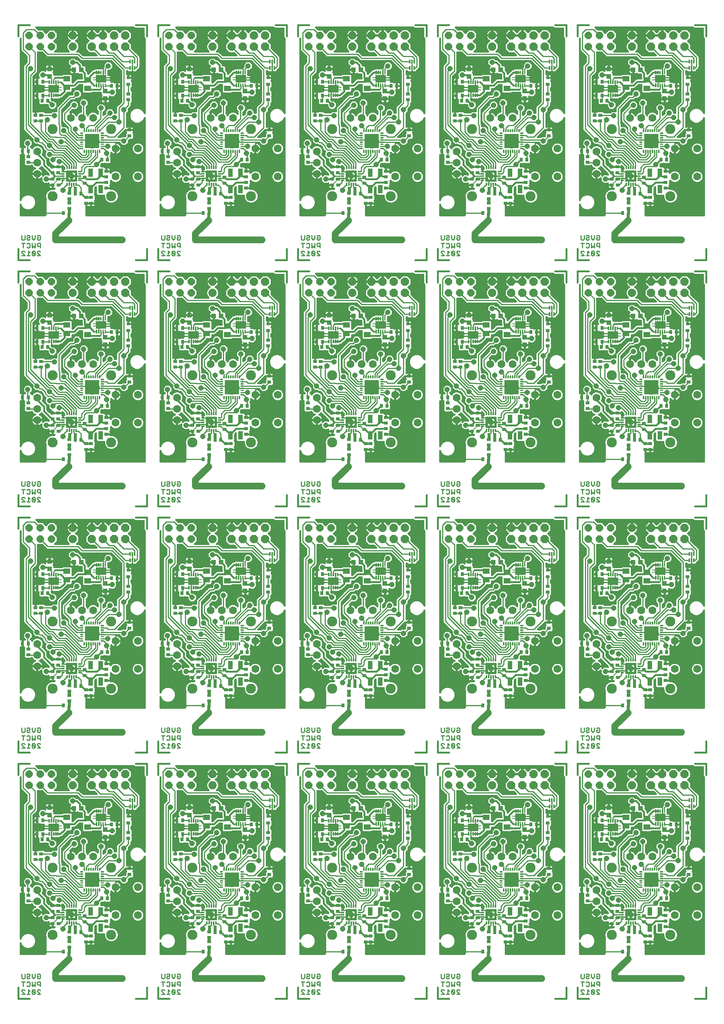
<source format=gbl>
G75*
G70*
%OFA0B0*%
%FSLAX24Y24*%
%IPPOS*%
%LPD*%
%AMOC8*
5,1,8,0,0,1.08239X$1,22.5*
%
%ADD10C,0.0090*%
%ADD11R,0.0433X0.0748*%
%ADD12R,0.0354X0.0276*%
%ADD13R,0.0276X0.0354*%
%ADD14OC8,0.0640*%
%ADD15R,0.0394X0.0394*%
%ADD16R,0.0256X0.0118*%
%ADD17R,0.0118X0.0256*%
%ADD18C,0.0059*%
%ADD19R,0.1260X0.1260*%
%ADD20R,0.0315X0.0276*%
%ADD21C,0.0900*%
%ADD22C,0.0700*%
%ADD23R,0.1496X0.0110*%
%ADD24R,0.0945X0.0650*%
%ADD25C,0.0055*%
%ADD26R,0.0591X0.0512*%
%ADD27R,0.0433X0.0394*%
%ADD28R,0.0394X0.0433*%
%ADD29R,0.0120X0.0330*%
%ADD30C,0.0740*%
%ADD31OC8,0.0740*%
%ADD32C,0.0160*%
%ADD33C,0.0100*%
%ADD34C,0.0080*%
%ADD35C,0.0320*%
%ADD36OC8,0.0440*%
%ADD37C,0.0260*%
%ADD38C,0.0591*%
%ADD39C,0.0250*%
D10*
X001007Y000576D02*
X001281Y000576D01*
X001007Y000850D01*
X001007Y000918D01*
X001076Y000987D01*
X001212Y000987D01*
X001281Y000918D01*
X001604Y000987D02*
X001604Y000576D01*
X001468Y000576D02*
X001741Y000576D01*
X001928Y000645D02*
X001996Y000576D01*
X002133Y000576D01*
X002202Y000645D01*
X001928Y000918D01*
X001928Y000645D01*
X001928Y000918D02*
X001996Y000987D01*
X002133Y000987D01*
X002202Y000918D01*
X002202Y000645D01*
X002388Y000576D02*
X002662Y000576D01*
X002388Y000850D01*
X002388Y000918D01*
X002457Y000987D01*
X002594Y000987D01*
X002662Y000918D01*
X002662Y001276D02*
X002662Y001687D01*
X002457Y001687D01*
X002388Y001618D01*
X002388Y001482D01*
X002457Y001413D01*
X002662Y001413D01*
X002202Y001276D02*
X002065Y001413D01*
X001928Y001276D01*
X001928Y001687D01*
X001741Y001618D02*
X001741Y001345D01*
X001673Y001276D01*
X001536Y001276D01*
X001468Y001345D01*
X001468Y001618D02*
X001536Y001687D01*
X001673Y001687D01*
X001741Y001618D01*
X001673Y001976D02*
X001741Y002045D01*
X001673Y001976D02*
X001536Y001976D01*
X001468Y002045D01*
X001468Y002113D01*
X001536Y002182D01*
X001673Y002182D01*
X001741Y002250D01*
X001741Y002318D01*
X001673Y002387D01*
X001536Y002387D01*
X001468Y002318D01*
X001281Y002387D02*
X001281Y002045D01*
X001212Y001976D01*
X001076Y001976D01*
X001007Y002045D01*
X001007Y002387D01*
X001007Y001687D02*
X001281Y001687D01*
X001144Y001687D02*
X001144Y001276D01*
X001604Y000987D02*
X001741Y000850D01*
X002202Y001276D02*
X002202Y001687D01*
X002065Y001976D02*
X001928Y002113D01*
X001928Y002387D01*
X002202Y002387D02*
X002202Y002113D01*
X002065Y001976D01*
X002388Y002045D02*
X002388Y002182D01*
X002525Y002182D01*
X002388Y002318D02*
X002457Y002387D01*
X002594Y002387D01*
X002662Y002318D01*
X002662Y002045D01*
X002594Y001976D01*
X002457Y001976D01*
X002388Y002045D01*
X013507Y002045D02*
X013507Y002387D01*
X013781Y002387D02*
X013781Y002045D01*
X013712Y001976D01*
X013576Y001976D01*
X013507Y002045D01*
X013507Y001687D02*
X013781Y001687D01*
X013644Y001687D02*
X013644Y001276D01*
X013712Y000987D02*
X013781Y000918D01*
X013712Y000987D02*
X013576Y000987D01*
X013507Y000918D01*
X013507Y000850D01*
X013781Y000576D01*
X013507Y000576D01*
X013968Y000576D02*
X014241Y000576D01*
X014104Y000576D02*
X014104Y000987D01*
X014241Y000850D01*
X014428Y000918D02*
X014428Y000645D01*
X014496Y000576D01*
X014633Y000576D01*
X014702Y000645D01*
X014428Y000918D01*
X014496Y000987D01*
X014633Y000987D01*
X014702Y000918D01*
X014702Y000645D01*
X014888Y000576D02*
X015162Y000576D01*
X014888Y000850D01*
X014888Y000918D01*
X014957Y000987D01*
X015094Y000987D01*
X015162Y000918D01*
X015162Y001276D02*
X015162Y001687D01*
X014957Y001687D01*
X014888Y001618D01*
X014888Y001482D01*
X014957Y001413D01*
X015162Y001413D01*
X014702Y001276D02*
X014565Y001413D01*
X014428Y001276D01*
X014428Y001687D01*
X014241Y001618D02*
X014241Y001345D01*
X014173Y001276D01*
X014036Y001276D01*
X013968Y001345D01*
X013968Y001618D02*
X014036Y001687D01*
X014173Y001687D01*
X014241Y001618D01*
X014173Y001976D02*
X014241Y002045D01*
X014173Y001976D02*
X014036Y001976D01*
X013968Y002045D01*
X013968Y002113D01*
X014036Y002182D01*
X014173Y002182D01*
X014241Y002250D01*
X014241Y002318D01*
X014173Y002387D01*
X014036Y002387D01*
X013968Y002318D01*
X014428Y002387D02*
X014428Y002113D01*
X014565Y001976D01*
X014702Y002113D01*
X014702Y002387D01*
X014888Y002318D02*
X014957Y002387D01*
X015094Y002387D01*
X015162Y002318D01*
X015162Y002045D01*
X015094Y001976D01*
X014957Y001976D01*
X014888Y002045D01*
X014888Y002182D01*
X015025Y002182D01*
X014702Y001687D02*
X014702Y001276D01*
X026007Y000918D02*
X026007Y000850D01*
X026281Y000576D01*
X026007Y000576D01*
X026007Y000918D02*
X026076Y000987D01*
X026212Y000987D01*
X026281Y000918D01*
X026604Y000987D02*
X026604Y000576D01*
X026468Y000576D02*
X026741Y000576D01*
X026928Y000645D02*
X026996Y000576D01*
X027133Y000576D01*
X027202Y000645D01*
X026928Y000918D01*
X026928Y000645D01*
X026928Y000918D02*
X026996Y000987D01*
X027133Y000987D01*
X027202Y000918D01*
X027202Y000645D01*
X027388Y000576D02*
X027662Y000576D01*
X027388Y000850D01*
X027388Y000918D01*
X027457Y000987D01*
X027594Y000987D01*
X027662Y000918D01*
X027662Y001276D02*
X027662Y001687D01*
X027457Y001687D01*
X027388Y001618D01*
X027388Y001482D01*
X027457Y001413D01*
X027662Y001413D01*
X027202Y001276D02*
X027065Y001413D01*
X026928Y001276D01*
X026928Y001687D01*
X026741Y001618D02*
X026741Y001345D01*
X026673Y001276D01*
X026536Y001276D01*
X026468Y001345D01*
X026468Y001618D02*
X026536Y001687D01*
X026673Y001687D01*
X026741Y001618D01*
X026673Y001976D02*
X026741Y002045D01*
X026673Y001976D02*
X026536Y001976D01*
X026468Y002045D01*
X026468Y002113D01*
X026536Y002182D01*
X026673Y002182D01*
X026741Y002250D01*
X026741Y002318D01*
X026673Y002387D01*
X026536Y002387D01*
X026468Y002318D01*
X026281Y002387D02*
X026281Y002045D01*
X026212Y001976D01*
X026076Y001976D01*
X026007Y002045D01*
X026007Y002387D01*
X026007Y001687D02*
X026281Y001687D01*
X026144Y001687D02*
X026144Y001276D01*
X026604Y000987D02*
X026741Y000850D01*
X027202Y001276D02*
X027202Y001687D01*
X027065Y001976D02*
X026928Y002113D01*
X026928Y002387D01*
X027202Y002387D02*
X027202Y002113D01*
X027065Y001976D01*
X027388Y002045D02*
X027388Y002182D01*
X027525Y002182D01*
X027388Y002318D02*
X027457Y002387D01*
X027594Y002387D01*
X027662Y002318D01*
X027662Y002045D01*
X027594Y001976D01*
X027457Y001976D01*
X027388Y002045D01*
X038507Y002045D02*
X038507Y002387D01*
X038781Y002387D02*
X038781Y002045D01*
X038712Y001976D01*
X038576Y001976D01*
X038507Y002045D01*
X038507Y001687D02*
X038781Y001687D01*
X038644Y001687D02*
X038644Y001276D01*
X038712Y000987D02*
X038781Y000918D01*
X038712Y000987D02*
X038576Y000987D01*
X038507Y000918D01*
X038507Y000850D01*
X038781Y000576D01*
X038507Y000576D01*
X038968Y000576D02*
X039241Y000576D01*
X039104Y000576D02*
X039104Y000987D01*
X039241Y000850D01*
X039428Y000918D02*
X039428Y000645D01*
X039496Y000576D01*
X039633Y000576D01*
X039702Y000645D01*
X039428Y000918D01*
X039496Y000987D01*
X039633Y000987D01*
X039702Y000918D01*
X039702Y000645D01*
X039888Y000576D02*
X040162Y000576D01*
X039888Y000850D01*
X039888Y000918D01*
X039957Y000987D01*
X040094Y000987D01*
X040162Y000918D01*
X040162Y001276D02*
X040162Y001687D01*
X039957Y001687D01*
X039888Y001618D01*
X039888Y001482D01*
X039957Y001413D01*
X040162Y001413D01*
X039702Y001276D02*
X039565Y001413D01*
X039428Y001276D01*
X039428Y001687D01*
X039241Y001618D02*
X039241Y001345D01*
X039173Y001276D01*
X039036Y001276D01*
X038968Y001345D01*
X038968Y001618D02*
X039036Y001687D01*
X039173Y001687D01*
X039241Y001618D01*
X039173Y001976D02*
X039241Y002045D01*
X039173Y001976D02*
X039036Y001976D01*
X038968Y002045D01*
X038968Y002113D01*
X039036Y002182D01*
X039173Y002182D01*
X039241Y002250D01*
X039241Y002318D01*
X039173Y002387D01*
X039036Y002387D01*
X038968Y002318D01*
X039428Y002387D02*
X039428Y002113D01*
X039565Y001976D01*
X039702Y002113D01*
X039702Y002387D01*
X039888Y002318D02*
X039957Y002387D01*
X040094Y002387D01*
X040162Y002318D01*
X040162Y002045D01*
X040094Y001976D01*
X039957Y001976D01*
X039888Y002045D01*
X039888Y002182D01*
X040025Y002182D01*
X039702Y001687D02*
X039702Y001276D01*
X051007Y000918D02*
X051007Y000850D01*
X051281Y000576D01*
X051007Y000576D01*
X051007Y000918D02*
X051076Y000987D01*
X051212Y000987D01*
X051281Y000918D01*
X051604Y000987D02*
X051604Y000576D01*
X051468Y000576D02*
X051741Y000576D01*
X051928Y000645D02*
X051996Y000576D01*
X052133Y000576D01*
X052202Y000645D01*
X051928Y000918D01*
X051928Y000645D01*
X051928Y000918D02*
X051996Y000987D01*
X052133Y000987D01*
X052202Y000918D01*
X052202Y000645D01*
X052388Y000576D02*
X052662Y000576D01*
X052388Y000850D01*
X052388Y000918D01*
X052457Y000987D01*
X052594Y000987D01*
X052662Y000918D01*
X052662Y001276D02*
X052662Y001687D01*
X052457Y001687D01*
X052388Y001618D01*
X052388Y001482D01*
X052457Y001413D01*
X052662Y001413D01*
X052202Y001276D02*
X052065Y001413D01*
X051928Y001276D01*
X051928Y001687D01*
X051741Y001618D02*
X051741Y001345D01*
X051673Y001276D01*
X051536Y001276D01*
X051468Y001345D01*
X051468Y001618D02*
X051536Y001687D01*
X051673Y001687D01*
X051741Y001618D01*
X051673Y001976D02*
X051536Y001976D01*
X051468Y002045D01*
X051468Y002113D01*
X051536Y002182D01*
X051673Y002182D01*
X051741Y002250D01*
X051741Y002318D01*
X051673Y002387D01*
X051536Y002387D01*
X051468Y002318D01*
X051281Y002387D02*
X051281Y002045D01*
X051212Y001976D01*
X051076Y001976D01*
X051007Y002045D01*
X051007Y002387D01*
X051007Y001687D02*
X051281Y001687D01*
X051144Y001687D02*
X051144Y001276D01*
X051604Y000987D02*
X051741Y000850D01*
X052202Y001276D02*
X052202Y001687D01*
X052065Y001976D02*
X051928Y002113D01*
X051928Y002387D01*
X052202Y002387D02*
X052202Y002113D01*
X052065Y001976D01*
X052388Y002045D02*
X052388Y002182D01*
X052525Y002182D01*
X052388Y002318D02*
X052457Y002387D01*
X052594Y002387D01*
X052662Y002318D01*
X052662Y002045D01*
X052594Y001976D01*
X052457Y001976D01*
X052388Y002045D01*
X051741Y002045D02*
X051673Y001976D01*
X051741Y022576D02*
X051468Y022576D01*
X051604Y022576D02*
X051604Y022987D01*
X051741Y022850D01*
X051928Y022918D02*
X052202Y022645D01*
X052133Y022576D01*
X051996Y022576D01*
X051928Y022645D01*
X051928Y022918D01*
X051996Y022987D01*
X052133Y022987D01*
X052202Y022918D01*
X052202Y022645D01*
X052388Y022576D02*
X052662Y022576D01*
X052388Y022850D01*
X052388Y022918D01*
X052457Y022987D01*
X052594Y022987D01*
X052662Y022918D01*
X052662Y023276D02*
X052662Y023687D01*
X052457Y023687D01*
X052388Y023618D01*
X052388Y023482D01*
X052457Y023413D01*
X052662Y023413D01*
X052202Y023276D02*
X052065Y023413D01*
X051928Y023276D01*
X051928Y023687D01*
X051741Y023618D02*
X051741Y023345D01*
X051673Y023276D01*
X051536Y023276D01*
X051468Y023345D01*
X051468Y023618D02*
X051536Y023687D01*
X051673Y023687D01*
X051741Y023618D01*
X051673Y023976D02*
X051536Y023976D01*
X051468Y024045D01*
X051468Y024113D01*
X051536Y024182D01*
X051673Y024182D01*
X051741Y024250D01*
X051741Y024318D01*
X051673Y024387D01*
X051536Y024387D01*
X051468Y024318D01*
X051281Y024387D02*
X051281Y024045D01*
X051212Y023976D01*
X051076Y023976D01*
X051007Y024045D01*
X051007Y024387D01*
X051007Y023687D02*
X051281Y023687D01*
X051144Y023687D02*
X051144Y023276D01*
X051212Y022987D02*
X051281Y022918D01*
X051212Y022987D02*
X051076Y022987D01*
X051007Y022918D01*
X051007Y022850D01*
X051281Y022576D01*
X051007Y022576D01*
X052202Y023276D02*
X052202Y023687D01*
X052065Y023976D02*
X051928Y024113D01*
X051928Y024387D01*
X052202Y024387D02*
X052202Y024113D01*
X052065Y023976D01*
X052388Y024045D02*
X052388Y024182D01*
X052525Y024182D01*
X052388Y024318D02*
X052457Y024387D01*
X052594Y024387D01*
X052662Y024318D01*
X052662Y024045D01*
X052594Y023976D01*
X052457Y023976D01*
X052388Y024045D01*
X051741Y024045D02*
X051673Y023976D01*
X040162Y024045D02*
X040094Y023976D01*
X039957Y023976D01*
X039888Y024045D01*
X039888Y024182D01*
X040025Y024182D01*
X039888Y024318D02*
X039957Y024387D01*
X040094Y024387D01*
X040162Y024318D01*
X040162Y024045D01*
X040162Y023687D02*
X039957Y023687D01*
X039888Y023618D01*
X039888Y023482D01*
X039957Y023413D01*
X040162Y023413D01*
X040162Y023276D02*
X040162Y023687D01*
X039702Y023687D02*
X039702Y023276D01*
X039565Y023413D01*
X039428Y023276D01*
X039428Y023687D01*
X039241Y023618D02*
X039241Y023345D01*
X039173Y023276D01*
X039036Y023276D01*
X038968Y023345D01*
X038968Y023618D02*
X039036Y023687D01*
X039173Y023687D01*
X039241Y023618D01*
X039173Y023976D02*
X039241Y024045D01*
X039173Y023976D02*
X039036Y023976D01*
X038968Y024045D01*
X038968Y024113D01*
X039036Y024182D01*
X039173Y024182D01*
X039241Y024250D01*
X039241Y024318D01*
X039173Y024387D01*
X039036Y024387D01*
X038968Y024318D01*
X038781Y024387D02*
X038781Y024045D01*
X038712Y023976D01*
X038576Y023976D01*
X038507Y024045D01*
X038507Y024387D01*
X038507Y023687D02*
X038781Y023687D01*
X038644Y023687D02*
X038644Y023276D01*
X038712Y022987D02*
X038781Y022918D01*
X038712Y022987D02*
X038576Y022987D01*
X038507Y022918D01*
X038507Y022850D01*
X038781Y022576D01*
X038507Y022576D01*
X038968Y022576D02*
X039241Y022576D01*
X039104Y022576D02*
X039104Y022987D01*
X039241Y022850D01*
X039428Y022918D02*
X039702Y022645D01*
X039633Y022576D01*
X039496Y022576D01*
X039428Y022645D01*
X039428Y022918D01*
X039496Y022987D01*
X039633Y022987D01*
X039702Y022918D01*
X039702Y022645D01*
X039888Y022576D02*
X040162Y022576D01*
X039888Y022850D01*
X039888Y022918D01*
X039957Y022987D01*
X040094Y022987D01*
X040162Y022918D01*
X039565Y023976D02*
X039428Y024113D01*
X039428Y024387D01*
X039702Y024387D02*
X039702Y024113D01*
X039565Y023976D01*
X027662Y024045D02*
X027594Y023976D01*
X027457Y023976D01*
X027388Y024045D01*
X027388Y024182D01*
X027525Y024182D01*
X027388Y024318D02*
X027457Y024387D01*
X027594Y024387D01*
X027662Y024318D01*
X027662Y024045D01*
X027662Y023687D02*
X027457Y023687D01*
X027388Y023618D01*
X027388Y023482D01*
X027457Y023413D01*
X027662Y023413D01*
X027662Y023276D02*
X027662Y023687D01*
X027202Y023687D02*
X027202Y023276D01*
X027065Y023413D01*
X026928Y023276D01*
X026928Y023687D01*
X026741Y023618D02*
X026741Y023345D01*
X026673Y023276D01*
X026536Y023276D01*
X026468Y023345D01*
X026468Y023618D02*
X026536Y023687D01*
X026673Y023687D01*
X026741Y023618D01*
X026673Y023976D02*
X026741Y024045D01*
X026673Y023976D02*
X026536Y023976D01*
X026468Y024045D01*
X026468Y024113D01*
X026536Y024182D01*
X026673Y024182D01*
X026741Y024250D01*
X026741Y024318D01*
X026673Y024387D01*
X026536Y024387D01*
X026468Y024318D01*
X026281Y024387D02*
X026281Y024045D01*
X026212Y023976D01*
X026076Y023976D01*
X026007Y024045D01*
X026007Y024387D01*
X026007Y023687D02*
X026281Y023687D01*
X026144Y023687D02*
X026144Y023276D01*
X026212Y022987D02*
X026281Y022918D01*
X026212Y022987D02*
X026076Y022987D01*
X026007Y022918D01*
X026007Y022850D01*
X026281Y022576D01*
X026007Y022576D01*
X026468Y022576D02*
X026741Y022576D01*
X026604Y022576D02*
X026604Y022987D01*
X026741Y022850D01*
X026928Y022918D02*
X027202Y022645D01*
X027133Y022576D01*
X026996Y022576D01*
X026928Y022645D01*
X026928Y022918D01*
X026996Y022987D01*
X027133Y022987D01*
X027202Y022918D01*
X027202Y022645D01*
X027388Y022576D02*
X027662Y022576D01*
X027388Y022850D01*
X027388Y022918D01*
X027457Y022987D01*
X027594Y022987D01*
X027662Y022918D01*
X027065Y023976D02*
X026928Y024113D01*
X026928Y024387D01*
X027202Y024387D02*
X027202Y024113D01*
X027065Y023976D01*
X015162Y024045D02*
X015094Y023976D01*
X014957Y023976D01*
X014888Y024045D01*
X014888Y024182D01*
X015025Y024182D01*
X014888Y024318D02*
X014957Y024387D01*
X015094Y024387D01*
X015162Y024318D01*
X015162Y024045D01*
X015162Y023687D02*
X014957Y023687D01*
X014888Y023618D01*
X014888Y023482D01*
X014957Y023413D01*
X015162Y023413D01*
X015162Y023276D02*
X015162Y023687D01*
X014702Y023687D02*
X014702Y023276D01*
X014565Y023413D01*
X014428Y023276D01*
X014428Y023687D01*
X014241Y023618D02*
X014241Y023345D01*
X014173Y023276D01*
X014036Y023276D01*
X013968Y023345D01*
X013968Y023618D02*
X014036Y023687D01*
X014173Y023687D01*
X014241Y023618D01*
X014173Y023976D02*
X014241Y024045D01*
X014173Y023976D02*
X014036Y023976D01*
X013968Y024045D01*
X013968Y024113D01*
X014036Y024182D01*
X014173Y024182D01*
X014241Y024250D01*
X014241Y024318D01*
X014173Y024387D01*
X014036Y024387D01*
X013968Y024318D01*
X013781Y024387D02*
X013781Y024045D01*
X013712Y023976D01*
X013576Y023976D01*
X013507Y024045D01*
X013507Y024387D01*
X013507Y023687D02*
X013781Y023687D01*
X013644Y023687D02*
X013644Y023276D01*
X013712Y022987D02*
X013781Y022918D01*
X013712Y022987D02*
X013576Y022987D01*
X013507Y022918D01*
X013507Y022850D01*
X013781Y022576D01*
X013507Y022576D01*
X013968Y022576D02*
X014241Y022576D01*
X014104Y022576D02*
X014104Y022987D01*
X014241Y022850D01*
X014428Y022918D02*
X014702Y022645D01*
X014633Y022576D01*
X014496Y022576D01*
X014428Y022645D01*
X014428Y022918D01*
X014496Y022987D01*
X014633Y022987D01*
X014702Y022918D01*
X014702Y022645D01*
X014888Y022576D02*
X015162Y022576D01*
X014888Y022850D01*
X014888Y022918D01*
X014957Y022987D01*
X015094Y022987D01*
X015162Y022918D01*
X014565Y023976D02*
X014428Y024113D01*
X014428Y024387D01*
X014702Y024387D02*
X014702Y024113D01*
X014565Y023976D01*
X002662Y024045D02*
X002594Y023976D01*
X002457Y023976D01*
X002388Y024045D01*
X002388Y024182D01*
X002525Y024182D01*
X002388Y024318D02*
X002457Y024387D01*
X002594Y024387D01*
X002662Y024318D01*
X002662Y024045D01*
X002662Y023687D02*
X002457Y023687D01*
X002388Y023618D01*
X002388Y023482D01*
X002457Y023413D01*
X002662Y023413D01*
X002662Y023276D02*
X002662Y023687D01*
X002202Y023687D02*
X002202Y023276D01*
X002065Y023413D01*
X001928Y023276D01*
X001928Y023687D01*
X001741Y023618D02*
X001741Y023345D01*
X001673Y023276D01*
X001536Y023276D01*
X001468Y023345D01*
X001468Y023618D02*
X001536Y023687D01*
X001673Y023687D01*
X001741Y023618D01*
X001673Y023976D02*
X001741Y024045D01*
X001673Y023976D02*
X001536Y023976D01*
X001468Y024045D01*
X001468Y024113D01*
X001536Y024182D01*
X001673Y024182D01*
X001741Y024250D01*
X001741Y024318D01*
X001673Y024387D01*
X001536Y024387D01*
X001468Y024318D01*
X001281Y024387D02*
X001281Y024045D01*
X001212Y023976D01*
X001076Y023976D01*
X001007Y024045D01*
X001007Y024387D01*
X001007Y023687D02*
X001281Y023687D01*
X001144Y023687D02*
X001144Y023276D01*
X001212Y022987D02*
X001281Y022918D01*
X001212Y022987D02*
X001076Y022987D01*
X001007Y022918D01*
X001007Y022850D01*
X001281Y022576D01*
X001007Y022576D01*
X001468Y022576D02*
X001741Y022576D01*
X001604Y022576D02*
X001604Y022987D01*
X001741Y022850D01*
X001928Y022918D02*
X002202Y022645D01*
X002133Y022576D01*
X001996Y022576D01*
X001928Y022645D01*
X001928Y022918D01*
X001996Y022987D01*
X002133Y022987D01*
X002202Y022918D01*
X002202Y022645D01*
X002388Y022576D02*
X002662Y022576D01*
X002388Y022850D01*
X002388Y022918D01*
X002457Y022987D01*
X002594Y022987D01*
X002662Y022918D01*
X002065Y023976D02*
X001928Y024113D01*
X001928Y024387D01*
X002202Y024387D02*
X002202Y024113D01*
X002065Y023976D01*
X002133Y044576D02*
X002202Y044645D01*
X001928Y044918D01*
X001928Y044645D01*
X001996Y044576D01*
X002133Y044576D01*
X002202Y044645D02*
X002202Y044918D01*
X002133Y044987D01*
X001996Y044987D01*
X001928Y044918D01*
X001741Y044850D02*
X001604Y044987D01*
X001604Y044576D01*
X001468Y044576D02*
X001741Y044576D01*
X001281Y044576D02*
X001007Y044850D01*
X001007Y044918D01*
X001076Y044987D01*
X001212Y044987D01*
X001281Y044918D01*
X001281Y044576D02*
X001007Y044576D01*
X001144Y045276D02*
X001144Y045687D01*
X001281Y045687D02*
X001007Y045687D01*
X001076Y045976D02*
X001007Y046045D01*
X001007Y046387D01*
X001281Y046387D02*
X001281Y046045D01*
X001212Y045976D01*
X001076Y045976D01*
X001468Y046045D02*
X001536Y045976D01*
X001673Y045976D01*
X001741Y046045D01*
X001673Y046182D02*
X001536Y046182D01*
X001468Y046113D01*
X001468Y046045D01*
X001673Y046182D02*
X001741Y046250D01*
X001741Y046318D01*
X001673Y046387D01*
X001536Y046387D01*
X001468Y046318D01*
X001928Y046387D02*
X001928Y046113D01*
X002065Y045976D01*
X002202Y046113D01*
X002202Y046387D01*
X002388Y046318D02*
X002457Y046387D01*
X002594Y046387D01*
X002662Y046318D01*
X002662Y046045D01*
X002594Y045976D01*
X002457Y045976D01*
X002388Y046045D01*
X002388Y046182D01*
X002525Y046182D01*
X002457Y045687D02*
X002388Y045618D01*
X002388Y045482D01*
X002457Y045413D01*
X002662Y045413D01*
X002662Y045276D02*
X002662Y045687D01*
X002457Y045687D01*
X002202Y045687D02*
X002202Y045276D01*
X002065Y045413D01*
X001928Y045276D01*
X001928Y045687D01*
X001741Y045618D02*
X001741Y045345D01*
X001673Y045276D01*
X001536Y045276D01*
X001468Y045345D01*
X001468Y045618D02*
X001536Y045687D01*
X001673Y045687D01*
X001741Y045618D01*
X002388Y044918D02*
X002457Y044987D01*
X002594Y044987D01*
X002662Y044918D01*
X002388Y044918D02*
X002388Y044850D01*
X002662Y044576D01*
X002388Y044576D01*
X013507Y044576D02*
X013781Y044576D01*
X013507Y044850D01*
X013507Y044918D01*
X013576Y044987D01*
X013712Y044987D01*
X013781Y044918D01*
X014104Y044987D02*
X014104Y044576D01*
X013968Y044576D02*
X014241Y044576D01*
X014428Y044645D02*
X014496Y044576D01*
X014633Y044576D01*
X014702Y044645D01*
X014428Y044918D01*
X014428Y044645D01*
X014428Y044918D02*
X014496Y044987D01*
X014633Y044987D01*
X014702Y044918D01*
X014702Y044645D01*
X014888Y044576D02*
X015162Y044576D01*
X014888Y044850D01*
X014888Y044918D01*
X014957Y044987D01*
X015094Y044987D01*
X015162Y044918D01*
X015162Y045276D02*
X015162Y045687D01*
X014957Y045687D01*
X014888Y045618D01*
X014888Y045482D01*
X014957Y045413D01*
X015162Y045413D01*
X014702Y045276D02*
X014565Y045413D01*
X014428Y045276D01*
X014428Y045687D01*
X014241Y045618D02*
X014241Y045345D01*
X014173Y045276D01*
X014036Y045276D01*
X013968Y045345D01*
X013968Y045618D02*
X014036Y045687D01*
X014173Y045687D01*
X014241Y045618D01*
X014173Y045976D02*
X014241Y046045D01*
X014173Y045976D02*
X014036Y045976D01*
X013968Y046045D01*
X013968Y046113D01*
X014036Y046182D01*
X014173Y046182D01*
X014241Y046250D01*
X014241Y046318D01*
X014173Y046387D01*
X014036Y046387D01*
X013968Y046318D01*
X013781Y046387D02*
X013781Y046045D01*
X013712Y045976D01*
X013576Y045976D01*
X013507Y046045D01*
X013507Y046387D01*
X013507Y045687D02*
X013781Y045687D01*
X013644Y045687D02*
X013644Y045276D01*
X014104Y044987D02*
X014241Y044850D01*
X014702Y045276D02*
X014702Y045687D01*
X014565Y045976D02*
X014428Y046113D01*
X014428Y046387D01*
X014702Y046387D02*
X014702Y046113D01*
X014565Y045976D01*
X014888Y046045D02*
X014888Y046182D01*
X015025Y046182D01*
X014888Y046318D02*
X014957Y046387D01*
X015094Y046387D01*
X015162Y046318D01*
X015162Y046045D01*
X015094Y045976D01*
X014957Y045976D01*
X014888Y046045D01*
X026007Y046045D02*
X026007Y046387D01*
X026281Y046387D02*
X026281Y046045D01*
X026212Y045976D01*
X026076Y045976D01*
X026007Y046045D01*
X026007Y045687D02*
X026281Y045687D01*
X026144Y045687D02*
X026144Y045276D01*
X026212Y044987D02*
X026281Y044918D01*
X026212Y044987D02*
X026076Y044987D01*
X026007Y044918D01*
X026007Y044850D01*
X026281Y044576D01*
X026007Y044576D01*
X026468Y044576D02*
X026741Y044576D01*
X026604Y044576D02*
X026604Y044987D01*
X026741Y044850D01*
X026928Y044918D02*
X027202Y044645D01*
X027133Y044576D01*
X026996Y044576D01*
X026928Y044645D01*
X026928Y044918D01*
X026996Y044987D01*
X027133Y044987D01*
X027202Y044918D01*
X027202Y044645D01*
X027388Y044576D02*
X027662Y044576D01*
X027388Y044850D01*
X027388Y044918D01*
X027457Y044987D01*
X027594Y044987D01*
X027662Y044918D01*
X027662Y045276D02*
X027662Y045687D01*
X027457Y045687D01*
X027388Y045618D01*
X027388Y045482D01*
X027457Y045413D01*
X027662Y045413D01*
X027202Y045276D02*
X027065Y045413D01*
X026928Y045276D01*
X026928Y045687D01*
X026741Y045618D02*
X026741Y045345D01*
X026673Y045276D01*
X026536Y045276D01*
X026468Y045345D01*
X026468Y045618D02*
X026536Y045687D01*
X026673Y045687D01*
X026741Y045618D01*
X026673Y045976D02*
X026741Y046045D01*
X026673Y045976D02*
X026536Y045976D01*
X026468Y046045D01*
X026468Y046113D01*
X026536Y046182D01*
X026673Y046182D01*
X026741Y046250D01*
X026741Y046318D01*
X026673Y046387D01*
X026536Y046387D01*
X026468Y046318D01*
X026928Y046387D02*
X026928Y046113D01*
X027065Y045976D01*
X027202Y046113D01*
X027202Y046387D01*
X027388Y046318D02*
X027457Y046387D01*
X027594Y046387D01*
X027662Y046318D01*
X027662Y046045D01*
X027594Y045976D01*
X027457Y045976D01*
X027388Y046045D01*
X027388Y046182D01*
X027525Y046182D01*
X027202Y045687D02*
X027202Y045276D01*
X038507Y044918D02*
X038576Y044987D01*
X038712Y044987D01*
X038781Y044918D01*
X038507Y044918D02*
X038507Y044850D01*
X038781Y044576D01*
X038507Y044576D01*
X038968Y044576D02*
X039241Y044576D01*
X039104Y044576D02*
X039104Y044987D01*
X039241Y044850D01*
X039428Y044918D02*
X039702Y044645D01*
X039633Y044576D01*
X039496Y044576D01*
X039428Y044645D01*
X039428Y044918D01*
X039496Y044987D01*
X039633Y044987D01*
X039702Y044918D01*
X039702Y044645D01*
X039888Y044576D02*
X040162Y044576D01*
X039888Y044850D01*
X039888Y044918D01*
X039957Y044987D01*
X040094Y044987D01*
X040162Y044918D01*
X040162Y045276D02*
X040162Y045687D01*
X039957Y045687D01*
X039888Y045618D01*
X039888Y045482D01*
X039957Y045413D01*
X040162Y045413D01*
X039702Y045276D02*
X039565Y045413D01*
X039428Y045276D01*
X039428Y045687D01*
X039241Y045618D02*
X039241Y045345D01*
X039173Y045276D01*
X039036Y045276D01*
X038968Y045345D01*
X038968Y045618D02*
X039036Y045687D01*
X039173Y045687D01*
X039241Y045618D01*
X039173Y045976D02*
X039241Y046045D01*
X039173Y045976D02*
X039036Y045976D01*
X038968Y046045D01*
X038968Y046113D01*
X039036Y046182D01*
X039173Y046182D01*
X039241Y046250D01*
X039241Y046318D01*
X039173Y046387D01*
X039036Y046387D01*
X038968Y046318D01*
X038781Y046387D02*
X038781Y046045D01*
X038712Y045976D01*
X038576Y045976D01*
X038507Y046045D01*
X038507Y046387D01*
X038507Y045687D02*
X038781Y045687D01*
X038644Y045687D02*
X038644Y045276D01*
X039428Y046113D02*
X039428Y046387D01*
X039702Y046387D02*
X039702Y046113D01*
X039565Y045976D01*
X039428Y046113D01*
X039888Y046045D02*
X039888Y046182D01*
X040025Y046182D01*
X039888Y046318D02*
X039957Y046387D01*
X040094Y046387D01*
X040162Y046318D01*
X040162Y046045D01*
X040094Y045976D01*
X039957Y045976D01*
X039888Y046045D01*
X039702Y045687D02*
X039702Y045276D01*
X051007Y044918D02*
X051076Y044987D01*
X051212Y044987D01*
X051281Y044918D01*
X051007Y044918D02*
X051007Y044850D01*
X051281Y044576D01*
X051007Y044576D01*
X051468Y044576D02*
X051741Y044576D01*
X051604Y044576D02*
X051604Y044987D01*
X051741Y044850D01*
X051928Y044918D02*
X052202Y044645D01*
X052133Y044576D01*
X051996Y044576D01*
X051928Y044645D01*
X051928Y044918D01*
X051996Y044987D01*
X052133Y044987D01*
X052202Y044918D01*
X052202Y044645D01*
X052388Y044576D02*
X052662Y044576D01*
X052388Y044850D01*
X052388Y044918D01*
X052457Y044987D01*
X052594Y044987D01*
X052662Y044918D01*
X052662Y045276D02*
X052662Y045687D01*
X052457Y045687D01*
X052388Y045618D01*
X052388Y045482D01*
X052457Y045413D01*
X052662Y045413D01*
X052202Y045276D02*
X052065Y045413D01*
X051928Y045276D01*
X051928Y045687D01*
X051741Y045618D02*
X051741Y045345D01*
X051673Y045276D01*
X051536Y045276D01*
X051468Y045345D01*
X051468Y045618D02*
X051536Y045687D01*
X051673Y045687D01*
X051741Y045618D01*
X051673Y045976D02*
X051536Y045976D01*
X051468Y046045D01*
X051468Y046113D01*
X051536Y046182D01*
X051673Y046182D01*
X051741Y046250D01*
X051741Y046318D01*
X051673Y046387D01*
X051536Y046387D01*
X051468Y046318D01*
X051281Y046387D02*
X051281Y046045D01*
X051212Y045976D01*
X051076Y045976D01*
X051007Y046045D01*
X051007Y046387D01*
X051007Y045687D02*
X051281Y045687D01*
X051144Y045687D02*
X051144Y045276D01*
X051673Y045976D02*
X051741Y046045D01*
X051928Y046113D02*
X051928Y046387D01*
X052202Y046387D02*
X052202Y046113D01*
X052065Y045976D01*
X051928Y046113D01*
X052388Y046045D02*
X052388Y046182D01*
X052525Y046182D01*
X052388Y046318D02*
X052457Y046387D01*
X052594Y046387D01*
X052662Y046318D01*
X052662Y046045D01*
X052594Y045976D01*
X052457Y045976D01*
X052388Y046045D01*
X052202Y045687D02*
X052202Y045276D01*
X052133Y066576D02*
X052202Y066645D01*
X051928Y066918D01*
X051928Y066645D01*
X051996Y066576D01*
X052133Y066576D01*
X052202Y066645D02*
X052202Y066918D01*
X052133Y066987D01*
X051996Y066987D01*
X051928Y066918D01*
X051741Y066850D02*
X051604Y066987D01*
X051604Y066576D01*
X051468Y066576D02*
X051741Y066576D01*
X051281Y066576D02*
X051007Y066850D01*
X051007Y066918D01*
X051076Y066987D01*
X051212Y066987D01*
X051281Y066918D01*
X051281Y066576D02*
X051007Y066576D01*
X051144Y067276D02*
X051144Y067687D01*
X051281Y067687D02*
X051007Y067687D01*
X051076Y067976D02*
X051007Y068045D01*
X051007Y068387D01*
X051281Y068387D02*
X051281Y068045D01*
X051212Y067976D01*
X051076Y067976D01*
X051468Y068045D02*
X051536Y067976D01*
X051673Y067976D01*
X051741Y068045D01*
X051673Y068182D02*
X051536Y068182D01*
X051468Y068113D01*
X051468Y068045D01*
X051673Y068182D02*
X051741Y068250D01*
X051741Y068318D01*
X051673Y068387D01*
X051536Y068387D01*
X051468Y068318D01*
X051928Y068387D02*
X051928Y068113D01*
X052065Y067976D01*
X052202Y068113D01*
X052202Y068387D01*
X052388Y068318D02*
X052457Y068387D01*
X052594Y068387D01*
X052662Y068318D01*
X052662Y068045D01*
X052594Y067976D01*
X052457Y067976D01*
X052388Y068045D01*
X052388Y068182D01*
X052525Y068182D01*
X052457Y067687D02*
X052388Y067618D01*
X052388Y067482D01*
X052457Y067413D01*
X052662Y067413D01*
X052662Y067276D02*
X052662Y067687D01*
X052457Y067687D01*
X052202Y067687D02*
X052202Y067276D01*
X052065Y067413D01*
X051928Y067276D01*
X051928Y067687D01*
X051741Y067618D02*
X051673Y067687D01*
X051536Y067687D01*
X051468Y067618D01*
X051468Y067345D02*
X051536Y067276D01*
X051673Y067276D01*
X051741Y067345D01*
X051741Y067618D01*
X052388Y066918D02*
X052457Y066987D01*
X052594Y066987D01*
X052662Y066918D01*
X052388Y066918D02*
X052388Y066850D01*
X052662Y066576D01*
X052388Y066576D01*
X040162Y066576D02*
X039888Y066850D01*
X039888Y066918D01*
X039957Y066987D01*
X040094Y066987D01*
X040162Y066918D01*
X040162Y066576D02*
X039888Y066576D01*
X039702Y066645D02*
X039428Y066918D01*
X039428Y066645D01*
X039496Y066576D01*
X039633Y066576D01*
X039702Y066645D01*
X039702Y066918D01*
X039633Y066987D01*
X039496Y066987D01*
X039428Y066918D01*
X039241Y066850D02*
X039104Y066987D01*
X039104Y066576D01*
X038968Y066576D02*
X039241Y066576D01*
X038781Y066576D02*
X038507Y066850D01*
X038507Y066918D01*
X038576Y066987D01*
X038712Y066987D01*
X038781Y066918D01*
X038781Y066576D02*
X038507Y066576D01*
X038644Y067276D02*
X038644Y067687D01*
X038781Y067687D02*
X038507Y067687D01*
X038576Y067976D02*
X038507Y068045D01*
X038507Y068387D01*
X038781Y068387D02*
X038781Y068045D01*
X038712Y067976D01*
X038576Y067976D01*
X038968Y068045D02*
X039036Y067976D01*
X039173Y067976D01*
X039241Y068045D01*
X039173Y068182D02*
X039036Y068182D01*
X038968Y068113D01*
X038968Y068045D01*
X039173Y068182D02*
X039241Y068250D01*
X039241Y068318D01*
X039173Y068387D01*
X039036Y068387D01*
X038968Y068318D01*
X039428Y068387D02*
X039428Y068113D01*
X039565Y067976D01*
X039702Y068113D01*
X039702Y068387D01*
X039888Y068318D02*
X039957Y068387D01*
X040094Y068387D01*
X040162Y068318D01*
X040162Y068045D01*
X040094Y067976D01*
X039957Y067976D01*
X039888Y068045D01*
X039888Y068182D01*
X040025Y068182D01*
X039957Y067687D02*
X039888Y067618D01*
X039888Y067482D01*
X039957Y067413D01*
X040162Y067413D01*
X040162Y067276D02*
X040162Y067687D01*
X039957Y067687D01*
X039702Y067687D02*
X039702Y067276D01*
X039565Y067413D01*
X039428Y067276D01*
X039428Y067687D01*
X039241Y067618D02*
X039173Y067687D01*
X039036Y067687D01*
X038968Y067618D01*
X038968Y067345D02*
X039036Y067276D01*
X039173Y067276D01*
X039241Y067345D01*
X039241Y067618D01*
X027662Y067687D02*
X027662Y067276D01*
X027662Y067413D02*
X027457Y067413D01*
X027388Y067482D01*
X027388Y067618D01*
X027457Y067687D01*
X027662Y067687D01*
X027594Y067976D02*
X027457Y067976D01*
X027388Y068045D01*
X027388Y068182D01*
X027525Y068182D01*
X027388Y068318D02*
X027457Y068387D01*
X027594Y068387D01*
X027662Y068318D01*
X027662Y068045D01*
X027594Y067976D01*
X027202Y068113D02*
X027065Y067976D01*
X026928Y068113D01*
X026928Y068387D01*
X026741Y068318D02*
X026741Y068250D01*
X026673Y068182D01*
X026536Y068182D01*
X026468Y068113D01*
X026468Y068045D01*
X026536Y067976D01*
X026673Y067976D01*
X026741Y068045D01*
X026741Y068318D02*
X026673Y068387D01*
X026536Y068387D01*
X026468Y068318D01*
X026281Y068387D02*
X026281Y068045D01*
X026212Y067976D01*
X026076Y067976D01*
X026007Y068045D01*
X026007Y068387D01*
X026007Y067687D02*
X026281Y067687D01*
X026144Y067687D02*
X026144Y067276D01*
X026212Y066987D02*
X026281Y066918D01*
X026212Y066987D02*
X026076Y066987D01*
X026007Y066918D01*
X026007Y066850D01*
X026281Y066576D01*
X026007Y066576D01*
X026468Y066576D02*
X026741Y066576D01*
X026604Y066576D02*
X026604Y066987D01*
X026741Y066850D01*
X026928Y066918D02*
X027202Y066645D01*
X027133Y066576D01*
X026996Y066576D01*
X026928Y066645D01*
X026928Y066918D01*
X026996Y066987D01*
X027133Y066987D01*
X027202Y066918D01*
X027202Y066645D01*
X027388Y066576D02*
X027662Y066576D01*
X027388Y066850D01*
X027388Y066918D01*
X027457Y066987D01*
X027594Y066987D01*
X027662Y066918D01*
X027202Y067276D02*
X027065Y067413D01*
X026928Y067276D01*
X026928Y067687D01*
X026741Y067618D02*
X026673Y067687D01*
X026536Y067687D01*
X026468Y067618D01*
X026468Y067345D02*
X026536Y067276D01*
X026673Y067276D01*
X026741Y067345D01*
X026741Y067618D01*
X027202Y067687D02*
X027202Y067276D01*
X027202Y068113D02*
X027202Y068387D01*
X015162Y068318D02*
X015162Y068045D01*
X015094Y067976D01*
X014957Y067976D01*
X014888Y068045D01*
X014888Y068182D01*
X015025Y068182D01*
X014888Y068318D02*
X014957Y068387D01*
X015094Y068387D01*
X015162Y068318D01*
X014702Y068387D02*
X014702Y068113D01*
X014565Y067976D01*
X014428Y068113D01*
X014428Y068387D01*
X014241Y068318D02*
X014241Y068250D01*
X014173Y068182D01*
X014036Y068182D01*
X013968Y068113D01*
X013968Y068045D01*
X014036Y067976D01*
X014173Y067976D01*
X014241Y068045D01*
X014241Y068318D02*
X014173Y068387D01*
X014036Y068387D01*
X013968Y068318D01*
X013781Y068387D02*
X013781Y068045D01*
X013712Y067976D01*
X013576Y067976D01*
X013507Y068045D01*
X013507Y068387D01*
X013507Y067687D02*
X013781Y067687D01*
X013644Y067687D02*
X013644Y067276D01*
X013712Y066987D02*
X013781Y066918D01*
X013712Y066987D02*
X013576Y066987D01*
X013507Y066918D01*
X013507Y066850D01*
X013781Y066576D01*
X013507Y066576D01*
X013968Y066576D02*
X014241Y066576D01*
X014104Y066576D02*
X014104Y066987D01*
X014241Y066850D01*
X014428Y066918D02*
X014702Y066645D01*
X014633Y066576D01*
X014496Y066576D01*
X014428Y066645D01*
X014428Y066918D01*
X014496Y066987D01*
X014633Y066987D01*
X014702Y066918D01*
X014702Y066645D01*
X014888Y066576D02*
X015162Y066576D01*
X014888Y066850D01*
X014888Y066918D01*
X014957Y066987D01*
X015094Y066987D01*
X015162Y066918D01*
X015162Y067276D02*
X015162Y067687D01*
X014957Y067687D01*
X014888Y067618D01*
X014888Y067482D01*
X014957Y067413D01*
X015162Y067413D01*
X014702Y067276D02*
X014702Y067687D01*
X014428Y067687D02*
X014428Y067276D01*
X014565Y067413D01*
X014702Y067276D01*
X014241Y067345D02*
X014173Y067276D01*
X014036Y067276D01*
X013968Y067345D01*
X014241Y067345D02*
X014241Y067618D01*
X014173Y067687D01*
X014036Y067687D01*
X013968Y067618D01*
X002662Y067687D02*
X002662Y067276D01*
X002662Y067413D02*
X002457Y067413D01*
X002388Y067482D01*
X002388Y067618D01*
X002457Y067687D01*
X002662Y067687D01*
X002594Y067976D02*
X002457Y067976D01*
X002388Y068045D01*
X002388Y068182D01*
X002525Y068182D01*
X002388Y068318D02*
X002457Y068387D01*
X002594Y068387D01*
X002662Y068318D01*
X002662Y068045D01*
X002594Y067976D01*
X002202Y068113D02*
X002065Y067976D01*
X001928Y068113D01*
X001928Y068387D01*
X001741Y068318D02*
X001741Y068250D01*
X001673Y068182D01*
X001536Y068182D01*
X001468Y068113D01*
X001468Y068045D01*
X001536Y067976D01*
X001673Y067976D01*
X001741Y068045D01*
X001741Y068318D02*
X001673Y068387D01*
X001536Y068387D01*
X001468Y068318D01*
X001281Y068387D02*
X001281Y068045D01*
X001212Y067976D01*
X001076Y067976D01*
X001007Y068045D01*
X001007Y068387D01*
X001007Y067687D02*
X001281Y067687D01*
X001144Y067687D02*
X001144Y067276D01*
X001212Y066987D02*
X001281Y066918D01*
X001212Y066987D02*
X001076Y066987D01*
X001007Y066918D01*
X001007Y066850D01*
X001281Y066576D01*
X001007Y066576D01*
X001468Y066576D02*
X001741Y066576D01*
X001604Y066576D02*
X001604Y066987D01*
X001741Y066850D01*
X001928Y066918D02*
X002202Y066645D01*
X002133Y066576D01*
X001996Y066576D01*
X001928Y066645D01*
X001928Y066918D01*
X001996Y066987D01*
X002133Y066987D01*
X002202Y066918D01*
X002202Y066645D01*
X002388Y066576D02*
X002662Y066576D01*
X002388Y066850D01*
X002388Y066918D01*
X002457Y066987D01*
X002594Y066987D01*
X002662Y066918D01*
X002202Y067276D02*
X002202Y067687D01*
X001928Y067687D02*
X001928Y067276D01*
X002065Y067413D01*
X002202Y067276D01*
X001741Y067345D02*
X001673Y067276D01*
X001536Y067276D01*
X001468Y067345D01*
X001741Y067345D02*
X001741Y067618D01*
X001673Y067687D01*
X001536Y067687D01*
X001468Y067618D01*
X002202Y068113D02*
X002202Y068387D01*
D11*
X007156Y072533D03*
X008061Y072533D03*
X008061Y073990D03*
X007156Y073990D03*
X019656Y073990D03*
X020561Y073990D03*
X020561Y072533D03*
X019656Y072533D03*
X032156Y072533D03*
X033061Y072533D03*
X033061Y073990D03*
X032156Y073990D03*
X044656Y073990D03*
X045561Y073990D03*
X045561Y072533D03*
X044656Y072533D03*
X057156Y072533D03*
X058061Y072533D03*
X058061Y073990D03*
X057156Y073990D03*
X057156Y051990D03*
X058061Y051990D03*
X058061Y050533D03*
X057156Y050533D03*
X045561Y050533D03*
X044656Y050533D03*
X044656Y051990D03*
X045561Y051990D03*
X033061Y051990D03*
X032156Y051990D03*
X032156Y050533D03*
X033061Y050533D03*
X020561Y050533D03*
X019656Y050533D03*
X019656Y051990D03*
X020561Y051990D03*
X008061Y051990D03*
X007156Y051990D03*
X007156Y050533D03*
X008061Y050533D03*
X008061Y029990D03*
X007156Y029990D03*
X007156Y028533D03*
X008061Y028533D03*
X019656Y028533D03*
X020561Y028533D03*
X020561Y029990D03*
X019656Y029990D03*
X032156Y029990D03*
X033061Y029990D03*
X033061Y028533D03*
X032156Y028533D03*
X044656Y028533D03*
X045561Y028533D03*
X045561Y029990D03*
X044656Y029990D03*
X057156Y029990D03*
X058061Y029990D03*
X058061Y028533D03*
X057156Y028533D03*
X057156Y007990D03*
X058061Y007990D03*
X058061Y006533D03*
X057156Y006533D03*
X045561Y006533D03*
X044656Y006533D03*
X044656Y007990D03*
X045561Y007990D03*
X033061Y007990D03*
X032156Y007990D03*
X032156Y006533D03*
X033061Y006533D03*
X020561Y006533D03*
X019656Y006533D03*
X019656Y007990D03*
X020561Y007990D03*
X008061Y007990D03*
X007156Y007990D03*
X007156Y006533D03*
X008061Y006533D03*
D12*
X008579Y006626D03*
X008579Y007137D03*
X008579Y007616D03*
X008579Y008127D03*
X006639Y007577D03*
X006639Y007066D03*
X006765Y005772D03*
X007204Y005772D03*
X007204Y005260D03*
X006765Y005260D03*
X005256Y005293D03*
X005256Y005647D03*
X005256Y006159D03*
X004299Y006896D03*
X004299Y007407D03*
X003759Y007407D03*
X003759Y006896D03*
X003769Y007996D03*
X004279Y007996D03*
X004279Y008507D03*
X003769Y008507D03*
X001585Y008926D03*
X001585Y009437D03*
X002235Y012626D03*
X002735Y012626D03*
X002735Y013137D03*
X002235Y013137D03*
X005256Y004781D03*
X010645Y011296D03*
X010645Y011807D03*
X010535Y014526D03*
X010535Y015037D03*
X010535Y015886D03*
X014735Y013137D03*
X015235Y013137D03*
X015235Y012626D03*
X014735Y012626D03*
X014085Y009437D03*
X014085Y008926D03*
X016269Y008507D03*
X016779Y008507D03*
X016779Y007996D03*
X016269Y007996D03*
X016259Y007407D03*
X016259Y006896D03*
X016799Y006896D03*
X016799Y007407D03*
X017756Y006159D03*
X017756Y005647D03*
X017756Y005293D03*
X017756Y004781D03*
X019265Y005260D03*
X019704Y005260D03*
X019704Y005772D03*
X019265Y005772D03*
X019139Y007066D03*
X019139Y007577D03*
X021079Y007616D03*
X021079Y007137D03*
X021079Y006626D03*
X021079Y008127D03*
X023145Y011296D03*
X023145Y011807D03*
X023035Y014526D03*
X023035Y015037D03*
X023035Y015886D03*
X027235Y013137D03*
X027735Y013137D03*
X027735Y012626D03*
X027235Y012626D03*
X026585Y009437D03*
X026585Y008926D03*
X028769Y008507D03*
X029279Y008507D03*
X029279Y007996D03*
X028769Y007996D03*
X028759Y007407D03*
X028759Y006896D03*
X029299Y006896D03*
X029299Y007407D03*
X030256Y006159D03*
X030256Y005647D03*
X030256Y005293D03*
X030256Y004781D03*
X031765Y005260D03*
X032204Y005260D03*
X032204Y005772D03*
X031765Y005772D03*
X031639Y007066D03*
X031639Y007577D03*
X033579Y007616D03*
X033579Y007137D03*
X033579Y006626D03*
X033579Y008127D03*
X035645Y011296D03*
X035645Y011807D03*
X035535Y014526D03*
X035535Y015037D03*
X035535Y015886D03*
X039735Y013137D03*
X040235Y013137D03*
X040235Y012626D03*
X039735Y012626D03*
X039085Y009437D03*
X039085Y008926D03*
X041269Y008507D03*
X041779Y008507D03*
X041779Y007996D03*
X041269Y007996D03*
X041259Y007407D03*
X041259Y006896D03*
X041799Y006896D03*
X041799Y007407D03*
X042756Y006159D03*
X042756Y005647D03*
X042756Y005293D03*
X042756Y004781D03*
X044265Y005260D03*
X044704Y005260D03*
X044704Y005772D03*
X044265Y005772D03*
X044139Y007066D03*
X044139Y007577D03*
X046079Y007616D03*
X046079Y007137D03*
X046079Y006626D03*
X046079Y008127D03*
X048145Y011296D03*
X048145Y011807D03*
X048035Y014526D03*
X048035Y015037D03*
X048035Y015886D03*
X052235Y013137D03*
X052735Y013137D03*
X052735Y012626D03*
X052235Y012626D03*
X051585Y009437D03*
X051585Y008926D03*
X053769Y008507D03*
X054279Y008507D03*
X054279Y007996D03*
X053769Y007996D03*
X053759Y007407D03*
X053759Y006896D03*
X054299Y006896D03*
X054299Y007407D03*
X055256Y006159D03*
X055256Y005647D03*
X055256Y005293D03*
X055256Y004781D03*
X056765Y005260D03*
X057204Y005260D03*
X057204Y005772D03*
X056765Y005772D03*
X056639Y007066D03*
X056639Y007577D03*
X058579Y007616D03*
X058579Y007137D03*
X058579Y006626D03*
X058579Y008127D03*
X060645Y011296D03*
X060645Y011807D03*
X060535Y014526D03*
X060535Y015037D03*
X060535Y015886D03*
X055256Y026781D03*
X055256Y027293D03*
X055256Y027647D03*
X055256Y028159D03*
X054299Y028896D03*
X054299Y029407D03*
X053759Y029407D03*
X053759Y028896D03*
X053769Y029996D03*
X054279Y029996D03*
X054279Y030507D03*
X053769Y030507D03*
X051585Y030926D03*
X051585Y031437D03*
X052235Y034626D03*
X052735Y034626D03*
X052735Y035137D03*
X052235Y035137D03*
X048145Y033807D03*
X048145Y033296D03*
X046079Y030127D03*
X046079Y029616D03*
X046079Y029137D03*
X046079Y028626D03*
X044704Y027772D03*
X044265Y027772D03*
X044265Y027260D03*
X044704Y027260D03*
X044139Y029066D03*
X044139Y029577D03*
X042756Y028159D03*
X042756Y027647D03*
X042756Y027293D03*
X042756Y026781D03*
X041799Y028896D03*
X041799Y029407D03*
X041259Y029407D03*
X041259Y028896D03*
X041269Y029996D03*
X041779Y029996D03*
X041779Y030507D03*
X041269Y030507D03*
X039085Y030926D03*
X039085Y031437D03*
X039735Y034626D03*
X040235Y034626D03*
X040235Y035137D03*
X039735Y035137D03*
X035645Y033807D03*
X035645Y033296D03*
X033579Y030127D03*
X033579Y029616D03*
X033579Y029137D03*
X033579Y028626D03*
X032204Y027772D03*
X031765Y027772D03*
X031765Y027260D03*
X032204Y027260D03*
X031639Y029066D03*
X031639Y029577D03*
X030256Y028159D03*
X030256Y027647D03*
X030256Y027293D03*
X030256Y026781D03*
X029299Y028896D03*
X029299Y029407D03*
X028759Y029407D03*
X028759Y028896D03*
X028769Y029996D03*
X029279Y029996D03*
X029279Y030507D03*
X028769Y030507D03*
X026585Y030926D03*
X026585Y031437D03*
X027235Y034626D03*
X027735Y034626D03*
X027735Y035137D03*
X027235Y035137D03*
X023145Y033807D03*
X023145Y033296D03*
X021079Y030127D03*
X021079Y029616D03*
X021079Y029137D03*
X021079Y028626D03*
X019704Y027772D03*
X019265Y027772D03*
X019265Y027260D03*
X019704Y027260D03*
X019139Y029066D03*
X019139Y029577D03*
X017756Y028159D03*
X017756Y027647D03*
X017756Y027293D03*
X017756Y026781D03*
X016799Y028896D03*
X016799Y029407D03*
X016259Y029407D03*
X016259Y028896D03*
X016269Y029996D03*
X016779Y029996D03*
X016779Y030507D03*
X016269Y030507D03*
X014085Y030926D03*
X014085Y031437D03*
X014735Y034626D03*
X015235Y034626D03*
X015235Y035137D03*
X014735Y035137D03*
X010645Y033807D03*
X010645Y033296D03*
X008579Y030127D03*
X008579Y029616D03*
X008579Y029137D03*
X008579Y028626D03*
X007204Y027772D03*
X006765Y027772D03*
X006765Y027260D03*
X007204Y027260D03*
X006639Y029066D03*
X006639Y029577D03*
X005256Y028159D03*
X005256Y027647D03*
X005256Y027293D03*
X005256Y026781D03*
X004299Y028896D03*
X004299Y029407D03*
X003759Y029407D03*
X003759Y028896D03*
X003769Y029996D03*
X004279Y029996D03*
X004279Y030507D03*
X003769Y030507D03*
X001585Y030926D03*
X001585Y031437D03*
X002235Y034626D03*
X002735Y034626D03*
X002735Y035137D03*
X002235Y035137D03*
X010535Y036526D03*
X010535Y037037D03*
X010535Y037886D03*
X005256Y048781D03*
X005256Y049293D03*
X005256Y049647D03*
X005256Y050159D03*
X004299Y050896D03*
X004299Y051407D03*
X003759Y051407D03*
X003759Y050896D03*
X003769Y051996D03*
X004279Y051996D03*
X004279Y052507D03*
X003769Y052507D03*
X001585Y052926D03*
X001585Y053437D03*
X002235Y056626D03*
X002735Y056626D03*
X002735Y057137D03*
X002235Y057137D03*
X006639Y051577D03*
X006639Y051066D03*
X006765Y049772D03*
X007204Y049772D03*
X007204Y049260D03*
X006765Y049260D03*
X008579Y050626D03*
X008579Y051137D03*
X008579Y051616D03*
X008579Y052127D03*
X010645Y055296D03*
X010645Y055807D03*
X010535Y058526D03*
X010535Y059037D03*
X010535Y059886D03*
X014735Y057137D03*
X015235Y057137D03*
X015235Y056626D03*
X014735Y056626D03*
X014085Y053437D03*
X014085Y052926D03*
X016269Y052507D03*
X016779Y052507D03*
X016779Y051996D03*
X016269Y051996D03*
X016259Y051407D03*
X016259Y050896D03*
X016799Y050896D03*
X016799Y051407D03*
X017756Y050159D03*
X017756Y049647D03*
X017756Y049293D03*
X017756Y048781D03*
X019265Y049260D03*
X019704Y049260D03*
X019704Y049772D03*
X019265Y049772D03*
X019139Y051066D03*
X019139Y051577D03*
X021079Y051616D03*
X021079Y051137D03*
X021079Y050626D03*
X021079Y052127D03*
X023145Y055296D03*
X023145Y055807D03*
X023035Y058526D03*
X023035Y059037D03*
X023035Y059886D03*
X027235Y057137D03*
X027735Y057137D03*
X027735Y056626D03*
X027235Y056626D03*
X026585Y053437D03*
X026585Y052926D03*
X028769Y052507D03*
X029279Y052507D03*
X029279Y051996D03*
X028769Y051996D03*
X028759Y051407D03*
X028759Y050896D03*
X029299Y050896D03*
X029299Y051407D03*
X030256Y050159D03*
X030256Y049647D03*
X030256Y049293D03*
X030256Y048781D03*
X031765Y049260D03*
X032204Y049260D03*
X032204Y049772D03*
X031765Y049772D03*
X031639Y051066D03*
X031639Y051577D03*
X033579Y051616D03*
X033579Y051137D03*
X033579Y050626D03*
X033579Y052127D03*
X035645Y055296D03*
X035645Y055807D03*
X035535Y058526D03*
X035535Y059037D03*
X035535Y059886D03*
X039735Y057137D03*
X040235Y057137D03*
X040235Y056626D03*
X039735Y056626D03*
X039085Y053437D03*
X039085Y052926D03*
X041269Y052507D03*
X041779Y052507D03*
X041779Y051996D03*
X041269Y051996D03*
X041259Y051407D03*
X041259Y050896D03*
X041799Y050896D03*
X041799Y051407D03*
X042756Y050159D03*
X042756Y049647D03*
X042756Y049293D03*
X042756Y048781D03*
X044265Y049260D03*
X044704Y049260D03*
X044704Y049772D03*
X044265Y049772D03*
X044139Y051066D03*
X044139Y051577D03*
X046079Y051616D03*
X046079Y051137D03*
X046079Y050626D03*
X046079Y052127D03*
X048145Y055296D03*
X048145Y055807D03*
X048035Y058526D03*
X048035Y059037D03*
X048035Y059886D03*
X052235Y057137D03*
X052735Y057137D03*
X052735Y056626D03*
X052235Y056626D03*
X051585Y053437D03*
X051585Y052926D03*
X053769Y052507D03*
X054279Y052507D03*
X054279Y051996D03*
X053769Y051996D03*
X053759Y051407D03*
X053759Y050896D03*
X054299Y050896D03*
X054299Y051407D03*
X055256Y050159D03*
X055256Y049647D03*
X055256Y049293D03*
X055256Y048781D03*
X056765Y049260D03*
X057204Y049260D03*
X057204Y049772D03*
X056765Y049772D03*
X056639Y051066D03*
X056639Y051577D03*
X058579Y051616D03*
X058579Y051137D03*
X058579Y050626D03*
X058579Y052127D03*
X060645Y055296D03*
X060645Y055807D03*
X060535Y058526D03*
X060535Y059037D03*
X060535Y059886D03*
X055256Y070781D03*
X055256Y071293D03*
X055256Y071647D03*
X055256Y072159D03*
X054299Y072896D03*
X054299Y073407D03*
X053759Y073407D03*
X053759Y072896D03*
X053769Y073996D03*
X054279Y073996D03*
X054279Y074507D03*
X053769Y074507D03*
X051585Y074926D03*
X051585Y075437D03*
X052235Y078626D03*
X052735Y078626D03*
X052735Y079137D03*
X052235Y079137D03*
X048145Y077807D03*
X048145Y077296D03*
X046079Y074127D03*
X046079Y073616D03*
X046079Y073137D03*
X046079Y072626D03*
X044704Y071772D03*
X044265Y071772D03*
X044265Y071260D03*
X044704Y071260D03*
X044139Y073066D03*
X044139Y073577D03*
X042756Y072159D03*
X042756Y071647D03*
X042756Y071293D03*
X042756Y070781D03*
X041799Y072896D03*
X041799Y073407D03*
X041259Y073407D03*
X041259Y072896D03*
X041269Y073996D03*
X041779Y073996D03*
X041779Y074507D03*
X041269Y074507D03*
X039085Y074926D03*
X039085Y075437D03*
X039735Y078626D03*
X040235Y078626D03*
X040235Y079137D03*
X039735Y079137D03*
X035645Y077807D03*
X035645Y077296D03*
X033579Y074127D03*
X033579Y073616D03*
X033579Y073137D03*
X033579Y072626D03*
X032204Y071772D03*
X031765Y071772D03*
X031765Y071260D03*
X032204Y071260D03*
X031639Y073066D03*
X031639Y073577D03*
X030256Y072159D03*
X030256Y071647D03*
X030256Y071293D03*
X030256Y070781D03*
X029299Y072896D03*
X029299Y073407D03*
X028759Y073407D03*
X028759Y072896D03*
X028769Y073996D03*
X029279Y073996D03*
X029279Y074507D03*
X028769Y074507D03*
X026585Y074926D03*
X026585Y075437D03*
X027235Y078626D03*
X027735Y078626D03*
X027735Y079137D03*
X027235Y079137D03*
X023145Y077807D03*
X023145Y077296D03*
X021079Y074127D03*
X021079Y073616D03*
X021079Y073137D03*
X021079Y072626D03*
X019704Y071772D03*
X019265Y071772D03*
X019265Y071260D03*
X019704Y071260D03*
X019139Y073066D03*
X019139Y073577D03*
X017756Y072159D03*
X017756Y071647D03*
X017756Y071293D03*
X017756Y070781D03*
X016799Y072896D03*
X016799Y073407D03*
X016259Y073407D03*
X016259Y072896D03*
X016269Y073996D03*
X016779Y073996D03*
X016779Y074507D03*
X016269Y074507D03*
X014085Y074926D03*
X014085Y075437D03*
X014735Y078626D03*
X015235Y078626D03*
X015235Y079137D03*
X014735Y079137D03*
X010645Y077807D03*
X010645Y077296D03*
X008579Y074127D03*
X008579Y073616D03*
X008579Y073137D03*
X008579Y072626D03*
X007204Y071772D03*
X006765Y071772D03*
X006765Y071260D03*
X007204Y071260D03*
X006639Y073066D03*
X006639Y073577D03*
X005256Y072159D03*
X005256Y071647D03*
X005256Y071293D03*
X005256Y070781D03*
X004299Y072896D03*
X004299Y073407D03*
X003759Y073407D03*
X003759Y072896D03*
X003769Y073996D03*
X004279Y073996D03*
X004279Y074507D03*
X003769Y074507D03*
X001585Y074926D03*
X001585Y075437D03*
X002235Y078626D03*
X002735Y078626D03*
X002735Y079137D03*
X002235Y079137D03*
X010535Y080526D03*
X010535Y081037D03*
X010535Y081886D03*
X023035Y081886D03*
X023035Y081037D03*
X023035Y080526D03*
X035535Y080526D03*
X035535Y081037D03*
X035535Y081886D03*
X048035Y081886D03*
X048035Y081037D03*
X048035Y080526D03*
X056639Y073577D03*
X056639Y073066D03*
X056765Y071772D03*
X057204Y071772D03*
X057204Y071260D03*
X056765Y071260D03*
X058579Y072626D03*
X058579Y073137D03*
X058579Y073616D03*
X058579Y074127D03*
X060645Y077296D03*
X060645Y077807D03*
X060535Y080526D03*
X060535Y081037D03*
X060535Y081886D03*
X060535Y037886D03*
X060535Y037037D03*
X060535Y036526D03*
X060645Y033807D03*
X060645Y033296D03*
X058579Y030127D03*
X058579Y029616D03*
X058579Y029137D03*
X058579Y028626D03*
X057204Y027772D03*
X056765Y027772D03*
X056765Y027260D03*
X057204Y027260D03*
X056639Y029066D03*
X056639Y029577D03*
X048035Y036526D03*
X048035Y037037D03*
X048035Y037886D03*
X035535Y037886D03*
X035535Y037037D03*
X035535Y036526D03*
X023035Y036526D03*
X023035Y037037D03*
X023035Y037886D03*
D13*
X022041Y037741D03*
X021529Y037741D03*
X021161Y031161D03*
X020649Y031161D03*
X018293Y028551D03*
X018287Y028120D03*
X018799Y028120D03*
X017781Y028551D03*
X017752Y026392D03*
X017240Y026392D03*
X014091Y031931D03*
X013579Y031931D03*
X015319Y036421D03*
X015391Y036881D03*
X014879Y036881D03*
X015831Y036421D03*
X015391Y038131D03*
X014879Y038131D03*
X009541Y037741D03*
X009029Y037741D03*
X008661Y031161D03*
X008149Y031161D03*
X005793Y028551D03*
X005787Y028120D03*
X006299Y028120D03*
X005281Y028551D03*
X005252Y026392D03*
X004740Y026392D03*
X001591Y031931D03*
X001079Y031931D03*
X002819Y036421D03*
X002891Y036881D03*
X002379Y036881D03*
X003331Y036421D03*
X002891Y038131D03*
X002379Y038131D03*
X004740Y048392D03*
X005252Y048392D03*
X005787Y050120D03*
X005793Y050551D03*
X005281Y050551D03*
X006299Y050120D03*
X008149Y053161D03*
X008661Y053161D03*
X009029Y059741D03*
X009541Y059741D03*
X013579Y053931D03*
X014091Y053931D03*
X015319Y058421D03*
X015391Y058881D03*
X014879Y058881D03*
X014879Y060131D03*
X015391Y060131D03*
X015831Y058421D03*
X020649Y053161D03*
X021161Y053161D03*
X018799Y050120D03*
X018287Y050120D03*
X018293Y050551D03*
X017781Y050551D03*
X017752Y048392D03*
X017240Y048392D03*
X021529Y059741D03*
X022041Y059741D03*
X026079Y053931D03*
X026591Y053931D03*
X027819Y058421D03*
X027891Y058881D03*
X027379Y058881D03*
X027379Y060131D03*
X027891Y060131D03*
X028331Y058421D03*
X033149Y053161D03*
X033661Y053161D03*
X031299Y050120D03*
X030787Y050120D03*
X030793Y050551D03*
X030281Y050551D03*
X030252Y048392D03*
X029740Y048392D03*
X027891Y038131D03*
X027379Y038131D03*
X027379Y036881D03*
X027891Y036881D03*
X027819Y036421D03*
X028331Y036421D03*
X026591Y031931D03*
X026079Y031931D03*
X029740Y026392D03*
X030252Y026392D03*
X030787Y028120D03*
X030793Y028551D03*
X030281Y028551D03*
X031299Y028120D03*
X033149Y031161D03*
X033661Y031161D03*
X034029Y037741D03*
X034541Y037741D03*
X038579Y031931D03*
X039091Y031931D03*
X040319Y036421D03*
X040391Y036881D03*
X039879Y036881D03*
X040831Y036421D03*
X040391Y038131D03*
X039879Y038131D03*
X045649Y031161D03*
X046161Y031161D03*
X043799Y028120D03*
X043287Y028120D03*
X043293Y028551D03*
X042781Y028551D03*
X042752Y026392D03*
X042240Y026392D03*
X040391Y016131D03*
X039879Y016131D03*
X039879Y014881D03*
X040391Y014881D03*
X040319Y014421D03*
X040831Y014421D03*
X039091Y009931D03*
X038579Y009931D03*
X042781Y006551D03*
X043293Y006551D03*
X043287Y006120D03*
X043799Y006120D03*
X042752Y004392D03*
X042240Y004392D03*
X045649Y009161D03*
X046161Y009161D03*
X046529Y015741D03*
X047041Y015741D03*
X051079Y009931D03*
X051591Y009931D03*
X052819Y014421D03*
X052891Y014881D03*
X052379Y014881D03*
X053331Y014421D03*
X052891Y016131D03*
X052379Y016131D03*
X058149Y009161D03*
X058661Y009161D03*
X056299Y006120D03*
X055787Y006120D03*
X055793Y006551D03*
X055281Y006551D03*
X055252Y004392D03*
X054740Y004392D03*
X059029Y015741D03*
X059541Y015741D03*
X055252Y026392D03*
X054740Y026392D03*
X055787Y028120D03*
X055793Y028551D03*
X055281Y028551D03*
X056299Y028120D03*
X058149Y031161D03*
X058661Y031161D03*
X059029Y037741D03*
X059541Y037741D03*
X053331Y036421D03*
X052819Y036421D03*
X052891Y036881D03*
X052379Y036881D03*
X052379Y038131D03*
X052891Y038131D03*
X051591Y031931D03*
X051079Y031931D03*
X047041Y037741D03*
X046529Y037741D03*
X042752Y048392D03*
X042240Y048392D03*
X043287Y050120D03*
X043293Y050551D03*
X042781Y050551D03*
X043799Y050120D03*
X045649Y053161D03*
X046161Y053161D03*
X046529Y059741D03*
X047041Y059741D03*
X051079Y053931D03*
X051591Y053931D03*
X052819Y058421D03*
X052891Y058881D03*
X052379Y058881D03*
X053331Y058421D03*
X052891Y060131D03*
X052379Y060131D03*
X058149Y053161D03*
X058661Y053161D03*
X056299Y050120D03*
X055787Y050120D03*
X055793Y050551D03*
X055281Y050551D03*
X055252Y048392D03*
X054740Y048392D03*
X059029Y059741D03*
X059541Y059741D03*
X055252Y070392D03*
X054740Y070392D03*
X055787Y072120D03*
X055793Y072551D03*
X055281Y072551D03*
X056299Y072120D03*
X058149Y075161D03*
X058661Y075161D03*
X059029Y081741D03*
X059541Y081741D03*
X053331Y080421D03*
X052819Y080421D03*
X052891Y080881D03*
X052379Y080881D03*
X052379Y082131D03*
X052891Y082131D03*
X051591Y075931D03*
X051079Y075931D03*
X047041Y081741D03*
X046529Y081741D03*
X046161Y075161D03*
X045649Y075161D03*
X043799Y072120D03*
X043287Y072120D03*
X043293Y072551D03*
X042781Y072551D03*
X042752Y070392D03*
X042240Y070392D03*
X039091Y075931D03*
X038579Y075931D03*
X040319Y080421D03*
X040391Y080881D03*
X039879Y080881D03*
X040831Y080421D03*
X040391Y082131D03*
X039879Y082131D03*
X034541Y081741D03*
X034029Y081741D03*
X033661Y075161D03*
X033149Y075161D03*
X031299Y072120D03*
X030787Y072120D03*
X030793Y072551D03*
X030281Y072551D03*
X030252Y070392D03*
X029740Y070392D03*
X026591Y075931D03*
X026079Y075931D03*
X027819Y080421D03*
X027891Y080881D03*
X027379Y080881D03*
X027379Y082131D03*
X027891Y082131D03*
X028331Y080421D03*
X022041Y081741D03*
X021529Y081741D03*
X021161Y075161D03*
X020649Y075161D03*
X018293Y072551D03*
X018287Y072120D03*
X018799Y072120D03*
X017781Y072551D03*
X017752Y070392D03*
X017240Y070392D03*
X014091Y075931D03*
X013579Y075931D03*
X015319Y080421D03*
X015391Y080881D03*
X014879Y080881D03*
X014879Y082131D03*
X015391Y082131D03*
X015831Y080421D03*
X009541Y081741D03*
X009029Y081741D03*
X008661Y075161D03*
X008149Y075161D03*
X005793Y072551D03*
X005787Y072120D03*
X006299Y072120D03*
X005281Y072551D03*
X005252Y070392D03*
X004740Y070392D03*
X001591Y075931D03*
X001079Y075931D03*
X002819Y080421D03*
X002891Y080881D03*
X002379Y080881D03*
X002379Y082131D03*
X002891Y082131D03*
X003331Y080421D03*
X002891Y060131D03*
X002379Y060131D03*
X002379Y058881D03*
X002891Y058881D03*
X002819Y058421D03*
X003331Y058421D03*
X001591Y053931D03*
X001079Y053931D03*
X002379Y016131D03*
X002891Y016131D03*
X002891Y014881D03*
X002819Y014421D03*
X003331Y014421D03*
X002379Y014881D03*
X001591Y009931D03*
X001079Y009931D03*
X005281Y006551D03*
X005793Y006551D03*
X005787Y006120D03*
X006299Y006120D03*
X005252Y004392D03*
X004740Y004392D03*
X008149Y009161D03*
X008661Y009161D03*
X009029Y015741D03*
X009541Y015741D03*
X013579Y009931D03*
X014091Y009931D03*
X015319Y014421D03*
X015391Y014881D03*
X014879Y014881D03*
X015831Y014421D03*
X015391Y016131D03*
X014879Y016131D03*
X020649Y009161D03*
X021161Y009161D03*
X018799Y006120D03*
X018287Y006120D03*
X018293Y006551D03*
X017781Y006551D03*
X017752Y004392D03*
X017240Y004392D03*
X021529Y015741D03*
X022041Y015741D03*
X026079Y009931D03*
X026591Y009931D03*
X027819Y014421D03*
X027891Y014881D03*
X027379Y014881D03*
X028331Y014421D03*
X027891Y016131D03*
X027379Y016131D03*
X033149Y009161D03*
X033661Y009161D03*
X031299Y006120D03*
X030787Y006120D03*
X030793Y006551D03*
X030281Y006551D03*
X030252Y004392D03*
X029740Y004392D03*
X034029Y015741D03*
X034541Y015741D03*
X038579Y053931D03*
X039091Y053931D03*
X040319Y058421D03*
X040391Y058881D03*
X039879Y058881D03*
X040831Y058421D03*
X040391Y060131D03*
X039879Y060131D03*
X034541Y059741D03*
X034029Y059741D03*
D14*
X039165Y063261D03*
X040165Y063261D03*
X041165Y063261D03*
X041165Y064261D03*
X040165Y064261D03*
X039165Y064261D03*
X028665Y064261D03*
X027665Y064261D03*
X027665Y063261D03*
X028665Y063261D03*
X026665Y063261D03*
X026665Y064261D03*
X016165Y064261D03*
X015165Y064261D03*
X015165Y063261D03*
X016165Y063261D03*
X014165Y063261D03*
X014165Y064261D03*
X003665Y064261D03*
X002665Y064261D03*
X002665Y063261D03*
X003665Y063261D03*
X001665Y063261D03*
X001665Y064261D03*
X001665Y085261D03*
X001665Y086261D03*
X002665Y086261D03*
X002665Y085261D03*
X003665Y085261D03*
X003665Y086261D03*
X014165Y086261D03*
X014165Y085261D03*
X015165Y085261D03*
X016165Y085261D03*
X016165Y086261D03*
X015165Y086261D03*
X026665Y086261D03*
X026665Y085261D03*
X027665Y085261D03*
X028665Y085261D03*
X028665Y086261D03*
X027665Y086261D03*
X039165Y086261D03*
X039165Y085261D03*
X040165Y085261D03*
X040165Y086261D03*
X041165Y086261D03*
X041165Y085261D03*
X051665Y085261D03*
X052665Y085261D03*
X052665Y086261D03*
X051665Y086261D03*
X053665Y086261D03*
X053665Y085261D03*
X053665Y064261D03*
X053665Y063261D03*
X052665Y063261D03*
X051665Y063261D03*
X051665Y064261D03*
X052665Y064261D03*
X052665Y042261D03*
X051665Y042261D03*
X051665Y041261D03*
X052665Y041261D03*
X053665Y041261D03*
X053665Y042261D03*
X041165Y042261D03*
X041165Y041261D03*
X040165Y041261D03*
X039165Y041261D03*
X039165Y042261D03*
X040165Y042261D03*
X028665Y042261D03*
X027665Y042261D03*
X027665Y041261D03*
X028665Y041261D03*
X026665Y041261D03*
X026665Y042261D03*
X016165Y042261D03*
X015165Y042261D03*
X015165Y041261D03*
X016165Y041261D03*
X014165Y041261D03*
X014165Y042261D03*
X003665Y042261D03*
X002665Y042261D03*
X002665Y041261D03*
X003665Y041261D03*
X001665Y041261D03*
X001665Y042261D03*
X001665Y020261D03*
X001665Y019261D03*
X002665Y019261D03*
X003665Y019261D03*
X003665Y020261D03*
X002665Y020261D03*
X014165Y020261D03*
X014165Y019261D03*
X015165Y019261D03*
X016165Y019261D03*
X016165Y020261D03*
X015165Y020261D03*
X026665Y020261D03*
X026665Y019261D03*
X027665Y019261D03*
X028665Y019261D03*
X028665Y020261D03*
X027665Y020261D03*
X039165Y020261D03*
X040165Y020261D03*
X040165Y019261D03*
X039165Y019261D03*
X041165Y019261D03*
X041165Y020261D03*
X051665Y020261D03*
X052665Y020261D03*
X052665Y019261D03*
X051665Y019261D03*
X053665Y019261D03*
X053665Y020261D03*
D15*
X055459Y029701D03*
X042959Y029701D03*
X030459Y029701D03*
X017959Y029701D03*
X005459Y029701D03*
X005459Y007701D03*
X017959Y007701D03*
X030459Y007701D03*
X042959Y007701D03*
X055459Y007701D03*
X055459Y051701D03*
X042959Y051701D03*
X030459Y051701D03*
X017959Y051701D03*
X005459Y051701D03*
X005459Y073701D03*
X017959Y073701D03*
X030459Y073701D03*
X042959Y073701D03*
X055459Y073701D03*
D16*
X056207Y073701D03*
X056207Y073505D03*
X056207Y073308D03*
X056207Y073898D03*
X056207Y074095D03*
X054711Y074095D03*
X054711Y073898D03*
X054711Y073701D03*
X054711Y073505D03*
X054711Y073308D03*
X043707Y073308D03*
X043707Y073505D03*
X043707Y073701D03*
X043707Y073898D03*
X043707Y074095D03*
X042211Y074095D03*
X042211Y073898D03*
X042211Y073701D03*
X042211Y073505D03*
X042211Y073308D03*
X031207Y073308D03*
X031207Y073505D03*
X031207Y073701D03*
X031207Y073898D03*
X031207Y074095D03*
X029711Y074095D03*
X029711Y073898D03*
X029711Y073701D03*
X029711Y073505D03*
X029711Y073308D03*
X018707Y073308D03*
X018707Y073505D03*
X018707Y073701D03*
X018707Y073898D03*
X018707Y074095D03*
X017211Y074095D03*
X017211Y073898D03*
X017211Y073701D03*
X017211Y073505D03*
X017211Y073308D03*
X006207Y073308D03*
X006207Y073505D03*
X006207Y073701D03*
X006207Y073898D03*
X006207Y074095D03*
X004711Y074095D03*
X004711Y073898D03*
X004711Y073701D03*
X004711Y073505D03*
X004711Y073308D03*
X004711Y052095D03*
X004711Y051898D03*
X004711Y051701D03*
X004711Y051505D03*
X004711Y051308D03*
X006207Y051308D03*
X006207Y051505D03*
X006207Y051701D03*
X006207Y051898D03*
X006207Y052095D03*
X017211Y052095D03*
X017211Y051898D03*
X017211Y051701D03*
X017211Y051505D03*
X017211Y051308D03*
X018707Y051308D03*
X018707Y051505D03*
X018707Y051701D03*
X018707Y051898D03*
X018707Y052095D03*
X029711Y052095D03*
X029711Y051898D03*
X029711Y051701D03*
X029711Y051505D03*
X029711Y051308D03*
X031207Y051308D03*
X031207Y051505D03*
X031207Y051701D03*
X031207Y051898D03*
X031207Y052095D03*
X042211Y052095D03*
X042211Y051898D03*
X042211Y051701D03*
X042211Y051505D03*
X042211Y051308D03*
X043707Y051308D03*
X043707Y051505D03*
X043707Y051701D03*
X043707Y051898D03*
X043707Y052095D03*
X054711Y052095D03*
X054711Y051898D03*
X054711Y051701D03*
X054711Y051505D03*
X054711Y051308D03*
X056207Y051308D03*
X056207Y051505D03*
X056207Y051701D03*
X056207Y051898D03*
X056207Y052095D03*
X056207Y030095D03*
X056207Y029898D03*
X056207Y029701D03*
X056207Y029505D03*
X056207Y029308D03*
X054711Y029308D03*
X054711Y029505D03*
X054711Y029701D03*
X054711Y029898D03*
X054711Y030095D03*
X043707Y030095D03*
X043707Y029898D03*
X043707Y029701D03*
X043707Y029505D03*
X043707Y029308D03*
X042211Y029308D03*
X042211Y029505D03*
X042211Y029701D03*
X042211Y029898D03*
X042211Y030095D03*
X031207Y030095D03*
X031207Y029898D03*
X031207Y029701D03*
X031207Y029505D03*
X031207Y029308D03*
X029711Y029308D03*
X029711Y029505D03*
X029711Y029701D03*
X029711Y029898D03*
X029711Y030095D03*
X018707Y030095D03*
X018707Y029898D03*
X018707Y029701D03*
X018707Y029505D03*
X018707Y029308D03*
X017211Y029308D03*
X017211Y029505D03*
X017211Y029701D03*
X017211Y029898D03*
X017211Y030095D03*
X006207Y030095D03*
X006207Y029898D03*
X006207Y029701D03*
X006207Y029505D03*
X006207Y029308D03*
X004711Y029308D03*
X004711Y029505D03*
X004711Y029701D03*
X004711Y029898D03*
X004711Y030095D03*
X004711Y008095D03*
X004711Y007898D03*
X004711Y007701D03*
X004711Y007505D03*
X004711Y007308D03*
X006207Y007308D03*
X006207Y007505D03*
X006207Y007701D03*
X006207Y007898D03*
X006207Y008095D03*
X017211Y008095D03*
X017211Y007898D03*
X017211Y007701D03*
X017211Y007505D03*
X017211Y007308D03*
X018707Y007308D03*
X018707Y007505D03*
X018707Y007701D03*
X018707Y007898D03*
X018707Y008095D03*
X029711Y008095D03*
X029711Y007898D03*
X029711Y007701D03*
X029711Y007505D03*
X029711Y007308D03*
X031207Y007308D03*
X031207Y007505D03*
X031207Y007701D03*
X031207Y007898D03*
X031207Y008095D03*
X042211Y008095D03*
X042211Y007898D03*
X042211Y007701D03*
X042211Y007505D03*
X042211Y007308D03*
X043707Y007308D03*
X043707Y007505D03*
X043707Y007701D03*
X043707Y007898D03*
X043707Y008095D03*
X054711Y008095D03*
X054711Y007898D03*
X054711Y007701D03*
X054711Y007505D03*
X054711Y007308D03*
X056207Y007308D03*
X056207Y007505D03*
X056207Y007701D03*
X056207Y007898D03*
X056207Y008095D03*
D17*
X055852Y008449D03*
X055656Y008449D03*
X055459Y008449D03*
X055262Y008449D03*
X055065Y008449D03*
X055065Y006953D03*
X055262Y006953D03*
X055459Y006953D03*
X055656Y006953D03*
X055852Y006953D03*
X043352Y006953D03*
X043156Y006953D03*
X042959Y006953D03*
X042762Y006953D03*
X042565Y006953D03*
X042565Y008449D03*
X042762Y008449D03*
X042959Y008449D03*
X043156Y008449D03*
X043352Y008449D03*
X030852Y008449D03*
X030656Y008449D03*
X030459Y008449D03*
X030262Y008449D03*
X030065Y008449D03*
X030065Y006953D03*
X030262Y006953D03*
X030459Y006953D03*
X030656Y006953D03*
X030852Y006953D03*
X018352Y006953D03*
X018156Y006953D03*
X017959Y006953D03*
X017762Y006953D03*
X017565Y006953D03*
X017565Y008449D03*
X017762Y008449D03*
X017959Y008449D03*
X018156Y008449D03*
X018352Y008449D03*
X005852Y008449D03*
X005656Y008449D03*
X005459Y008449D03*
X005262Y008449D03*
X005065Y008449D03*
X005065Y006953D03*
X005262Y006953D03*
X005459Y006953D03*
X005656Y006953D03*
X005852Y006953D03*
X005852Y028953D03*
X005656Y028953D03*
X005459Y028953D03*
X005262Y028953D03*
X005065Y028953D03*
X005065Y030449D03*
X005262Y030449D03*
X005459Y030449D03*
X005656Y030449D03*
X005852Y030449D03*
X017565Y030449D03*
X017762Y030449D03*
X017959Y030449D03*
X018156Y030449D03*
X018352Y030449D03*
X018352Y028953D03*
X018156Y028953D03*
X017959Y028953D03*
X017762Y028953D03*
X017565Y028953D03*
X030065Y028953D03*
X030262Y028953D03*
X030459Y028953D03*
X030656Y028953D03*
X030852Y028953D03*
X030852Y030449D03*
X030656Y030449D03*
X030459Y030449D03*
X030262Y030449D03*
X030065Y030449D03*
X042565Y030449D03*
X042762Y030449D03*
X042959Y030449D03*
X043156Y030449D03*
X043352Y030449D03*
X043352Y028953D03*
X043156Y028953D03*
X042959Y028953D03*
X042762Y028953D03*
X042565Y028953D03*
X055065Y028953D03*
X055262Y028953D03*
X055459Y028953D03*
X055656Y028953D03*
X055852Y028953D03*
X055852Y030449D03*
X055656Y030449D03*
X055459Y030449D03*
X055262Y030449D03*
X055065Y030449D03*
X055065Y050953D03*
X055262Y050953D03*
X055459Y050953D03*
X055656Y050953D03*
X055852Y050953D03*
X055852Y052449D03*
X055656Y052449D03*
X055459Y052449D03*
X055262Y052449D03*
X055065Y052449D03*
X043352Y052449D03*
X043156Y052449D03*
X042959Y052449D03*
X042762Y052449D03*
X042565Y052449D03*
X042565Y050953D03*
X042762Y050953D03*
X042959Y050953D03*
X043156Y050953D03*
X043352Y050953D03*
X030852Y050953D03*
X030656Y050953D03*
X030459Y050953D03*
X030262Y050953D03*
X030065Y050953D03*
X030065Y052449D03*
X030262Y052449D03*
X030459Y052449D03*
X030656Y052449D03*
X030852Y052449D03*
X018352Y052449D03*
X018156Y052449D03*
X017959Y052449D03*
X017762Y052449D03*
X017565Y052449D03*
X017565Y050953D03*
X017762Y050953D03*
X017959Y050953D03*
X018156Y050953D03*
X018352Y050953D03*
X005852Y050953D03*
X005656Y050953D03*
X005459Y050953D03*
X005262Y050953D03*
X005065Y050953D03*
X005065Y052449D03*
X005262Y052449D03*
X005459Y052449D03*
X005656Y052449D03*
X005852Y052449D03*
X005852Y072953D03*
X005656Y072953D03*
X005459Y072953D03*
X005262Y072953D03*
X005065Y072953D03*
X005065Y074449D03*
X005262Y074449D03*
X005459Y074449D03*
X005656Y074449D03*
X005852Y074449D03*
X017565Y074449D03*
X017762Y074449D03*
X017959Y074449D03*
X018156Y074449D03*
X018352Y074449D03*
X018352Y072953D03*
X018156Y072953D03*
X017959Y072953D03*
X017762Y072953D03*
X017565Y072953D03*
X030065Y072953D03*
X030262Y072953D03*
X030459Y072953D03*
X030656Y072953D03*
X030852Y072953D03*
X030852Y074449D03*
X030656Y074449D03*
X030459Y074449D03*
X030262Y074449D03*
X030065Y074449D03*
X042565Y074449D03*
X042762Y074449D03*
X042959Y074449D03*
X043156Y074449D03*
X043352Y074449D03*
X043352Y072953D03*
X043156Y072953D03*
X042959Y072953D03*
X042762Y072953D03*
X042565Y072953D03*
X055065Y072953D03*
X055262Y072953D03*
X055459Y072953D03*
X055656Y072953D03*
X055852Y072953D03*
X055852Y074449D03*
X055656Y074449D03*
X055459Y074449D03*
X055262Y074449D03*
X055065Y074449D03*
D18*
X056251Y076172D02*
X056469Y076172D01*
X056469Y076112D01*
X056251Y076112D01*
X056251Y076172D01*
X056251Y076170D02*
X056469Y076170D01*
X056469Y076369D02*
X056251Y076369D01*
X056469Y076369D02*
X056469Y076309D01*
X056251Y076309D01*
X056251Y076369D01*
X056251Y076367D02*
X056469Y076367D01*
X056469Y076566D02*
X056251Y076566D01*
X056469Y076566D02*
X056469Y076506D01*
X056251Y076506D01*
X056251Y076566D01*
X056251Y076564D02*
X056469Y076564D01*
X056469Y076763D02*
X056251Y076763D01*
X056469Y076763D02*
X056469Y076703D01*
X056251Y076703D01*
X056251Y076763D01*
X056251Y076761D02*
X056469Y076761D01*
X056469Y076960D02*
X056251Y076960D01*
X056469Y076960D02*
X056469Y076900D01*
X056251Y076900D01*
X056251Y076960D01*
X056251Y076958D02*
X056469Y076958D01*
X056469Y077157D02*
X056251Y077157D01*
X056469Y077157D02*
X056469Y077097D01*
X056251Y077097D01*
X056251Y077157D01*
X056251Y077155D02*
X056469Y077155D01*
X056469Y077354D02*
X056251Y077354D01*
X056469Y077354D02*
X056469Y077294D01*
X056251Y077294D01*
X056251Y077354D01*
X056251Y077352D02*
X056469Y077352D01*
X056469Y077550D02*
X056251Y077550D01*
X056469Y077550D02*
X056469Y077490D01*
X056251Y077490D01*
X056251Y077550D01*
X056251Y077548D02*
X056469Y077548D01*
X056566Y077866D02*
X056626Y077866D01*
X056626Y077648D01*
X056566Y077648D01*
X056566Y077866D01*
X056566Y077706D02*
X056626Y077706D01*
X056626Y077764D02*
X056566Y077764D01*
X056566Y077822D02*
X056626Y077822D01*
X056763Y077866D02*
X056823Y077866D01*
X056823Y077648D01*
X056763Y077648D01*
X056763Y077866D01*
X056763Y077706D02*
X056823Y077706D01*
X056823Y077764D02*
X056763Y077764D01*
X056763Y077822D02*
X056823Y077822D01*
X056960Y077866D02*
X057020Y077866D01*
X057020Y077648D01*
X056960Y077648D01*
X056960Y077866D01*
X056960Y077706D02*
X057020Y077706D01*
X057020Y077764D02*
X056960Y077764D01*
X056960Y077822D02*
X057020Y077822D01*
X057157Y077866D02*
X057217Y077866D01*
X057217Y077648D01*
X057157Y077648D01*
X057157Y077866D01*
X057157Y077706D02*
X057217Y077706D01*
X057217Y077764D02*
X057157Y077764D01*
X057157Y077822D02*
X057217Y077822D01*
X057354Y077866D02*
X057414Y077866D01*
X057414Y077648D01*
X057354Y077648D01*
X057354Y077866D01*
X057354Y077706D02*
X057414Y077706D01*
X057414Y077764D02*
X057354Y077764D01*
X057354Y077822D02*
X057414Y077822D01*
X057551Y077866D02*
X057611Y077866D01*
X057611Y077648D01*
X057551Y077648D01*
X057551Y077866D01*
X057551Y077706D02*
X057611Y077706D01*
X057611Y077764D02*
X057551Y077764D01*
X057551Y077822D02*
X057611Y077822D01*
X057747Y077866D02*
X057807Y077866D01*
X057807Y077648D01*
X057747Y077648D01*
X057747Y077866D01*
X057747Y077706D02*
X057807Y077706D01*
X057807Y077764D02*
X057747Y077764D01*
X057747Y077822D02*
X057807Y077822D01*
X057944Y077866D02*
X058004Y077866D01*
X058004Y077648D01*
X057944Y077648D01*
X057944Y077866D01*
X057944Y077706D02*
X058004Y077706D01*
X058004Y077764D02*
X057944Y077764D01*
X057944Y077822D02*
X058004Y077822D01*
X058102Y077550D02*
X058320Y077550D01*
X058320Y077490D01*
X058102Y077490D01*
X058102Y077550D01*
X058102Y077548D02*
X058320Y077548D01*
X058320Y077354D02*
X058102Y077354D01*
X058320Y077354D02*
X058320Y077294D01*
X058102Y077294D01*
X058102Y077354D01*
X058102Y077352D02*
X058320Y077352D01*
X058320Y077157D02*
X058102Y077157D01*
X058320Y077157D02*
X058320Y077097D01*
X058102Y077097D01*
X058102Y077157D01*
X058102Y077155D02*
X058320Y077155D01*
X058320Y076960D02*
X058102Y076960D01*
X058320Y076960D02*
X058320Y076900D01*
X058102Y076900D01*
X058102Y076960D01*
X058102Y076958D02*
X058320Y076958D01*
X058320Y076763D02*
X058102Y076763D01*
X058320Y076763D02*
X058320Y076703D01*
X058102Y076703D01*
X058102Y076763D01*
X058102Y076761D02*
X058320Y076761D01*
X058320Y076566D02*
X058102Y076566D01*
X058320Y076566D02*
X058320Y076506D01*
X058102Y076506D01*
X058102Y076566D01*
X058102Y076564D02*
X058320Y076564D01*
X058320Y076369D02*
X058102Y076369D01*
X058320Y076369D02*
X058320Y076309D01*
X058102Y076309D01*
X058102Y076369D01*
X058102Y076367D02*
X058320Y076367D01*
X058320Y076172D02*
X058102Y076172D01*
X058320Y076172D02*
X058320Y076112D01*
X058102Y076112D01*
X058102Y076172D01*
X058102Y076170D02*
X058320Y076170D01*
X058004Y076015D02*
X057944Y076015D01*
X058004Y076015D02*
X058004Y075797D01*
X057944Y075797D01*
X057944Y076015D01*
X057944Y075855D02*
X058004Y075855D01*
X058004Y075913D02*
X057944Y075913D01*
X057944Y075971D02*
X058004Y075971D01*
X057807Y076015D02*
X057747Y076015D01*
X057807Y076015D02*
X057807Y075797D01*
X057747Y075797D01*
X057747Y076015D01*
X057747Y075855D02*
X057807Y075855D01*
X057807Y075913D02*
X057747Y075913D01*
X057747Y075971D02*
X057807Y075971D01*
X057611Y076015D02*
X057551Y076015D01*
X057611Y076015D02*
X057611Y075797D01*
X057551Y075797D01*
X057551Y076015D01*
X057551Y075855D02*
X057611Y075855D01*
X057611Y075913D02*
X057551Y075913D01*
X057551Y075971D02*
X057611Y075971D01*
X057414Y076015D02*
X057354Y076015D01*
X057414Y076015D02*
X057414Y075797D01*
X057354Y075797D01*
X057354Y076015D01*
X057354Y075855D02*
X057414Y075855D01*
X057414Y075913D02*
X057354Y075913D01*
X057354Y075971D02*
X057414Y075971D01*
X057217Y076015D02*
X057157Y076015D01*
X057217Y076015D02*
X057217Y075797D01*
X057157Y075797D01*
X057157Y076015D01*
X057157Y075855D02*
X057217Y075855D01*
X057217Y075913D02*
X057157Y075913D01*
X057157Y075971D02*
X057217Y075971D01*
X057020Y076015D02*
X056960Y076015D01*
X057020Y076015D02*
X057020Y075797D01*
X056960Y075797D01*
X056960Y076015D01*
X056960Y075855D02*
X057020Y075855D01*
X057020Y075913D02*
X056960Y075913D01*
X056960Y075971D02*
X057020Y075971D01*
X056823Y076015D02*
X056763Y076015D01*
X056823Y076015D02*
X056823Y075797D01*
X056763Y075797D01*
X056763Y076015D01*
X056763Y075855D02*
X056823Y075855D01*
X056823Y075913D02*
X056763Y075913D01*
X056763Y075971D02*
X056823Y075971D01*
X056626Y076015D02*
X056566Y076015D01*
X056626Y076015D02*
X056626Y075797D01*
X056566Y075797D01*
X056566Y076015D01*
X056566Y075855D02*
X056626Y075855D01*
X056626Y075913D02*
X056566Y075913D01*
X056566Y075971D02*
X056626Y075971D01*
X045820Y076172D02*
X045602Y076172D01*
X045820Y076172D02*
X045820Y076112D01*
X045602Y076112D01*
X045602Y076172D01*
X045602Y076170D02*
X045820Y076170D01*
X045820Y076369D02*
X045602Y076369D01*
X045820Y076369D02*
X045820Y076309D01*
X045602Y076309D01*
X045602Y076369D01*
X045602Y076367D02*
X045820Y076367D01*
X045820Y076566D02*
X045602Y076566D01*
X045820Y076566D02*
X045820Y076506D01*
X045602Y076506D01*
X045602Y076566D01*
X045602Y076564D02*
X045820Y076564D01*
X045820Y076763D02*
X045602Y076763D01*
X045820Y076763D02*
X045820Y076703D01*
X045602Y076703D01*
X045602Y076763D01*
X045602Y076761D02*
X045820Y076761D01*
X045820Y076960D02*
X045602Y076960D01*
X045820Y076960D02*
X045820Y076900D01*
X045602Y076900D01*
X045602Y076960D01*
X045602Y076958D02*
X045820Y076958D01*
X045820Y077157D02*
X045602Y077157D01*
X045820Y077157D02*
X045820Y077097D01*
X045602Y077097D01*
X045602Y077157D01*
X045602Y077155D02*
X045820Y077155D01*
X045820Y077354D02*
X045602Y077354D01*
X045820Y077354D02*
X045820Y077294D01*
X045602Y077294D01*
X045602Y077354D01*
X045602Y077352D02*
X045820Y077352D01*
X045820Y077550D02*
X045602Y077550D01*
X045820Y077550D02*
X045820Y077490D01*
X045602Y077490D01*
X045602Y077550D01*
X045602Y077548D02*
X045820Y077548D01*
X045504Y077866D02*
X045444Y077866D01*
X045504Y077866D02*
X045504Y077648D01*
X045444Y077648D01*
X045444Y077866D01*
X045444Y077706D02*
X045504Y077706D01*
X045504Y077764D02*
X045444Y077764D01*
X045444Y077822D02*
X045504Y077822D01*
X045307Y077866D02*
X045247Y077866D01*
X045307Y077866D02*
X045307Y077648D01*
X045247Y077648D01*
X045247Y077866D01*
X045247Y077706D02*
X045307Y077706D01*
X045307Y077764D02*
X045247Y077764D01*
X045247Y077822D02*
X045307Y077822D01*
X045111Y077866D02*
X045051Y077866D01*
X045111Y077866D02*
X045111Y077648D01*
X045051Y077648D01*
X045051Y077866D01*
X045051Y077706D02*
X045111Y077706D01*
X045111Y077764D02*
X045051Y077764D01*
X045051Y077822D02*
X045111Y077822D01*
X044914Y077866D02*
X044854Y077866D01*
X044914Y077866D02*
X044914Y077648D01*
X044854Y077648D01*
X044854Y077866D01*
X044854Y077706D02*
X044914Y077706D01*
X044914Y077764D02*
X044854Y077764D01*
X044854Y077822D02*
X044914Y077822D01*
X044717Y077866D02*
X044657Y077866D01*
X044717Y077866D02*
X044717Y077648D01*
X044657Y077648D01*
X044657Y077866D01*
X044657Y077706D02*
X044717Y077706D01*
X044717Y077764D02*
X044657Y077764D01*
X044657Y077822D02*
X044717Y077822D01*
X044520Y077866D02*
X044460Y077866D01*
X044520Y077866D02*
X044520Y077648D01*
X044460Y077648D01*
X044460Y077866D01*
X044460Y077706D02*
X044520Y077706D01*
X044520Y077764D02*
X044460Y077764D01*
X044460Y077822D02*
X044520Y077822D01*
X044323Y077866D02*
X044263Y077866D01*
X044323Y077866D02*
X044323Y077648D01*
X044263Y077648D01*
X044263Y077866D01*
X044263Y077706D02*
X044323Y077706D01*
X044323Y077764D02*
X044263Y077764D01*
X044263Y077822D02*
X044323Y077822D01*
X044126Y077866D02*
X044066Y077866D01*
X044126Y077866D02*
X044126Y077648D01*
X044066Y077648D01*
X044066Y077866D01*
X044066Y077706D02*
X044126Y077706D01*
X044126Y077764D02*
X044066Y077764D01*
X044066Y077822D02*
X044126Y077822D01*
X043969Y077550D02*
X043751Y077550D01*
X043969Y077550D02*
X043969Y077490D01*
X043751Y077490D01*
X043751Y077550D01*
X043751Y077548D02*
X043969Y077548D01*
X043969Y077354D02*
X043751Y077354D01*
X043969Y077354D02*
X043969Y077294D01*
X043751Y077294D01*
X043751Y077354D01*
X043751Y077352D02*
X043969Y077352D01*
X043969Y077157D02*
X043751Y077157D01*
X043969Y077157D02*
X043969Y077097D01*
X043751Y077097D01*
X043751Y077157D01*
X043751Y077155D02*
X043969Y077155D01*
X043969Y076960D02*
X043751Y076960D01*
X043969Y076960D02*
X043969Y076900D01*
X043751Y076900D01*
X043751Y076960D01*
X043751Y076958D02*
X043969Y076958D01*
X043969Y076763D02*
X043751Y076763D01*
X043969Y076763D02*
X043969Y076703D01*
X043751Y076703D01*
X043751Y076763D01*
X043751Y076761D02*
X043969Y076761D01*
X043969Y076566D02*
X043751Y076566D01*
X043969Y076566D02*
X043969Y076506D01*
X043751Y076506D01*
X043751Y076566D01*
X043751Y076564D02*
X043969Y076564D01*
X043969Y076369D02*
X043751Y076369D01*
X043969Y076369D02*
X043969Y076309D01*
X043751Y076309D01*
X043751Y076369D01*
X043751Y076367D02*
X043969Y076367D01*
X043969Y076172D02*
X043751Y076172D01*
X043969Y076172D02*
X043969Y076112D01*
X043751Y076112D01*
X043751Y076172D01*
X043751Y076170D02*
X043969Y076170D01*
X044066Y076015D02*
X044126Y076015D01*
X044126Y075797D01*
X044066Y075797D01*
X044066Y076015D01*
X044066Y075855D02*
X044126Y075855D01*
X044126Y075913D02*
X044066Y075913D01*
X044066Y075971D02*
X044126Y075971D01*
X044263Y076015D02*
X044323Y076015D01*
X044323Y075797D01*
X044263Y075797D01*
X044263Y076015D01*
X044263Y075855D02*
X044323Y075855D01*
X044323Y075913D02*
X044263Y075913D01*
X044263Y075971D02*
X044323Y075971D01*
X044460Y076015D02*
X044520Y076015D01*
X044520Y075797D01*
X044460Y075797D01*
X044460Y076015D01*
X044460Y075855D02*
X044520Y075855D01*
X044520Y075913D02*
X044460Y075913D01*
X044460Y075971D02*
X044520Y075971D01*
X044657Y076015D02*
X044717Y076015D01*
X044717Y075797D01*
X044657Y075797D01*
X044657Y076015D01*
X044657Y075855D02*
X044717Y075855D01*
X044717Y075913D02*
X044657Y075913D01*
X044657Y075971D02*
X044717Y075971D01*
X044854Y076015D02*
X044914Y076015D01*
X044914Y075797D01*
X044854Y075797D01*
X044854Y076015D01*
X044854Y075855D02*
X044914Y075855D01*
X044914Y075913D02*
X044854Y075913D01*
X044854Y075971D02*
X044914Y075971D01*
X045051Y076015D02*
X045111Y076015D01*
X045111Y075797D01*
X045051Y075797D01*
X045051Y076015D01*
X045051Y075855D02*
X045111Y075855D01*
X045111Y075913D02*
X045051Y075913D01*
X045051Y075971D02*
X045111Y075971D01*
X045247Y076015D02*
X045307Y076015D01*
X045307Y075797D01*
X045247Y075797D01*
X045247Y076015D01*
X045247Y075855D02*
X045307Y075855D01*
X045307Y075913D02*
X045247Y075913D01*
X045247Y075971D02*
X045307Y075971D01*
X045444Y076015D02*
X045504Y076015D01*
X045504Y075797D01*
X045444Y075797D01*
X045444Y076015D01*
X045444Y075855D02*
X045504Y075855D01*
X045504Y075913D02*
X045444Y075913D01*
X045444Y075971D02*
X045504Y075971D01*
X033320Y076172D02*
X033102Y076172D01*
X033320Y076172D02*
X033320Y076112D01*
X033102Y076112D01*
X033102Y076172D01*
X033102Y076170D02*
X033320Y076170D01*
X033320Y076369D02*
X033102Y076369D01*
X033320Y076369D02*
X033320Y076309D01*
X033102Y076309D01*
X033102Y076369D01*
X033102Y076367D02*
X033320Y076367D01*
X033320Y076566D02*
X033102Y076566D01*
X033320Y076566D02*
X033320Y076506D01*
X033102Y076506D01*
X033102Y076566D01*
X033102Y076564D02*
X033320Y076564D01*
X033320Y076763D02*
X033102Y076763D01*
X033320Y076763D02*
X033320Y076703D01*
X033102Y076703D01*
X033102Y076763D01*
X033102Y076761D02*
X033320Y076761D01*
X033320Y076960D02*
X033102Y076960D01*
X033320Y076960D02*
X033320Y076900D01*
X033102Y076900D01*
X033102Y076960D01*
X033102Y076958D02*
X033320Y076958D01*
X033320Y077157D02*
X033102Y077157D01*
X033320Y077157D02*
X033320Y077097D01*
X033102Y077097D01*
X033102Y077157D01*
X033102Y077155D02*
X033320Y077155D01*
X033320Y077354D02*
X033102Y077354D01*
X033320Y077354D02*
X033320Y077294D01*
X033102Y077294D01*
X033102Y077354D01*
X033102Y077352D02*
X033320Y077352D01*
X033320Y077550D02*
X033102Y077550D01*
X033320Y077550D02*
X033320Y077490D01*
X033102Y077490D01*
X033102Y077550D01*
X033102Y077548D02*
X033320Y077548D01*
X033004Y077866D02*
X032944Y077866D01*
X033004Y077866D02*
X033004Y077648D01*
X032944Y077648D01*
X032944Y077866D01*
X032944Y077706D02*
X033004Y077706D01*
X033004Y077764D02*
X032944Y077764D01*
X032944Y077822D02*
X033004Y077822D01*
X032807Y077866D02*
X032747Y077866D01*
X032807Y077866D02*
X032807Y077648D01*
X032747Y077648D01*
X032747Y077866D01*
X032747Y077706D02*
X032807Y077706D01*
X032807Y077764D02*
X032747Y077764D01*
X032747Y077822D02*
X032807Y077822D01*
X032611Y077866D02*
X032551Y077866D01*
X032611Y077866D02*
X032611Y077648D01*
X032551Y077648D01*
X032551Y077866D01*
X032551Y077706D02*
X032611Y077706D01*
X032611Y077764D02*
X032551Y077764D01*
X032551Y077822D02*
X032611Y077822D01*
X032414Y077866D02*
X032354Y077866D01*
X032414Y077866D02*
X032414Y077648D01*
X032354Y077648D01*
X032354Y077866D01*
X032354Y077706D02*
X032414Y077706D01*
X032414Y077764D02*
X032354Y077764D01*
X032354Y077822D02*
X032414Y077822D01*
X032217Y077866D02*
X032157Y077866D01*
X032217Y077866D02*
X032217Y077648D01*
X032157Y077648D01*
X032157Y077866D01*
X032157Y077706D02*
X032217Y077706D01*
X032217Y077764D02*
X032157Y077764D01*
X032157Y077822D02*
X032217Y077822D01*
X032020Y077866D02*
X031960Y077866D01*
X032020Y077866D02*
X032020Y077648D01*
X031960Y077648D01*
X031960Y077866D01*
X031960Y077706D02*
X032020Y077706D01*
X032020Y077764D02*
X031960Y077764D01*
X031960Y077822D02*
X032020Y077822D01*
X031823Y077866D02*
X031763Y077866D01*
X031823Y077866D02*
X031823Y077648D01*
X031763Y077648D01*
X031763Y077866D01*
X031763Y077706D02*
X031823Y077706D01*
X031823Y077764D02*
X031763Y077764D01*
X031763Y077822D02*
X031823Y077822D01*
X031626Y077866D02*
X031566Y077866D01*
X031626Y077866D02*
X031626Y077648D01*
X031566Y077648D01*
X031566Y077866D01*
X031566Y077706D02*
X031626Y077706D01*
X031626Y077764D02*
X031566Y077764D01*
X031566Y077822D02*
X031626Y077822D01*
X031469Y077550D02*
X031251Y077550D01*
X031469Y077550D02*
X031469Y077490D01*
X031251Y077490D01*
X031251Y077550D01*
X031251Y077548D02*
X031469Y077548D01*
X031469Y077354D02*
X031251Y077354D01*
X031469Y077354D02*
X031469Y077294D01*
X031251Y077294D01*
X031251Y077354D01*
X031251Y077352D02*
X031469Y077352D01*
X031469Y077157D02*
X031251Y077157D01*
X031469Y077157D02*
X031469Y077097D01*
X031251Y077097D01*
X031251Y077157D01*
X031251Y077155D02*
X031469Y077155D01*
X031469Y076960D02*
X031251Y076960D01*
X031469Y076960D02*
X031469Y076900D01*
X031251Y076900D01*
X031251Y076960D01*
X031251Y076958D02*
X031469Y076958D01*
X031469Y076763D02*
X031251Y076763D01*
X031469Y076763D02*
X031469Y076703D01*
X031251Y076703D01*
X031251Y076763D01*
X031251Y076761D02*
X031469Y076761D01*
X031469Y076566D02*
X031251Y076566D01*
X031469Y076566D02*
X031469Y076506D01*
X031251Y076506D01*
X031251Y076566D01*
X031251Y076564D02*
X031469Y076564D01*
X031469Y076369D02*
X031251Y076369D01*
X031469Y076369D02*
X031469Y076309D01*
X031251Y076309D01*
X031251Y076369D01*
X031251Y076367D02*
X031469Y076367D01*
X031469Y076172D02*
X031251Y076172D01*
X031469Y076172D02*
X031469Y076112D01*
X031251Y076112D01*
X031251Y076172D01*
X031251Y076170D02*
X031469Y076170D01*
X031566Y076015D02*
X031626Y076015D01*
X031626Y075797D01*
X031566Y075797D01*
X031566Y076015D01*
X031566Y075855D02*
X031626Y075855D01*
X031626Y075913D02*
X031566Y075913D01*
X031566Y075971D02*
X031626Y075971D01*
X031763Y076015D02*
X031823Y076015D01*
X031823Y075797D01*
X031763Y075797D01*
X031763Y076015D01*
X031763Y075855D02*
X031823Y075855D01*
X031823Y075913D02*
X031763Y075913D01*
X031763Y075971D02*
X031823Y075971D01*
X031960Y076015D02*
X032020Y076015D01*
X032020Y075797D01*
X031960Y075797D01*
X031960Y076015D01*
X031960Y075855D02*
X032020Y075855D01*
X032020Y075913D02*
X031960Y075913D01*
X031960Y075971D02*
X032020Y075971D01*
X032157Y076015D02*
X032217Y076015D01*
X032217Y075797D01*
X032157Y075797D01*
X032157Y076015D01*
X032157Y075855D02*
X032217Y075855D01*
X032217Y075913D02*
X032157Y075913D01*
X032157Y075971D02*
X032217Y075971D01*
X032354Y076015D02*
X032414Y076015D01*
X032414Y075797D01*
X032354Y075797D01*
X032354Y076015D01*
X032354Y075855D02*
X032414Y075855D01*
X032414Y075913D02*
X032354Y075913D01*
X032354Y075971D02*
X032414Y075971D01*
X032551Y076015D02*
X032611Y076015D01*
X032611Y075797D01*
X032551Y075797D01*
X032551Y076015D01*
X032551Y075855D02*
X032611Y075855D01*
X032611Y075913D02*
X032551Y075913D01*
X032551Y075971D02*
X032611Y075971D01*
X032747Y076015D02*
X032807Y076015D01*
X032807Y075797D01*
X032747Y075797D01*
X032747Y076015D01*
X032747Y075855D02*
X032807Y075855D01*
X032807Y075913D02*
X032747Y075913D01*
X032747Y075971D02*
X032807Y075971D01*
X032944Y076015D02*
X033004Y076015D01*
X033004Y075797D01*
X032944Y075797D01*
X032944Y076015D01*
X032944Y075855D02*
X033004Y075855D01*
X033004Y075913D02*
X032944Y075913D01*
X032944Y075971D02*
X033004Y075971D01*
X020820Y076172D02*
X020602Y076172D01*
X020820Y076172D02*
X020820Y076112D01*
X020602Y076112D01*
X020602Y076172D01*
X020602Y076170D02*
X020820Y076170D01*
X020820Y076369D02*
X020602Y076369D01*
X020820Y076369D02*
X020820Y076309D01*
X020602Y076309D01*
X020602Y076369D01*
X020602Y076367D02*
X020820Y076367D01*
X020820Y076566D02*
X020602Y076566D01*
X020820Y076566D02*
X020820Y076506D01*
X020602Y076506D01*
X020602Y076566D01*
X020602Y076564D02*
X020820Y076564D01*
X020820Y076763D02*
X020602Y076763D01*
X020820Y076763D02*
X020820Y076703D01*
X020602Y076703D01*
X020602Y076763D01*
X020602Y076761D02*
X020820Y076761D01*
X020820Y076960D02*
X020602Y076960D01*
X020820Y076960D02*
X020820Y076900D01*
X020602Y076900D01*
X020602Y076960D01*
X020602Y076958D02*
X020820Y076958D01*
X020820Y077157D02*
X020602Y077157D01*
X020820Y077157D02*
X020820Y077097D01*
X020602Y077097D01*
X020602Y077157D01*
X020602Y077155D02*
X020820Y077155D01*
X020820Y077354D02*
X020602Y077354D01*
X020820Y077354D02*
X020820Y077294D01*
X020602Y077294D01*
X020602Y077354D01*
X020602Y077352D02*
X020820Y077352D01*
X020820Y077550D02*
X020602Y077550D01*
X020820Y077550D02*
X020820Y077490D01*
X020602Y077490D01*
X020602Y077550D01*
X020602Y077548D02*
X020820Y077548D01*
X020504Y077866D02*
X020444Y077866D01*
X020504Y077866D02*
X020504Y077648D01*
X020444Y077648D01*
X020444Y077866D01*
X020444Y077706D02*
X020504Y077706D01*
X020504Y077764D02*
X020444Y077764D01*
X020444Y077822D02*
X020504Y077822D01*
X020307Y077866D02*
X020247Y077866D01*
X020307Y077866D02*
X020307Y077648D01*
X020247Y077648D01*
X020247Y077866D01*
X020247Y077706D02*
X020307Y077706D01*
X020307Y077764D02*
X020247Y077764D01*
X020247Y077822D02*
X020307Y077822D01*
X020111Y077866D02*
X020051Y077866D01*
X020111Y077866D02*
X020111Y077648D01*
X020051Y077648D01*
X020051Y077866D01*
X020051Y077706D02*
X020111Y077706D01*
X020111Y077764D02*
X020051Y077764D01*
X020051Y077822D02*
X020111Y077822D01*
X019914Y077866D02*
X019854Y077866D01*
X019914Y077866D02*
X019914Y077648D01*
X019854Y077648D01*
X019854Y077866D01*
X019854Y077706D02*
X019914Y077706D01*
X019914Y077764D02*
X019854Y077764D01*
X019854Y077822D02*
X019914Y077822D01*
X019717Y077866D02*
X019657Y077866D01*
X019717Y077866D02*
X019717Y077648D01*
X019657Y077648D01*
X019657Y077866D01*
X019657Y077706D02*
X019717Y077706D01*
X019717Y077764D02*
X019657Y077764D01*
X019657Y077822D02*
X019717Y077822D01*
X019520Y077866D02*
X019460Y077866D01*
X019520Y077866D02*
X019520Y077648D01*
X019460Y077648D01*
X019460Y077866D01*
X019460Y077706D02*
X019520Y077706D01*
X019520Y077764D02*
X019460Y077764D01*
X019460Y077822D02*
X019520Y077822D01*
X019323Y077866D02*
X019263Y077866D01*
X019323Y077866D02*
X019323Y077648D01*
X019263Y077648D01*
X019263Y077866D01*
X019263Y077706D02*
X019323Y077706D01*
X019323Y077764D02*
X019263Y077764D01*
X019263Y077822D02*
X019323Y077822D01*
X019126Y077866D02*
X019066Y077866D01*
X019126Y077866D02*
X019126Y077648D01*
X019066Y077648D01*
X019066Y077866D01*
X019066Y077706D02*
X019126Y077706D01*
X019126Y077764D02*
X019066Y077764D01*
X019066Y077822D02*
X019126Y077822D01*
X018969Y077550D02*
X018751Y077550D01*
X018969Y077550D02*
X018969Y077490D01*
X018751Y077490D01*
X018751Y077550D01*
X018751Y077548D02*
X018969Y077548D01*
X018969Y077354D02*
X018751Y077354D01*
X018969Y077354D02*
X018969Y077294D01*
X018751Y077294D01*
X018751Y077354D01*
X018751Y077352D02*
X018969Y077352D01*
X018969Y077157D02*
X018751Y077157D01*
X018969Y077157D02*
X018969Y077097D01*
X018751Y077097D01*
X018751Y077157D01*
X018751Y077155D02*
X018969Y077155D01*
X018969Y076960D02*
X018751Y076960D01*
X018969Y076960D02*
X018969Y076900D01*
X018751Y076900D01*
X018751Y076960D01*
X018751Y076958D02*
X018969Y076958D01*
X018969Y076763D02*
X018751Y076763D01*
X018969Y076763D02*
X018969Y076703D01*
X018751Y076703D01*
X018751Y076763D01*
X018751Y076761D02*
X018969Y076761D01*
X018969Y076566D02*
X018751Y076566D01*
X018969Y076566D02*
X018969Y076506D01*
X018751Y076506D01*
X018751Y076566D01*
X018751Y076564D02*
X018969Y076564D01*
X018969Y076369D02*
X018751Y076369D01*
X018969Y076369D02*
X018969Y076309D01*
X018751Y076309D01*
X018751Y076369D01*
X018751Y076367D02*
X018969Y076367D01*
X018969Y076172D02*
X018751Y076172D01*
X018969Y076172D02*
X018969Y076112D01*
X018751Y076112D01*
X018751Y076172D01*
X018751Y076170D02*
X018969Y076170D01*
X019066Y076015D02*
X019126Y076015D01*
X019126Y075797D01*
X019066Y075797D01*
X019066Y076015D01*
X019066Y075855D02*
X019126Y075855D01*
X019126Y075913D02*
X019066Y075913D01*
X019066Y075971D02*
X019126Y075971D01*
X019263Y076015D02*
X019323Y076015D01*
X019323Y075797D01*
X019263Y075797D01*
X019263Y076015D01*
X019263Y075855D02*
X019323Y075855D01*
X019323Y075913D02*
X019263Y075913D01*
X019263Y075971D02*
X019323Y075971D01*
X019460Y076015D02*
X019520Y076015D01*
X019520Y075797D01*
X019460Y075797D01*
X019460Y076015D01*
X019460Y075855D02*
X019520Y075855D01*
X019520Y075913D02*
X019460Y075913D01*
X019460Y075971D02*
X019520Y075971D01*
X019657Y076015D02*
X019717Y076015D01*
X019717Y075797D01*
X019657Y075797D01*
X019657Y076015D01*
X019657Y075855D02*
X019717Y075855D01*
X019717Y075913D02*
X019657Y075913D01*
X019657Y075971D02*
X019717Y075971D01*
X019854Y076015D02*
X019914Y076015D01*
X019914Y075797D01*
X019854Y075797D01*
X019854Y076015D01*
X019854Y075855D02*
X019914Y075855D01*
X019914Y075913D02*
X019854Y075913D01*
X019854Y075971D02*
X019914Y075971D01*
X020051Y076015D02*
X020111Y076015D01*
X020111Y075797D01*
X020051Y075797D01*
X020051Y076015D01*
X020051Y075855D02*
X020111Y075855D01*
X020111Y075913D02*
X020051Y075913D01*
X020051Y075971D02*
X020111Y075971D01*
X020247Y076015D02*
X020307Y076015D01*
X020307Y075797D01*
X020247Y075797D01*
X020247Y076015D01*
X020247Y075855D02*
X020307Y075855D01*
X020307Y075913D02*
X020247Y075913D01*
X020247Y075971D02*
X020307Y075971D01*
X020444Y076015D02*
X020504Y076015D01*
X020504Y075797D01*
X020444Y075797D01*
X020444Y076015D01*
X020444Y075855D02*
X020504Y075855D01*
X020504Y075913D02*
X020444Y075913D01*
X020444Y075971D02*
X020504Y075971D01*
X008320Y076172D02*
X008102Y076172D01*
X008320Y076172D02*
X008320Y076112D01*
X008102Y076112D01*
X008102Y076172D01*
X008102Y076170D02*
X008320Y076170D01*
X008320Y076369D02*
X008102Y076369D01*
X008320Y076369D02*
X008320Y076309D01*
X008102Y076309D01*
X008102Y076369D01*
X008102Y076367D02*
X008320Y076367D01*
X008320Y076566D02*
X008102Y076566D01*
X008320Y076566D02*
X008320Y076506D01*
X008102Y076506D01*
X008102Y076566D01*
X008102Y076564D02*
X008320Y076564D01*
X008320Y076763D02*
X008102Y076763D01*
X008320Y076763D02*
X008320Y076703D01*
X008102Y076703D01*
X008102Y076763D01*
X008102Y076761D02*
X008320Y076761D01*
X008320Y076960D02*
X008102Y076960D01*
X008320Y076960D02*
X008320Y076900D01*
X008102Y076900D01*
X008102Y076960D01*
X008102Y076958D02*
X008320Y076958D01*
X008320Y077157D02*
X008102Y077157D01*
X008320Y077157D02*
X008320Y077097D01*
X008102Y077097D01*
X008102Y077157D01*
X008102Y077155D02*
X008320Y077155D01*
X008320Y077354D02*
X008102Y077354D01*
X008320Y077354D02*
X008320Y077294D01*
X008102Y077294D01*
X008102Y077354D01*
X008102Y077352D02*
X008320Y077352D01*
X008320Y077550D02*
X008102Y077550D01*
X008320Y077550D02*
X008320Y077490D01*
X008102Y077490D01*
X008102Y077550D01*
X008102Y077548D02*
X008320Y077548D01*
X008004Y077866D02*
X007944Y077866D01*
X008004Y077866D02*
X008004Y077648D01*
X007944Y077648D01*
X007944Y077866D01*
X007944Y077706D02*
X008004Y077706D01*
X008004Y077764D02*
X007944Y077764D01*
X007944Y077822D02*
X008004Y077822D01*
X007807Y077866D02*
X007747Y077866D01*
X007807Y077866D02*
X007807Y077648D01*
X007747Y077648D01*
X007747Y077866D01*
X007747Y077706D02*
X007807Y077706D01*
X007807Y077764D02*
X007747Y077764D01*
X007747Y077822D02*
X007807Y077822D01*
X007611Y077866D02*
X007551Y077866D01*
X007611Y077866D02*
X007611Y077648D01*
X007551Y077648D01*
X007551Y077866D01*
X007551Y077706D02*
X007611Y077706D01*
X007611Y077764D02*
X007551Y077764D01*
X007551Y077822D02*
X007611Y077822D01*
X007414Y077866D02*
X007354Y077866D01*
X007414Y077866D02*
X007414Y077648D01*
X007354Y077648D01*
X007354Y077866D01*
X007354Y077706D02*
X007414Y077706D01*
X007414Y077764D02*
X007354Y077764D01*
X007354Y077822D02*
X007414Y077822D01*
X007217Y077866D02*
X007157Y077866D01*
X007217Y077866D02*
X007217Y077648D01*
X007157Y077648D01*
X007157Y077866D01*
X007157Y077706D02*
X007217Y077706D01*
X007217Y077764D02*
X007157Y077764D01*
X007157Y077822D02*
X007217Y077822D01*
X007020Y077866D02*
X006960Y077866D01*
X007020Y077866D02*
X007020Y077648D01*
X006960Y077648D01*
X006960Y077866D01*
X006960Y077706D02*
X007020Y077706D01*
X007020Y077764D02*
X006960Y077764D01*
X006960Y077822D02*
X007020Y077822D01*
X006823Y077866D02*
X006763Y077866D01*
X006823Y077866D02*
X006823Y077648D01*
X006763Y077648D01*
X006763Y077866D01*
X006763Y077706D02*
X006823Y077706D01*
X006823Y077764D02*
X006763Y077764D01*
X006763Y077822D02*
X006823Y077822D01*
X006626Y077866D02*
X006566Y077866D01*
X006626Y077866D02*
X006626Y077648D01*
X006566Y077648D01*
X006566Y077866D01*
X006566Y077706D02*
X006626Y077706D01*
X006626Y077764D02*
X006566Y077764D01*
X006566Y077822D02*
X006626Y077822D01*
X006469Y077550D02*
X006251Y077550D01*
X006469Y077550D02*
X006469Y077490D01*
X006251Y077490D01*
X006251Y077550D01*
X006251Y077548D02*
X006469Y077548D01*
X006469Y077354D02*
X006251Y077354D01*
X006469Y077354D02*
X006469Y077294D01*
X006251Y077294D01*
X006251Y077354D01*
X006251Y077352D02*
X006469Y077352D01*
X006469Y077157D02*
X006251Y077157D01*
X006469Y077157D02*
X006469Y077097D01*
X006251Y077097D01*
X006251Y077157D01*
X006251Y077155D02*
X006469Y077155D01*
X006469Y076960D02*
X006251Y076960D01*
X006469Y076960D02*
X006469Y076900D01*
X006251Y076900D01*
X006251Y076960D01*
X006251Y076958D02*
X006469Y076958D01*
X006469Y076763D02*
X006251Y076763D01*
X006469Y076763D02*
X006469Y076703D01*
X006251Y076703D01*
X006251Y076763D01*
X006251Y076761D02*
X006469Y076761D01*
X006469Y076566D02*
X006251Y076566D01*
X006469Y076566D02*
X006469Y076506D01*
X006251Y076506D01*
X006251Y076566D01*
X006251Y076564D02*
X006469Y076564D01*
X006469Y076369D02*
X006251Y076369D01*
X006469Y076369D02*
X006469Y076309D01*
X006251Y076309D01*
X006251Y076369D01*
X006251Y076367D02*
X006469Y076367D01*
X006469Y076172D02*
X006251Y076172D01*
X006469Y076172D02*
X006469Y076112D01*
X006251Y076112D01*
X006251Y076172D01*
X006251Y076170D02*
X006469Y076170D01*
X006566Y076015D02*
X006626Y076015D01*
X006626Y075797D01*
X006566Y075797D01*
X006566Y076015D01*
X006566Y075855D02*
X006626Y075855D01*
X006626Y075913D02*
X006566Y075913D01*
X006566Y075971D02*
X006626Y075971D01*
X006763Y076015D02*
X006823Y076015D01*
X006823Y075797D01*
X006763Y075797D01*
X006763Y076015D01*
X006763Y075855D02*
X006823Y075855D01*
X006823Y075913D02*
X006763Y075913D01*
X006763Y075971D02*
X006823Y075971D01*
X006960Y076015D02*
X007020Y076015D01*
X007020Y075797D01*
X006960Y075797D01*
X006960Y076015D01*
X006960Y075855D02*
X007020Y075855D01*
X007020Y075913D02*
X006960Y075913D01*
X006960Y075971D02*
X007020Y075971D01*
X007157Y076015D02*
X007217Y076015D01*
X007217Y075797D01*
X007157Y075797D01*
X007157Y076015D01*
X007157Y075855D02*
X007217Y075855D01*
X007217Y075913D02*
X007157Y075913D01*
X007157Y075971D02*
X007217Y075971D01*
X007354Y076015D02*
X007414Y076015D01*
X007414Y075797D01*
X007354Y075797D01*
X007354Y076015D01*
X007354Y075855D02*
X007414Y075855D01*
X007414Y075913D02*
X007354Y075913D01*
X007354Y075971D02*
X007414Y075971D01*
X007551Y076015D02*
X007611Y076015D01*
X007611Y075797D01*
X007551Y075797D01*
X007551Y076015D01*
X007551Y075855D02*
X007611Y075855D01*
X007611Y075913D02*
X007551Y075913D01*
X007551Y075971D02*
X007611Y075971D01*
X007747Y076015D02*
X007807Y076015D01*
X007807Y075797D01*
X007747Y075797D01*
X007747Y076015D01*
X007747Y075855D02*
X007807Y075855D01*
X007807Y075913D02*
X007747Y075913D01*
X007747Y075971D02*
X007807Y075971D01*
X007944Y076015D02*
X008004Y076015D01*
X008004Y075797D01*
X007944Y075797D01*
X007944Y076015D01*
X007944Y075855D02*
X008004Y075855D01*
X008004Y075913D02*
X007944Y075913D01*
X007944Y075971D02*
X008004Y075971D01*
X007944Y055866D02*
X008004Y055866D01*
X008004Y055648D01*
X007944Y055648D01*
X007944Y055866D01*
X007944Y055706D02*
X008004Y055706D01*
X008004Y055764D02*
X007944Y055764D01*
X007944Y055822D02*
X008004Y055822D01*
X007807Y055866D02*
X007747Y055866D01*
X007807Y055866D02*
X007807Y055648D01*
X007747Y055648D01*
X007747Y055866D01*
X007747Y055706D02*
X007807Y055706D01*
X007807Y055764D02*
X007747Y055764D01*
X007747Y055822D02*
X007807Y055822D01*
X007611Y055866D02*
X007551Y055866D01*
X007611Y055866D02*
X007611Y055648D01*
X007551Y055648D01*
X007551Y055866D01*
X007551Y055706D02*
X007611Y055706D01*
X007611Y055764D02*
X007551Y055764D01*
X007551Y055822D02*
X007611Y055822D01*
X007414Y055866D02*
X007354Y055866D01*
X007414Y055866D02*
X007414Y055648D01*
X007354Y055648D01*
X007354Y055866D01*
X007354Y055706D02*
X007414Y055706D01*
X007414Y055764D02*
X007354Y055764D01*
X007354Y055822D02*
X007414Y055822D01*
X007217Y055866D02*
X007157Y055866D01*
X007217Y055866D02*
X007217Y055648D01*
X007157Y055648D01*
X007157Y055866D01*
X007157Y055706D02*
X007217Y055706D01*
X007217Y055764D02*
X007157Y055764D01*
X007157Y055822D02*
X007217Y055822D01*
X007020Y055866D02*
X006960Y055866D01*
X007020Y055866D02*
X007020Y055648D01*
X006960Y055648D01*
X006960Y055866D01*
X006960Y055706D02*
X007020Y055706D01*
X007020Y055764D02*
X006960Y055764D01*
X006960Y055822D02*
X007020Y055822D01*
X006823Y055866D02*
X006763Y055866D01*
X006823Y055866D02*
X006823Y055648D01*
X006763Y055648D01*
X006763Y055866D01*
X006763Y055706D02*
X006823Y055706D01*
X006823Y055764D02*
X006763Y055764D01*
X006763Y055822D02*
X006823Y055822D01*
X006626Y055866D02*
X006566Y055866D01*
X006626Y055866D02*
X006626Y055648D01*
X006566Y055648D01*
X006566Y055866D01*
X006566Y055706D02*
X006626Y055706D01*
X006626Y055764D02*
X006566Y055764D01*
X006566Y055822D02*
X006626Y055822D01*
X006469Y055550D02*
X006251Y055550D01*
X006469Y055550D02*
X006469Y055490D01*
X006251Y055490D01*
X006251Y055550D01*
X006251Y055548D02*
X006469Y055548D01*
X006469Y055354D02*
X006251Y055354D01*
X006469Y055354D02*
X006469Y055294D01*
X006251Y055294D01*
X006251Y055354D01*
X006251Y055352D02*
X006469Y055352D01*
X006469Y055157D02*
X006251Y055157D01*
X006469Y055157D02*
X006469Y055097D01*
X006251Y055097D01*
X006251Y055157D01*
X006251Y055155D02*
X006469Y055155D01*
X006469Y054960D02*
X006251Y054960D01*
X006469Y054960D02*
X006469Y054900D01*
X006251Y054900D01*
X006251Y054960D01*
X006251Y054958D02*
X006469Y054958D01*
X006469Y054763D02*
X006251Y054763D01*
X006469Y054763D02*
X006469Y054703D01*
X006251Y054703D01*
X006251Y054763D01*
X006251Y054761D02*
X006469Y054761D01*
X006469Y054566D02*
X006251Y054566D01*
X006469Y054566D02*
X006469Y054506D01*
X006251Y054506D01*
X006251Y054566D01*
X006251Y054564D02*
X006469Y054564D01*
X006469Y054369D02*
X006251Y054369D01*
X006469Y054369D02*
X006469Y054309D01*
X006251Y054309D01*
X006251Y054369D01*
X006251Y054367D02*
X006469Y054367D01*
X006469Y054172D02*
X006251Y054172D01*
X006469Y054172D02*
X006469Y054112D01*
X006251Y054112D01*
X006251Y054172D01*
X006251Y054170D02*
X006469Y054170D01*
X006566Y054015D02*
X006626Y054015D01*
X006626Y053797D01*
X006566Y053797D01*
X006566Y054015D01*
X006566Y053855D02*
X006626Y053855D01*
X006626Y053913D02*
X006566Y053913D01*
X006566Y053971D02*
X006626Y053971D01*
X006763Y054015D02*
X006823Y054015D01*
X006823Y053797D01*
X006763Y053797D01*
X006763Y054015D01*
X006763Y053855D02*
X006823Y053855D01*
X006823Y053913D02*
X006763Y053913D01*
X006763Y053971D02*
X006823Y053971D01*
X006960Y054015D02*
X007020Y054015D01*
X007020Y053797D01*
X006960Y053797D01*
X006960Y054015D01*
X006960Y053855D02*
X007020Y053855D01*
X007020Y053913D02*
X006960Y053913D01*
X006960Y053971D02*
X007020Y053971D01*
X007157Y054015D02*
X007217Y054015D01*
X007217Y053797D01*
X007157Y053797D01*
X007157Y054015D01*
X007157Y053855D02*
X007217Y053855D01*
X007217Y053913D02*
X007157Y053913D01*
X007157Y053971D02*
X007217Y053971D01*
X007354Y054015D02*
X007414Y054015D01*
X007414Y053797D01*
X007354Y053797D01*
X007354Y054015D01*
X007354Y053855D02*
X007414Y053855D01*
X007414Y053913D02*
X007354Y053913D01*
X007354Y053971D02*
X007414Y053971D01*
X007551Y054015D02*
X007611Y054015D01*
X007611Y053797D01*
X007551Y053797D01*
X007551Y054015D01*
X007551Y053855D02*
X007611Y053855D01*
X007611Y053913D02*
X007551Y053913D01*
X007551Y053971D02*
X007611Y053971D01*
X007747Y054015D02*
X007807Y054015D01*
X007807Y053797D01*
X007747Y053797D01*
X007747Y054015D01*
X007747Y053855D02*
X007807Y053855D01*
X007807Y053913D02*
X007747Y053913D01*
X007747Y053971D02*
X007807Y053971D01*
X007944Y054015D02*
X008004Y054015D01*
X008004Y053797D01*
X007944Y053797D01*
X007944Y054015D01*
X007944Y053855D02*
X008004Y053855D01*
X008004Y053913D02*
X007944Y053913D01*
X007944Y053971D02*
X008004Y053971D01*
X008102Y054172D02*
X008320Y054172D01*
X008320Y054112D01*
X008102Y054112D01*
X008102Y054172D01*
X008102Y054170D02*
X008320Y054170D01*
X008320Y054369D02*
X008102Y054369D01*
X008320Y054369D02*
X008320Y054309D01*
X008102Y054309D01*
X008102Y054369D01*
X008102Y054367D02*
X008320Y054367D01*
X008320Y054566D02*
X008102Y054566D01*
X008320Y054566D02*
X008320Y054506D01*
X008102Y054506D01*
X008102Y054566D01*
X008102Y054564D02*
X008320Y054564D01*
X008320Y054763D02*
X008102Y054763D01*
X008320Y054763D02*
X008320Y054703D01*
X008102Y054703D01*
X008102Y054763D01*
X008102Y054761D02*
X008320Y054761D01*
X008320Y054960D02*
X008102Y054960D01*
X008320Y054960D02*
X008320Y054900D01*
X008102Y054900D01*
X008102Y054960D01*
X008102Y054958D02*
X008320Y054958D01*
X008320Y055157D02*
X008102Y055157D01*
X008320Y055157D02*
X008320Y055097D01*
X008102Y055097D01*
X008102Y055157D01*
X008102Y055155D02*
X008320Y055155D01*
X008320Y055354D02*
X008102Y055354D01*
X008320Y055354D02*
X008320Y055294D01*
X008102Y055294D01*
X008102Y055354D01*
X008102Y055352D02*
X008320Y055352D01*
X008320Y055550D02*
X008102Y055550D01*
X008320Y055550D02*
X008320Y055490D01*
X008102Y055490D01*
X008102Y055550D01*
X008102Y055548D02*
X008320Y055548D01*
X018751Y055550D02*
X018969Y055550D01*
X018969Y055490D01*
X018751Y055490D01*
X018751Y055550D01*
X018751Y055548D02*
X018969Y055548D01*
X019066Y055866D02*
X019126Y055866D01*
X019126Y055648D01*
X019066Y055648D01*
X019066Y055866D01*
X019066Y055706D02*
X019126Y055706D01*
X019126Y055764D02*
X019066Y055764D01*
X019066Y055822D02*
X019126Y055822D01*
X019263Y055866D02*
X019323Y055866D01*
X019323Y055648D01*
X019263Y055648D01*
X019263Y055866D01*
X019263Y055706D02*
X019323Y055706D01*
X019323Y055764D02*
X019263Y055764D01*
X019263Y055822D02*
X019323Y055822D01*
X019460Y055866D02*
X019520Y055866D01*
X019520Y055648D01*
X019460Y055648D01*
X019460Y055866D01*
X019460Y055706D02*
X019520Y055706D01*
X019520Y055764D02*
X019460Y055764D01*
X019460Y055822D02*
X019520Y055822D01*
X019657Y055866D02*
X019717Y055866D01*
X019717Y055648D01*
X019657Y055648D01*
X019657Y055866D01*
X019657Y055706D02*
X019717Y055706D01*
X019717Y055764D02*
X019657Y055764D01*
X019657Y055822D02*
X019717Y055822D01*
X019854Y055866D02*
X019914Y055866D01*
X019914Y055648D01*
X019854Y055648D01*
X019854Y055866D01*
X019854Y055706D02*
X019914Y055706D01*
X019914Y055764D02*
X019854Y055764D01*
X019854Y055822D02*
X019914Y055822D01*
X020051Y055866D02*
X020111Y055866D01*
X020111Y055648D01*
X020051Y055648D01*
X020051Y055866D01*
X020051Y055706D02*
X020111Y055706D01*
X020111Y055764D02*
X020051Y055764D01*
X020051Y055822D02*
X020111Y055822D01*
X020247Y055866D02*
X020307Y055866D01*
X020307Y055648D01*
X020247Y055648D01*
X020247Y055866D01*
X020247Y055706D02*
X020307Y055706D01*
X020307Y055764D02*
X020247Y055764D01*
X020247Y055822D02*
X020307Y055822D01*
X020444Y055866D02*
X020504Y055866D01*
X020504Y055648D01*
X020444Y055648D01*
X020444Y055866D01*
X020444Y055706D02*
X020504Y055706D01*
X020504Y055764D02*
X020444Y055764D01*
X020444Y055822D02*
X020504Y055822D01*
X020602Y055550D02*
X020820Y055550D01*
X020820Y055490D01*
X020602Y055490D01*
X020602Y055550D01*
X020602Y055548D02*
X020820Y055548D01*
X020820Y055354D02*
X020602Y055354D01*
X020820Y055354D02*
X020820Y055294D01*
X020602Y055294D01*
X020602Y055354D01*
X020602Y055352D02*
X020820Y055352D01*
X020820Y055157D02*
X020602Y055157D01*
X020820Y055157D02*
X020820Y055097D01*
X020602Y055097D01*
X020602Y055157D01*
X020602Y055155D02*
X020820Y055155D01*
X020820Y054960D02*
X020602Y054960D01*
X020820Y054960D02*
X020820Y054900D01*
X020602Y054900D01*
X020602Y054960D01*
X020602Y054958D02*
X020820Y054958D01*
X020820Y054763D02*
X020602Y054763D01*
X020820Y054763D02*
X020820Y054703D01*
X020602Y054703D01*
X020602Y054763D01*
X020602Y054761D02*
X020820Y054761D01*
X020820Y054566D02*
X020602Y054566D01*
X020820Y054566D02*
X020820Y054506D01*
X020602Y054506D01*
X020602Y054566D01*
X020602Y054564D02*
X020820Y054564D01*
X020820Y054369D02*
X020602Y054369D01*
X020820Y054369D02*
X020820Y054309D01*
X020602Y054309D01*
X020602Y054369D01*
X020602Y054367D02*
X020820Y054367D01*
X020820Y054172D02*
X020602Y054172D01*
X020820Y054172D02*
X020820Y054112D01*
X020602Y054112D01*
X020602Y054172D01*
X020602Y054170D02*
X020820Y054170D01*
X020504Y054015D02*
X020444Y054015D01*
X020504Y054015D02*
X020504Y053797D01*
X020444Y053797D01*
X020444Y054015D01*
X020444Y053855D02*
X020504Y053855D01*
X020504Y053913D02*
X020444Y053913D01*
X020444Y053971D02*
X020504Y053971D01*
X020307Y054015D02*
X020247Y054015D01*
X020307Y054015D02*
X020307Y053797D01*
X020247Y053797D01*
X020247Y054015D01*
X020247Y053855D02*
X020307Y053855D01*
X020307Y053913D02*
X020247Y053913D01*
X020247Y053971D02*
X020307Y053971D01*
X020111Y054015D02*
X020051Y054015D01*
X020111Y054015D02*
X020111Y053797D01*
X020051Y053797D01*
X020051Y054015D01*
X020051Y053855D02*
X020111Y053855D01*
X020111Y053913D02*
X020051Y053913D01*
X020051Y053971D02*
X020111Y053971D01*
X019914Y054015D02*
X019854Y054015D01*
X019914Y054015D02*
X019914Y053797D01*
X019854Y053797D01*
X019854Y054015D01*
X019854Y053855D02*
X019914Y053855D01*
X019914Y053913D02*
X019854Y053913D01*
X019854Y053971D02*
X019914Y053971D01*
X019717Y054015D02*
X019657Y054015D01*
X019717Y054015D02*
X019717Y053797D01*
X019657Y053797D01*
X019657Y054015D01*
X019657Y053855D02*
X019717Y053855D01*
X019717Y053913D02*
X019657Y053913D01*
X019657Y053971D02*
X019717Y053971D01*
X019520Y054015D02*
X019460Y054015D01*
X019520Y054015D02*
X019520Y053797D01*
X019460Y053797D01*
X019460Y054015D01*
X019460Y053855D02*
X019520Y053855D01*
X019520Y053913D02*
X019460Y053913D01*
X019460Y053971D02*
X019520Y053971D01*
X019323Y054015D02*
X019263Y054015D01*
X019323Y054015D02*
X019323Y053797D01*
X019263Y053797D01*
X019263Y054015D01*
X019263Y053855D02*
X019323Y053855D01*
X019323Y053913D02*
X019263Y053913D01*
X019263Y053971D02*
X019323Y053971D01*
X019126Y054015D02*
X019066Y054015D01*
X019126Y054015D02*
X019126Y053797D01*
X019066Y053797D01*
X019066Y054015D01*
X019066Y053855D02*
X019126Y053855D01*
X019126Y053913D02*
X019066Y053913D01*
X019066Y053971D02*
X019126Y053971D01*
X018969Y054172D02*
X018751Y054172D01*
X018969Y054172D02*
X018969Y054112D01*
X018751Y054112D01*
X018751Y054172D01*
X018751Y054170D02*
X018969Y054170D01*
X018969Y054369D02*
X018751Y054369D01*
X018969Y054369D02*
X018969Y054309D01*
X018751Y054309D01*
X018751Y054369D01*
X018751Y054367D02*
X018969Y054367D01*
X018969Y054566D02*
X018751Y054566D01*
X018969Y054566D02*
X018969Y054506D01*
X018751Y054506D01*
X018751Y054566D01*
X018751Y054564D02*
X018969Y054564D01*
X018969Y054763D02*
X018751Y054763D01*
X018969Y054763D02*
X018969Y054703D01*
X018751Y054703D01*
X018751Y054763D01*
X018751Y054761D02*
X018969Y054761D01*
X018969Y054960D02*
X018751Y054960D01*
X018969Y054960D02*
X018969Y054900D01*
X018751Y054900D01*
X018751Y054960D01*
X018751Y054958D02*
X018969Y054958D01*
X018969Y055157D02*
X018751Y055157D01*
X018969Y055157D02*
X018969Y055097D01*
X018751Y055097D01*
X018751Y055157D01*
X018751Y055155D02*
X018969Y055155D01*
X018969Y055354D02*
X018751Y055354D01*
X018969Y055354D02*
X018969Y055294D01*
X018751Y055294D01*
X018751Y055354D01*
X018751Y055352D02*
X018969Y055352D01*
X031251Y055354D02*
X031469Y055354D01*
X031469Y055294D01*
X031251Y055294D01*
X031251Y055354D01*
X031251Y055352D02*
X031469Y055352D01*
X031469Y055550D02*
X031251Y055550D01*
X031469Y055550D02*
X031469Y055490D01*
X031251Y055490D01*
X031251Y055550D01*
X031251Y055548D02*
X031469Y055548D01*
X031566Y055866D02*
X031626Y055866D01*
X031626Y055648D01*
X031566Y055648D01*
X031566Y055866D01*
X031566Y055706D02*
X031626Y055706D01*
X031626Y055764D02*
X031566Y055764D01*
X031566Y055822D02*
X031626Y055822D01*
X031763Y055866D02*
X031823Y055866D01*
X031823Y055648D01*
X031763Y055648D01*
X031763Y055866D01*
X031763Y055706D02*
X031823Y055706D01*
X031823Y055764D02*
X031763Y055764D01*
X031763Y055822D02*
X031823Y055822D01*
X031960Y055866D02*
X032020Y055866D01*
X032020Y055648D01*
X031960Y055648D01*
X031960Y055866D01*
X031960Y055706D02*
X032020Y055706D01*
X032020Y055764D02*
X031960Y055764D01*
X031960Y055822D02*
X032020Y055822D01*
X032157Y055866D02*
X032217Y055866D01*
X032217Y055648D01*
X032157Y055648D01*
X032157Y055866D01*
X032157Y055706D02*
X032217Y055706D01*
X032217Y055764D02*
X032157Y055764D01*
X032157Y055822D02*
X032217Y055822D01*
X032354Y055866D02*
X032414Y055866D01*
X032414Y055648D01*
X032354Y055648D01*
X032354Y055866D01*
X032354Y055706D02*
X032414Y055706D01*
X032414Y055764D02*
X032354Y055764D01*
X032354Y055822D02*
X032414Y055822D01*
X032551Y055866D02*
X032611Y055866D01*
X032611Y055648D01*
X032551Y055648D01*
X032551Y055866D01*
X032551Y055706D02*
X032611Y055706D01*
X032611Y055764D02*
X032551Y055764D01*
X032551Y055822D02*
X032611Y055822D01*
X032747Y055866D02*
X032807Y055866D01*
X032807Y055648D01*
X032747Y055648D01*
X032747Y055866D01*
X032747Y055706D02*
X032807Y055706D01*
X032807Y055764D02*
X032747Y055764D01*
X032747Y055822D02*
X032807Y055822D01*
X032944Y055866D02*
X033004Y055866D01*
X033004Y055648D01*
X032944Y055648D01*
X032944Y055866D01*
X032944Y055706D02*
X033004Y055706D01*
X033004Y055764D02*
X032944Y055764D01*
X032944Y055822D02*
X033004Y055822D01*
X033102Y055550D02*
X033320Y055550D01*
X033320Y055490D01*
X033102Y055490D01*
X033102Y055550D01*
X033102Y055548D02*
X033320Y055548D01*
X033320Y055354D02*
X033102Y055354D01*
X033320Y055354D02*
X033320Y055294D01*
X033102Y055294D01*
X033102Y055354D01*
X033102Y055352D02*
X033320Y055352D01*
X033320Y055157D02*
X033102Y055157D01*
X033320Y055157D02*
X033320Y055097D01*
X033102Y055097D01*
X033102Y055157D01*
X033102Y055155D02*
X033320Y055155D01*
X033320Y054960D02*
X033102Y054960D01*
X033320Y054960D02*
X033320Y054900D01*
X033102Y054900D01*
X033102Y054960D01*
X033102Y054958D02*
X033320Y054958D01*
X033320Y054763D02*
X033102Y054763D01*
X033320Y054763D02*
X033320Y054703D01*
X033102Y054703D01*
X033102Y054763D01*
X033102Y054761D02*
X033320Y054761D01*
X033320Y054566D02*
X033102Y054566D01*
X033320Y054566D02*
X033320Y054506D01*
X033102Y054506D01*
X033102Y054566D01*
X033102Y054564D02*
X033320Y054564D01*
X033320Y054369D02*
X033102Y054369D01*
X033320Y054369D02*
X033320Y054309D01*
X033102Y054309D01*
X033102Y054369D01*
X033102Y054367D02*
X033320Y054367D01*
X033320Y054172D02*
X033102Y054172D01*
X033320Y054172D02*
X033320Y054112D01*
X033102Y054112D01*
X033102Y054172D01*
X033102Y054170D02*
X033320Y054170D01*
X033004Y054015D02*
X032944Y054015D01*
X033004Y054015D02*
X033004Y053797D01*
X032944Y053797D01*
X032944Y054015D01*
X032944Y053855D02*
X033004Y053855D01*
X033004Y053913D02*
X032944Y053913D01*
X032944Y053971D02*
X033004Y053971D01*
X032807Y054015D02*
X032747Y054015D01*
X032807Y054015D02*
X032807Y053797D01*
X032747Y053797D01*
X032747Y054015D01*
X032747Y053855D02*
X032807Y053855D01*
X032807Y053913D02*
X032747Y053913D01*
X032747Y053971D02*
X032807Y053971D01*
X032611Y054015D02*
X032551Y054015D01*
X032611Y054015D02*
X032611Y053797D01*
X032551Y053797D01*
X032551Y054015D01*
X032551Y053855D02*
X032611Y053855D01*
X032611Y053913D02*
X032551Y053913D01*
X032551Y053971D02*
X032611Y053971D01*
X032414Y054015D02*
X032354Y054015D01*
X032414Y054015D02*
X032414Y053797D01*
X032354Y053797D01*
X032354Y054015D01*
X032354Y053855D02*
X032414Y053855D01*
X032414Y053913D02*
X032354Y053913D01*
X032354Y053971D02*
X032414Y053971D01*
X032217Y054015D02*
X032157Y054015D01*
X032217Y054015D02*
X032217Y053797D01*
X032157Y053797D01*
X032157Y054015D01*
X032157Y053855D02*
X032217Y053855D01*
X032217Y053913D02*
X032157Y053913D01*
X032157Y053971D02*
X032217Y053971D01*
X032020Y054015D02*
X031960Y054015D01*
X032020Y054015D02*
X032020Y053797D01*
X031960Y053797D01*
X031960Y054015D01*
X031960Y053855D02*
X032020Y053855D01*
X032020Y053913D02*
X031960Y053913D01*
X031960Y053971D02*
X032020Y053971D01*
X031823Y054015D02*
X031763Y054015D01*
X031823Y054015D02*
X031823Y053797D01*
X031763Y053797D01*
X031763Y054015D01*
X031763Y053855D02*
X031823Y053855D01*
X031823Y053913D02*
X031763Y053913D01*
X031763Y053971D02*
X031823Y053971D01*
X031626Y054015D02*
X031566Y054015D01*
X031626Y054015D02*
X031626Y053797D01*
X031566Y053797D01*
X031566Y054015D01*
X031566Y053855D02*
X031626Y053855D01*
X031626Y053913D02*
X031566Y053913D01*
X031566Y053971D02*
X031626Y053971D01*
X031469Y054172D02*
X031251Y054172D01*
X031469Y054172D02*
X031469Y054112D01*
X031251Y054112D01*
X031251Y054172D01*
X031251Y054170D02*
X031469Y054170D01*
X031469Y054369D02*
X031251Y054369D01*
X031469Y054369D02*
X031469Y054309D01*
X031251Y054309D01*
X031251Y054369D01*
X031251Y054367D02*
X031469Y054367D01*
X031469Y054566D02*
X031251Y054566D01*
X031469Y054566D02*
X031469Y054506D01*
X031251Y054506D01*
X031251Y054566D01*
X031251Y054564D02*
X031469Y054564D01*
X031469Y054763D02*
X031251Y054763D01*
X031469Y054763D02*
X031469Y054703D01*
X031251Y054703D01*
X031251Y054763D01*
X031251Y054761D02*
X031469Y054761D01*
X031469Y054960D02*
X031251Y054960D01*
X031469Y054960D02*
X031469Y054900D01*
X031251Y054900D01*
X031251Y054960D01*
X031251Y054958D02*
X031469Y054958D01*
X031469Y055157D02*
X031251Y055157D01*
X031469Y055157D02*
X031469Y055097D01*
X031251Y055097D01*
X031251Y055157D01*
X031251Y055155D02*
X031469Y055155D01*
X043751Y055157D02*
X043969Y055157D01*
X043969Y055097D01*
X043751Y055097D01*
X043751Y055157D01*
X043751Y055155D02*
X043969Y055155D01*
X043969Y055354D02*
X043751Y055354D01*
X043969Y055354D02*
X043969Y055294D01*
X043751Y055294D01*
X043751Y055354D01*
X043751Y055352D02*
X043969Y055352D01*
X043969Y055550D02*
X043751Y055550D01*
X043969Y055550D02*
X043969Y055490D01*
X043751Y055490D01*
X043751Y055550D01*
X043751Y055548D02*
X043969Y055548D01*
X044066Y055866D02*
X044126Y055866D01*
X044126Y055648D01*
X044066Y055648D01*
X044066Y055866D01*
X044066Y055706D02*
X044126Y055706D01*
X044126Y055764D02*
X044066Y055764D01*
X044066Y055822D02*
X044126Y055822D01*
X044263Y055866D02*
X044323Y055866D01*
X044323Y055648D01*
X044263Y055648D01*
X044263Y055866D01*
X044263Y055706D02*
X044323Y055706D01*
X044323Y055764D02*
X044263Y055764D01*
X044263Y055822D02*
X044323Y055822D01*
X044460Y055866D02*
X044520Y055866D01*
X044520Y055648D01*
X044460Y055648D01*
X044460Y055866D01*
X044460Y055706D02*
X044520Y055706D01*
X044520Y055764D02*
X044460Y055764D01*
X044460Y055822D02*
X044520Y055822D01*
X044657Y055866D02*
X044717Y055866D01*
X044717Y055648D01*
X044657Y055648D01*
X044657Y055866D01*
X044657Y055706D02*
X044717Y055706D01*
X044717Y055764D02*
X044657Y055764D01*
X044657Y055822D02*
X044717Y055822D01*
X044854Y055866D02*
X044914Y055866D01*
X044914Y055648D01*
X044854Y055648D01*
X044854Y055866D01*
X044854Y055706D02*
X044914Y055706D01*
X044914Y055764D02*
X044854Y055764D01*
X044854Y055822D02*
X044914Y055822D01*
X045051Y055866D02*
X045111Y055866D01*
X045111Y055648D01*
X045051Y055648D01*
X045051Y055866D01*
X045051Y055706D02*
X045111Y055706D01*
X045111Y055764D02*
X045051Y055764D01*
X045051Y055822D02*
X045111Y055822D01*
X045247Y055866D02*
X045307Y055866D01*
X045307Y055648D01*
X045247Y055648D01*
X045247Y055866D01*
X045247Y055706D02*
X045307Y055706D01*
X045307Y055764D02*
X045247Y055764D01*
X045247Y055822D02*
X045307Y055822D01*
X045444Y055866D02*
X045504Y055866D01*
X045504Y055648D01*
X045444Y055648D01*
X045444Y055866D01*
X045444Y055706D02*
X045504Y055706D01*
X045504Y055764D02*
X045444Y055764D01*
X045444Y055822D02*
X045504Y055822D01*
X045602Y055550D02*
X045820Y055550D01*
X045820Y055490D01*
X045602Y055490D01*
X045602Y055550D01*
X045602Y055548D02*
X045820Y055548D01*
X045820Y055354D02*
X045602Y055354D01*
X045820Y055354D02*
X045820Y055294D01*
X045602Y055294D01*
X045602Y055354D01*
X045602Y055352D02*
X045820Y055352D01*
X045820Y055157D02*
X045602Y055157D01*
X045820Y055157D02*
X045820Y055097D01*
X045602Y055097D01*
X045602Y055157D01*
X045602Y055155D02*
X045820Y055155D01*
X045820Y054960D02*
X045602Y054960D01*
X045820Y054960D02*
X045820Y054900D01*
X045602Y054900D01*
X045602Y054960D01*
X045602Y054958D02*
X045820Y054958D01*
X045820Y054763D02*
X045602Y054763D01*
X045820Y054763D02*
X045820Y054703D01*
X045602Y054703D01*
X045602Y054763D01*
X045602Y054761D02*
X045820Y054761D01*
X045820Y054566D02*
X045602Y054566D01*
X045820Y054566D02*
X045820Y054506D01*
X045602Y054506D01*
X045602Y054566D01*
X045602Y054564D02*
X045820Y054564D01*
X045820Y054369D02*
X045602Y054369D01*
X045820Y054369D02*
X045820Y054309D01*
X045602Y054309D01*
X045602Y054369D01*
X045602Y054367D02*
X045820Y054367D01*
X045820Y054172D02*
X045602Y054172D01*
X045820Y054172D02*
X045820Y054112D01*
X045602Y054112D01*
X045602Y054172D01*
X045602Y054170D02*
X045820Y054170D01*
X045504Y054015D02*
X045444Y054015D01*
X045504Y054015D02*
X045504Y053797D01*
X045444Y053797D01*
X045444Y054015D01*
X045444Y053855D02*
X045504Y053855D01*
X045504Y053913D02*
X045444Y053913D01*
X045444Y053971D02*
X045504Y053971D01*
X045307Y054015D02*
X045247Y054015D01*
X045307Y054015D02*
X045307Y053797D01*
X045247Y053797D01*
X045247Y054015D01*
X045247Y053855D02*
X045307Y053855D01*
X045307Y053913D02*
X045247Y053913D01*
X045247Y053971D02*
X045307Y053971D01*
X045111Y054015D02*
X045051Y054015D01*
X045111Y054015D02*
X045111Y053797D01*
X045051Y053797D01*
X045051Y054015D01*
X045051Y053855D02*
X045111Y053855D01*
X045111Y053913D02*
X045051Y053913D01*
X045051Y053971D02*
X045111Y053971D01*
X044914Y054015D02*
X044854Y054015D01*
X044914Y054015D02*
X044914Y053797D01*
X044854Y053797D01*
X044854Y054015D01*
X044854Y053855D02*
X044914Y053855D01*
X044914Y053913D02*
X044854Y053913D01*
X044854Y053971D02*
X044914Y053971D01*
X044717Y054015D02*
X044657Y054015D01*
X044717Y054015D02*
X044717Y053797D01*
X044657Y053797D01*
X044657Y054015D01*
X044657Y053855D02*
X044717Y053855D01*
X044717Y053913D02*
X044657Y053913D01*
X044657Y053971D02*
X044717Y053971D01*
X044520Y054015D02*
X044460Y054015D01*
X044520Y054015D02*
X044520Y053797D01*
X044460Y053797D01*
X044460Y054015D01*
X044460Y053855D02*
X044520Y053855D01*
X044520Y053913D02*
X044460Y053913D01*
X044460Y053971D02*
X044520Y053971D01*
X044323Y054015D02*
X044263Y054015D01*
X044323Y054015D02*
X044323Y053797D01*
X044263Y053797D01*
X044263Y054015D01*
X044263Y053855D02*
X044323Y053855D01*
X044323Y053913D02*
X044263Y053913D01*
X044263Y053971D02*
X044323Y053971D01*
X044126Y054015D02*
X044066Y054015D01*
X044126Y054015D02*
X044126Y053797D01*
X044066Y053797D01*
X044066Y054015D01*
X044066Y053855D02*
X044126Y053855D01*
X044126Y053913D02*
X044066Y053913D01*
X044066Y053971D02*
X044126Y053971D01*
X043969Y054172D02*
X043751Y054172D01*
X043969Y054172D02*
X043969Y054112D01*
X043751Y054112D01*
X043751Y054172D01*
X043751Y054170D02*
X043969Y054170D01*
X043969Y054369D02*
X043751Y054369D01*
X043969Y054369D02*
X043969Y054309D01*
X043751Y054309D01*
X043751Y054369D01*
X043751Y054367D02*
X043969Y054367D01*
X043969Y054566D02*
X043751Y054566D01*
X043969Y054566D02*
X043969Y054506D01*
X043751Y054506D01*
X043751Y054566D01*
X043751Y054564D02*
X043969Y054564D01*
X043969Y054763D02*
X043751Y054763D01*
X043969Y054763D02*
X043969Y054703D01*
X043751Y054703D01*
X043751Y054763D01*
X043751Y054761D02*
X043969Y054761D01*
X043969Y054960D02*
X043751Y054960D01*
X043969Y054960D02*
X043969Y054900D01*
X043751Y054900D01*
X043751Y054960D01*
X043751Y054958D02*
X043969Y054958D01*
X056251Y054960D02*
X056469Y054960D01*
X056469Y054900D01*
X056251Y054900D01*
X056251Y054960D01*
X056251Y054958D02*
X056469Y054958D01*
X056469Y055157D02*
X056251Y055157D01*
X056469Y055157D02*
X056469Y055097D01*
X056251Y055097D01*
X056251Y055157D01*
X056251Y055155D02*
X056469Y055155D01*
X056469Y055354D02*
X056251Y055354D01*
X056469Y055354D02*
X056469Y055294D01*
X056251Y055294D01*
X056251Y055354D01*
X056251Y055352D02*
X056469Y055352D01*
X056469Y055550D02*
X056251Y055550D01*
X056469Y055550D02*
X056469Y055490D01*
X056251Y055490D01*
X056251Y055550D01*
X056251Y055548D02*
X056469Y055548D01*
X056566Y055866D02*
X056626Y055866D01*
X056626Y055648D01*
X056566Y055648D01*
X056566Y055866D01*
X056566Y055706D02*
X056626Y055706D01*
X056626Y055764D02*
X056566Y055764D01*
X056566Y055822D02*
X056626Y055822D01*
X056763Y055866D02*
X056823Y055866D01*
X056823Y055648D01*
X056763Y055648D01*
X056763Y055866D01*
X056763Y055706D02*
X056823Y055706D01*
X056823Y055764D02*
X056763Y055764D01*
X056763Y055822D02*
X056823Y055822D01*
X056960Y055866D02*
X057020Y055866D01*
X057020Y055648D01*
X056960Y055648D01*
X056960Y055866D01*
X056960Y055706D02*
X057020Y055706D01*
X057020Y055764D02*
X056960Y055764D01*
X056960Y055822D02*
X057020Y055822D01*
X057157Y055866D02*
X057217Y055866D01*
X057217Y055648D01*
X057157Y055648D01*
X057157Y055866D01*
X057157Y055706D02*
X057217Y055706D01*
X057217Y055764D02*
X057157Y055764D01*
X057157Y055822D02*
X057217Y055822D01*
X057354Y055866D02*
X057414Y055866D01*
X057414Y055648D01*
X057354Y055648D01*
X057354Y055866D01*
X057354Y055706D02*
X057414Y055706D01*
X057414Y055764D02*
X057354Y055764D01*
X057354Y055822D02*
X057414Y055822D01*
X057551Y055866D02*
X057611Y055866D01*
X057611Y055648D01*
X057551Y055648D01*
X057551Y055866D01*
X057551Y055706D02*
X057611Y055706D01*
X057611Y055764D02*
X057551Y055764D01*
X057551Y055822D02*
X057611Y055822D01*
X057747Y055866D02*
X057807Y055866D01*
X057807Y055648D01*
X057747Y055648D01*
X057747Y055866D01*
X057747Y055706D02*
X057807Y055706D01*
X057807Y055764D02*
X057747Y055764D01*
X057747Y055822D02*
X057807Y055822D01*
X057944Y055866D02*
X058004Y055866D01*
X058004Y055648D01*
X057944Y055648D01*
X057944Y055866D01*
X057944Y055706D02*
X058004Y055706D01*
X058004Y055764D02*
X057944Y055764D01*
X057944Y055822D02*
X058004Y055822D01*
X058102Y055550D02*
X058320Y055550D01*
X058320Y055490D01*
X058102Y055490D01*
X058102Y055550D01*
X058102Y055548D02*
X058320Y055548D01*
X058320Y055354D02*
X058102Y055354D01*
X058320Y055354D02*
X058320Y055294D01*
X058102Y055294D01*
X058102Y055354D01*
X058102Y055352D02*
X058320Y055352D01*
X058320Y055157D02*
X058102Y055157D01*
X058320Y055157D02*
X058320Y055097D01*
X058102Y055097D01*
X058102Y055157D01*
X058102Y055155D02*
X058320Y055155D01*
X058320Y054960D02*
X058102Y054960D01*
X058320Y054960D02*
X058320Y054900D01*
X058102Y054900D01*
X058102Y054960D01*
X058102Y054958D02*
X058320Y054958D01*
X058320Y054763D02*
X058102Y054763D01*
X058320Y054763D02*
X058320Y054703D01*
X058102Y054703D01*
X058102Y054763D01*
X058102Y054761D02*
X058320Y054761D01*
X058320Y054566D02*
X058102Y054566D01*
X058320Y054566D02*
X058320Y054506D01*
X058102Y054506D01*
X058102Y054566D01*
X058102Y054564D02*
X058320Y054564D01*
X058320Y054369D02*
X058102Y054369D01*
X058320Y054369D02*
X058320Y054309D01*
X058102Y054309D01*
X058102Y054369D01*
X058102Y054367D02*
X058320Y054367D01*
X058320Y054172D02*
X058102Y054172D01*
X058320Y054172D02*
X058320Y054112D01*
X058102Y054112D01*
X058102Y054172D01*
X058102Y054170D02*
X058320Y054170D01*
X058004Y054015D02*
X057944Y054015D01*
X058004Y054015D02*
X058004Y053797D01*
X057944Y053797D01*
X057944Y054015D01*
X057944Y053855D02*
X058004Y053855D01*
X058004Y053913D02*
X057944Y053913D01*
X057944Y053971D02*
X058004Y053971D01*
X057807Y054015D02*
X057747Y054015D01*
X057807Y054015D02*
X057807Y053797D01*
X057747Y053797D01*
X057747Y054015D01*
X057747Y053855D02*
X057807Y053855D01*
X057807Y053913D02*
X057747Y053913D01*
X057747Y053971D02*
X057807Y053971D01*
X057611Y054015D02*
X057551Y054015D01*
X057611Y054015D02*
X057611Y053797D01*
X057551Y053797D01*
X057551Y054015D01*
X057551Y053855D02*
X057611Y053855D01*
X057611Y053913D02*
X057551Y053913D01*
X057551Y053971D02*
X057611Y053971D01*
X057414Y054015D02*
X057354Y054015D01*
X057414Y054015D02*
X057414Y053797D01*
X057354Y053797D01*
X057354Y054015D01*
X057354Y053855D02*
X057414Y053855D01*
X057414Y053913D02*
X057354Y053913D01*
X057354Y053971D02*
X057414Y053971D01*
X057217Y054015D02*
X057157Y054015D01*
X057217Y054015D02*
X057217Y053797D01*
X057157Y053797D01*
X057157Y054015D01*
X057157Y053855D02*
X057217Y053855D01*
X057217Y053913D02*
X057157Y053913D01*
X057157Y053971D02*
X057217Y053971D01*
X057020Y054015D02*
X056960Y054015D01*
X057020Y054015D02*
X057020Y053797D01*
X056960Y053797D01*
X056960Y054015D01*
X056960Y053855D02*
X057020Y053855D01*
X057020Y053913D02*
X056960Y053913D01*
X056960Y053971D02*
X057020Y053971D01*
X056823Y054015D02*
X056763Y054015D01*
X056823Y054015D02*
X056823Y053797D01*
X056763Y053797D01*
X056763Y054015D01*
X056763Y053855D02*
X056823Y053855D01*
X056823Y053913D02*
X056763Y053913D01*
X056763Y053971D02*
X056823Y053971D01*
X056626Y054015D02*
X056566Y054015D01*
X056626Y054015D02*
X056626Y053797D01*
X056566Y053797D01*
X056566Y054015D01*
X056566Y053855D02*
X056626Y053855D01*
X056626Y053913D02*
X056566Y053913D01*
X056566Y053971D02*
X056626Y053971D01*
X056469Y054172D02*
X056251Y054172D01*
X056469Y054172D02*
X056469Y054112D01*
X056251Y054112D01*
X056251Y054172D01*
X056251Y054170D02*
X056469Y054170D01*
X056469Y054369D02*
X056251Y054369D01*
X056469Y054369D02*
X056469Y054309D01*
X056251Y054309D01*
X056251Y054369D01*
X056251Y054367D02*
X056469Y054367D01*
X056469Y054566D02*
X056251Y054566D01*
X056469Y054566D02*
X056469Y054506D01*
X056251Y054506D01*
X056251Y054566D01*
X056251Y054564D02*
X056469Y054564D01*
X056469Y054763D02*
X056251Y054763D01*
X056469Y054763D02*
X056469Y054703D01*
X056251Y054703D01*
X056251Y054763D01*
X056251Y054761D02*
X056469Y054761D01*
X056566Y033866D02*
X056626Y033866D01*
X056626Y033648D01*
X056566Y033648D01*
X056566Y033866D01*
X056566Y033706D02*
X056626Y033706D01*
X056626Y033764D02*
X056566Y033764D01*
X056566Y033822D02*
X056626Y033822D01*
X056763Y033866D02*
X056823Y033866D01*
X056823Y033648D01*
X056763Y033648D01*
X056763Y033866D01*
X056763Y033706D02*
X056823Y033706D01*
X056823Y033764D02*
X056763Y033764D01*
X056763Y033822D02*
X056823Y033822D01*
X056960Y033866D02*
X057020Y033866D01*
X057020Y033648D01*
X056960Y033648D01*
X056960Y033866D01*
X056960Y033706D02*
X057020Y033706D01*
X057020Y033764D02*
X056960Y033764D01*
X056960Y033822D02*
X057020Y033822D01*
X057157Y033866D02*
X057217Y033866D01*
X057217Y033648D01*
X057157Y033648D01*
X057157Y033866D01*
X057157Y033706D02*
X057217Y033706D01*
X057217Y033764D02*
X057157Y033764D01*
X057157Y033822D02*
X057217Y033822D01*
X057354Y033866D02*
X057414Y033866D01*
X057414Y033648D01*
X057354Y033648D01*
X057354Y033866D01*
X057354Y033706D02*
X057414Y033706D01*
X057414Y033764D02*
X057354Y033764D01*
X057354Y033822D02*
X057414Y033822D01*
X057551Y033866D02*
X057611Y033866D01*
X057611Y033648D01*
X057551Y033648D01*
X057551Y033866D01*
X057551Y033706D02*
X057611Y033706D01*
X057611Y033764D02*
X057551Y033764D01*
X057551Y033822D02*
X057611Y033822D01*
X057747Y033866D02*
X057807Y033866D01*
X057807Y033648D01*
X057747Y033648D01*
X057747Y033866D01*
X057747Y033706D02*
X057807Y033706D01*
X057807Y033764D02*
X057747Y033764D01*
X057747Y033822D02*
X057807Y033822D01*
X057944Y033866D02*
X058004Y033866D01*
X058004Y033648D01*
X057944Y033648D01*
X057944Y033866D01*
X057944Y033706D02*
X058004Y033706D01*
X058004Y033764D02*
X057944Y033764D01*
X057944Y033822D02*
X058004Y033822D01*
X058102Y033550D02*
X058320Y033550D01*
X058320Y033490D01*
X058102Y033490D01*
X058102Y033550D01*
X058102Y033548D02*
X058320Y033548D01*
X058320Y033354D02*
X058102Y033354D01*
X058320Y033354D02*
X058320Y033294D01*
X058102Y033294D01*
X058102Y033354D01*
X058102Y033352D02*
X058320Y033352D01*
X058320Y033157D02*
X058102Y033157D01*
X058320Y033157D02*
X058320Y033097D01*
X058102Y033097D01*
X058102Y033157D01*
X058102Y033155D02*
X058320Y033155D01*
X058320Y032960D02*
X058102Y032960D01*
X058320Y032960D02*
X058320Y032900D01*
X058102Y032900D01*
X058102Y032960D01*
X058102Y032958D02*
X058320Y032958D01*
X058320Y032763D02*
X058102Y032763D01*
X058320Y032763D02*
X058320Y032703D01*
X058102Y032703D01*
X058102Y032763D01*
X058102Y032761D02*
X058320Y032761D01*
X058320Y032566D02*
X058102Y032566D01*
X058320Y032566D02*
X058320Y032506D01*
X058102Y032506D01*
X058102Y032566D01*
X058102Y032564D02*
X058320Y032564D01*
X058320Y032369D02*
X058102Y032369D01*
X058320Y032369D02*
X058320Y032309D01*
X058102Y032309D01*
X058102Y032369D01*
X058102Y032367D02*
X058320Y032367D01*
X058320Y032172D02*
X058102Y032172D01*
X058320Y032172D02*
X058320Y032112D01*
X058102Y032112D01*
X058102Y032172D01*
X058102Y032170D02*
X058320Y032170D01*
X058004Y032015D02*
X057944Y032015D01*
X058004Y032015D02*
X058004Y031797D01*
X057944Y031797D01*
X057944Y032015D01*
X057944Y031855D02*
X058004Y031855D01*
X058004Y031913D02*
X057944Y031913D01*
X057944Y031971D02*
X058004Y031971D01*
X057807Y032015D02*
X057747Y032015D01*
X057807Y032015D02*
X057807Y031797D01*
X057747Y031797D01*
X057747Y032015D01*
X057747Y031855D02*
X057807Y031855D01*
X057807Y031913D02*
X057747Y031913D01*
X057747Y031971D02*
X057807Y031971D01*
X057611Y032015D02*
X057551Y032015D01*
X057611Y032015D02*
X057611Y031797D01*
X057551Y031797D01*
X057551Y032015D01*
X057551Y031855D02*
X057611Y031855D01*
X057611Y031913D02*
X057551Y031913D01*
X057551Y031971D02*
X057611Y031971D01*
X057414Y032015D02*
X057354Y032015D01*
X057414Y032015D02*
X057414Y031797D01*
X057354Y031797D01*
X057354Y032015D01*
X057354Y031855D02*
X057414Y031855D01*
X057414Y031913D02*
X057354Y031913D01*
X057354Y031971D02*
X057414Y031971D01*
X057217Y032015D02*
X057157Y032015D01*
X057217Y032015D02*
X057217Y031797D01*
X057157Y031797D01*
X057157Y032015D01*
X057157Y031855D02*
X057217Y031855D01*
X057217Y031913D02*
X057157Y031913D01*
X057157Y031971D02*
X057217Y031971D01*
X057020Y032015D02*
X056960Y032015D01*
X057020Y032015D02*
X057020Y031797D01*
X056960Y031797D01*
X056960Y032015D01*
X056960Y031855D02*
X057020Y031855D01*
X057020Y031913D02*
X056960Y031913D01*
X056960Y031971D02*
X057020Y031971D01*
X056823Y032015D02*
X056763Y032015D01*
X056823Y032015D02*
X056823Y031797D01*
X056763Y031797D01*
X056763Y032015D01*
X056763Y031855D02*
X056823Y031855D01*
X056823Y031913D02*
X056763Y031913D01*
X056763Y031971D02*
X056823Y031971D01*
X056626Y032015D02*
X056566Y032015D01*
X056626Y032015D02*
X056626Y031797D01*
X056566Y031797D01*
X056566Y032015D01*
X056566Y031855D02*
X056626Y031855D01*
X056626Y031913D02*
X056566Y031913D01*
X056566Y031971D02*
X056626Y031971D01*
X056469Y032172D02*
X056251Y032172D01*
X056469Y032172D02*
X056469Y032112D01*
X056251Y032112D01*
X056251Y032172D01*
X056251Y032170D02*
X056469Y032170D01*
X056469Y032369D02*
X056251Y032369D01*
X056469Y032369D02*
X056469Y032309D01*
X056251Y032309D01*
X056251Y032369D01*
X056251Y032367D02*
X056469Y032367D01*
X056469Y032566D02*
X056251Y032566D01*
X056469Y032566D02*
X056469Y032506D01*
X056251Y032506D01*
X056251Y032566D01*
X056251Y032564D02*
X056469Y032564D01*
X056469Y032763D02*
X056251Y032763D01*
X056469Y032763D02*
X056469Y032703D01*
X056251Y032703D01*
X056251Y032763D01*
X056251Y032761D02*
X056469Y032761D01*
X056469Y032960D02*
X056251Y032960D01*
X056469Y032960D02*
X056469Y032900D01*
X056251Y032900D01*
X056251Y032960D01*
X056251Y032958D02*
X056469Y032958D01*
X056469Y033157D02*
X056251Y033157D01*
X056469Y033157D02*
X056469Y033097D01*
X056251Y033097D01*
X056251Y033157D01*
X056251Y033155D02*
X056469Y033155D01*
X056469Y033354D02*
X056251Y033354D01*
X056469Y033354D02*
X056469Y033294D01*
X056251Y033294D01*
X056251Y033354D01*
X056251Y033352D02*
X056469Y033352D01*
X056469Y033550D02*
X056251Y033550D01*
X056469Y033550D02*
X056469Y033490D01*
X056251Y033490D01*
X056251Y033550D01*
X056251Y033548D02*
X056469Y033548D01*
X045820Y033550D02*
X045602Y033550D01*
X045820Y033550D02*
X045820Y033490D01*
X045602Y033490D01*
X045602Y033550D01*
X045602Y033548D02*
X045820Y033548D01*
X045820Y033354D02*
X045602Y033354D01*
X045820Y033354D02*
X045820Y033294D01*
X045602Y033294D01*
X045602Y033354D01*
X045602Y033352D02*
X045820Y033352D01*
X045820Y033157D02*
X045602Y033157D01*
X045820Y033157D02*
X045820Y033097D01*
X045602Y033097D01*
X045602Y033157D01*
X045602Y033155D02*
X045820Y033155D01*
X045820Y032960D02*
X045602Y032960D01*
X045820Y032960D02*
X045820Y032900D01*
X045602Y032900D01*
X045602Y032960D01*
X045602Y032958D02*
X045820Y032958D01*
X045820Y032763D02*
X045602Y032763D01*
X045820Y032763D02*
X045820Y032703D01*
X045602Y032703D01*
X045602Y032763D01*
X045602Y032761D02*
X045820Y032761D01*
X045820Y032566D02*
X045602Y032566D01*
X045820Y032566D02*
X045820Y032506D01*
X045602Y032506D01*
X045602Y032566D01*
X045602Y032564D02*
X045820Y032564D01*
X045820Y032369D02*
X045602Y032369D01*
X045820Y032369D02*
X045820Y032309D01*
X045602Y032309D01*
X045602Y032369D01*
X045602Y032367D02*
X045820Y032367D01*
X045820Y032172D02*
X045602Y032172D01*
X045820Y032172D02*
X045820Y032112D01*
X045602Y032112D01*
X045602Y032172D01*
X045602Y032170D02*
X045820Y032170D01*
X045504Y032015D02*
X045444Y032015D01*
X045504Y032015D02*
X045504Y031797D01*
X045444Y031797D01*
X045444Y032015D01*
X045444Y031855D02*
X045504Y031855D01*
X045504Y031913D02*
X045444Y031913D01*
X045444Y031971D02*
X045504Y031971D01*
X045307Y032015D02*
X045247Y032015D01*
X045307Y032015D02*
X045307Y031797D01*
X045247Y031797D01*
X045247Y032015D01*
X045247Y031855D02*
X045307Y031855D01*
X045307Y031913D02*
X045247Y031913D01*
X045247Y031971D02*
X045307Y031971D01*
X045111Y032015D02*
X045051Y032015D01*
X045111Y032015D02*
X045111Y031797D01*
X045051Y031797D01*
X045051Y032015D01*
X045051Y031855D02*
X045111Y031855D01*
X045111Y031913D02*
X045051Y031913D01*
X045051Y031971D02*
X045111Y031971D01*
X044914Y032015D02*
X044854Y032015D01*
X044914Y032015D02*
X044914Y031797D01*
X044854Y031797D01*
X044854Y032015D01*
X044854Y031855D02*
X044914Y031855D01*
X044914Y031913D02*
X044854Y031913D01*
X044854Y031971D02*
X044914Y031971D01*
X044717Y032015D02*
X044657Y032015D01*
X044717Y032015D02*
X044717Y031797D01*
X044657Y031797D01*
X044657Y032015D01*
X044657Y031855D02*
X044717Y031855D01*
X044717Y031913D02*
X044657Y031913D01*
X044657Y031971D02*
X044717Y031971D01*
X044520Y032015D02*
X044460Y032015D01*
X044520Y032015D02*
X044520Y031797D01*
X044460Y031797D01*
X044460Y032015D01*
X044460Y031855D02*
X044520Y031855D01*
X044520Y031913D02*
X044460Y031913D01*
X044460Y031971D02*
X044520Y031971D01*
X044323Y032015D02*
X044263Y032015D01*
X044323Y032015D02*
X044323Y031797D01*
X044263Y031797D01*
X044263Y032015D01*
X044263Y031855D02*
X044323Y031855D01*
X044323Y031913D02*
X044263Y031913D01*
X044263Y031971D02*
X044323Y031971D01*
X044126Y032015D02*
X044066Y032015D01*
X044126Y032015D02*
X044126Y031797D01*
X044066Y031797D01*
X044066Y032015D01*
X044066Y031855D02*
X044126Y031855D01*
X044126Y031913D02*
X044066Y031913D01*
X044066Y031971D02*
X044126Y031971D01*
X043969Y032172D02*
X043751Y032172D01*
X043969Y032172D02*
X043969Y032112D01*
X043751Y032112D01*
X043751Y032172D01*
X043751Y032170D02*
X043969Y032170D01*
X043969Y032369D02*
X043751Y032369D01*
X043969Y032369D02*
X043969Y032309D01*
X043751Y032309D01*
X043751Y032369D01*
X043751Y032367D02*
X043969Y032367D01*
X043969Y032566D02*
X043751Y032566D01*
X043969Y032566D02*
X043969Y032506D01*
X043751Y032506D01*
X043751Y032566D01*
X043751Y032564D02*
X043969Y032564D01*
X043969Y032763D02*
X043751Y032763D01*
X043969Y032763D02*
X043969Y032703D01*
X043751Y032703D01*
X043751Y032763D01*
X043751Y032761D02*
X043969Y032761D01*
X043969Y032960D02*
X043751Y032960D01*
X043969Y032960D02*
X043969Y032900D01*
X043751Y032900D01*
X043751Y032960D01*
X043751Y032958D02*
X043969Y032958D01*
X043969Y033157D02*
X043751Y033157D01*
X043969Y033157D02*
X043969Y033097D01*
X043751Y033097D01*
X043751Y033157D01*
X043751Y033155D02*
X043969Y033155D01*
X043969Y033354D02*
X043751Y033354D01*
X043969Y033354D02*
X043969Y033294D01*
X043751Y033294D01*
X043751Y033354D01*
X043751Y033352D02*
X043969Y033352D01*
X043969Y033550D02*
X043751Y033550D01*
X043969Y033550D02*
X043969Y033490D01*
X043751Y033490D01*
X043751Y033550D01*
X043751Y033548D02*
X043969Y033548D01*
X044066Y033866D02*
X044126Y033866D01*
X044126Y033648D01*
X044066Y033648D01*
X044066Y033866D01*
X044066Y033706D02*
X044126Y033706D01*
X044126Y033764D02*
X044066Y033764D01*
X044066Y033822D02*
X044126Y033822D01*
X044263Y033866D02*
X044323Y033866D01*
X044323Y033648D01*
X044263Y033648D01*
X044263Y033866D01*
X044263Y033706D02*
X044323Y033706D01*
X044323Y033764D02*
X044263Y033764D01*
X044263Y033822D02*
X044323Y033822D01*
X044460Y033866D02*
X044520Y033866D01*
X044520Y033648D01*
X044460Y033648D01*
X044460Y033866D01*
X044460Y033706D02*
X044520Y033706D01*
X044520Y033764D02*
X044460Y033764D01*
X044460Y033822D02*
X044520Y033822D01*
X044657Y033866D02*
X044717Y033866D01*
X044717Y033648D01*
X044657Y033648D01*
X044657Y033866D01*
X044657Y033706D02*
X044717Y033706D01*
X044717Y033764D02*
X044657Y033764D01*
X044657Y033822D02*
X044717Y033822D01*
X044854Y033866D02*
X044914Y033866D01*
X044914Y033648D01*
X044854Y033648D01*
X044854Y033866D01*
X044854Y033706D02*
X044914Y033706D01*
X044914Y033764D02*
X044854Y033764D01*
X044854Y033822D02*
X044914Y033822D01*
X045051Y033866D02*
X045111Y033866D01*
X045111Y033648D01*
X045051Y033648D01*
X045051Y033866D01*
X045051Y033706D02*
X045111Y033706D01*
X045111Y033764D02*
X045051Y033764D01*
X045051Y033822D02*
X045111Y033822D01*
X045247Y033866D02*
X045307Y033866D01*
X045307Y033648D01*
X045247Y033648D01*
X045247Y033866D01*
X045247Y033706D02*
X045307Y033706D01*
X045307Y033764D02*
X045247Y033764D01*
X045247Y033822D02*
X045307Y033822D01*
X045444Y033866D02*
X045504Y033866D01*
X045504Y033648D01*
X045444Y033648D01*
X045444Y033866D01*
X045444Y033706D02*
X045504Y033706D01*
X045504Y033764D02*
X045444Y033764D01*
X045444Y033822D02*
X045504Y033822D01*
X033320Y033550D02*
X033102Y033550D01*
X033320Y033550D02*
X033320Y033490D01*
X033102Y033490D01*
X033102Y033550D01*
X033102Y033548D02*
X033320Y033548D01*
X033320Y033354D02*
X033102Y033354D01*
X033320Y033354D02*
X033320Y033294D01*
X033102Y033294D01*
X033102Y033354D01*
X033102Y033352D02*
X033320Y033352D01*
X033320Y033157D02*
X033102Y033157D01*
X033320Y033157D02*
X033320Y033097D01*
X033102Y033097D01*
X033102Y033157D01*
X033102Y033155D02*
X033320Y033155D01*
X033320Y032960D02*
X033102Y032960D01*
X033320Y032960D02*
X033320Y032900D01*
X033102Y032900D01*
X033102Y032960D01*
X033102Y032958D02*
X033320Y032958D01*
X033320Y032763D02*
X033102Y032763D01*
X033320Y032763D02*
X033320Y032703D01*
X033102Y032703D01*
X033102Y032763D01*
X033102Y032761D02*
X033320Y032761D01*
X033320Y032566D02*
X033102Y032566D01*
X033320Y032566D02*
X033320Y032506D01*
X033102Y032506D01*
X033102Y032566D01*
X033102Y032564D02*
X033320Y032564D01*
X033320Y032369D02*
X033102Y032369D01*
X033320Y032369D02*
X033320Y032309D01*
X033102Y032309D01*
X033102Y032369D01*
X033102Y032367D02*
X033320Y032367D01*
X033320Y032172D02*
X033102Y032172D01*
X033320Y032172D02*
X033320Y032112D01*
X033102Y032112D01*
X033102Y032172D01*
X033102Y032170D02*
X033320Y032170D01*
X033004Y032015D02*
X032944Y032015D01*
X033004Y032015D02*
X033004Y031797D01*
X032944Y031797D01*
X032944Y032015D01*
X032944Y031855D02*
X033004Y031855D01*
X033004Y031913D02*
X032944Y031913D01*
X032944Y031971D02*
X033004Y031971D01*
X032807Y032015D02*
X032747Y032015D01*
X032807Y032015D02*
X032807Y031797D01*
X032747Y031797D01*
X032747Y032015D01*
X032747Y031855D02*
X032807Y031855D01*
X032807Y031913D02*
X032747Y031913D01*
X032747Y031971D02*
X032807Y031971D01*
X032611Y032015D02*
X032551Y032015D01*
X032611Y032015D02*
X032611Y031797D01*
X032551Y031797D01*
X032551Y032015D01*
X032551Y031855D02*
X032611Y031855D01*
X032611Y031913D02*
X032551Y031913D01*
X032551Y031971D02*
X032611Y031971D01*
X032414Y032015D02*
X032354Y032015D01*
X032414Y032015D02*
X032414Y031797D01*
X032354Y031797D01*
X032354Y032015D01*
X032354Y031855D02*
X032414Y031855D01*
X032414Y031913D02*
X032354Y031913D01*
X032354Y031971D02*
X032414Y031971D01*
X032217Y032015D02*
X032157Y032015D01*
X032217Y032015D02*
X032217Y031797D01*
X032157Y031797D01*
X032157Y032015D01*
X032157Y031855D02*
X032217Y031855D01*
X032217Y031913D02*
X032157Y031913D01*
X032157Y031971D02*
X032217Y031971D01*
X032020Y032015D02*
X031960Y032015D01*
X032020Y032015D02*
X032020Y031797D01*
X031960Y031797D01*
X031960Y032015D01*
X031960Y031855D02*
X032020Y031855D01*
X032020Y031913D02*
X031960Y031913D01*
X031960Y031971D02*
X032020Y031971D01*
X031823Y032015D02*
X031763Y032015D01*
X031823Y032015D02*
X031823Y031797D01*
X031763Y031797D01*
X031763Y032015D01*
X031763Y031855D02*
X031823Y031855D01*
X031823Y031913D02*
X031763Y031913D01*
X031763Y031971D02*
X031823Y031971D01*
X031626Y032015D02*
X031566Y032015D01*
X031626Y032015D02*
X031626Y031797D01*
X031566Y031797D01*
X031566Y032015D01*
X031566Y031855D02*
X031626Y031855D01*
X031626Y031913D02*
X031566Y031913D01*
X031566Y031971D02*
X031626Y031971D01*
X031469Y032172D02*
X031251Y032172D01*
X031469Y032172D02*
X031469Y032112D01*
X031251Y032112D01*
X031251Y032172D01*
X031251Y032170D02*
X031469Y032170D01*
X031469Y032369D02*
X031251Y032369D01*
X031469Y032369D02*
X031469Y032309D01*
X031251Y032309D01*
X031251Y032369D01*
X031251Y032367D02*
X031469Y032367D01*
X031469Y032566D02*
X031251Y032566D01*
X031469Y032566D02*
X031469Y032506D01*
X031251Y032506D01*
X031251Y032566D01*
X031251Y032564D02*
X031469Y032564D01*
X031469Y032763D02*
X031251Y032763D01*
X031469Y032763D02*
X031469Y032703D01*
X031251Y032703D01*
X031251Y032763D01*
X031251Y032761D02*
X031469Y032761D01*
X031469Y032960D02*
X031251Y032960D01*
X031469Y032960D02*
X031469Y032900D01*
X031251Y032900D01*
X031251Y032960D01*
X031251Y032958D02*
X031469Y032958D01*
X031469Y033157D02*
X031251Y033157D01*
X031469Y033157D02*
X031469Y033097D01*
X031251Y033097D01*
X031251Y033157D01*
X031251Y033155D02*
X031469Y033155D01*
X031469Y033354D02*
X031251Y033354D01*
X031469Y033354D02*
X031469Y033294D01*
X031251Y033294D01*
X031251Y033354D01*
X031251Y033352D02*
X031469Y033352D01*
X031469Y033550D02*
X031251Y033550D01*
X031469Y033550D02*
X031469Y033490D01*
X031251Y033490D01*
X031251Y033550D01*
X031251Y033548D02*
X031469Y033548D01*
X031566Y033866D02*
X031626Y033866D01*
X031626Y033648D01*
X031566Y033648D01*
X031566Y033866D01*
X031566Y033706D02*
X031626Y033706D01*
X031626Y033764D02*
X031566Y033764D01*
X031566Y033822D02*
X031626Y033822D01*
X031763Y033866D02*
X031823Y033866D01*
X031823Y033648D01*
X031763Y033648D01*
X031763Y033866D01*
X031763Y033706D02*
X031823Y033706D01*
X031823Y033764D02*
X031763Y033764D01*
X031763Y033822D02*
X031823Y033822D01*
X031960Y033866D02*
X032020Y033866D01*
X032020Y033648D01*
X031960Y033648D01*
X031960Y033866D01*
X031960Y033706D02*
X032020Y033706D01*
X032020Y033764D02*
X031960Y033764D01*
X031960Y033822D02*
X032020Y033822D01*
X032157Y033866D02*
X032217Y033866D01*
X032217Y033648D01*
X032157Y033648D01*
X032157Y033866D01*
X032157Y033706D02*
X032217Y033706D01*
X032217Y033764D02*
X032157Y033764D01*
X032157Y033822D02*
X032217Y033822D01*
X032354Y033866D02*
X032414Y033866D01*
X032414Y033648D01*
X032354Y033648D01*
X032354Y033866D01*
X032354Y033706D02*
X032414Y033706D01*
X032414Y033764D02*
X032354Y033764D01*
X032354Y033822D02*
X032414Y033822D01*
X032551Y033866D02*
X032611Y033866D01*
X032611Y033648D01*
X032551Y033648D01*
X032551Y033866D01*
X032551Y033706D02*
X032611Y033706D01*
X032611Y033764D02*
X032551Y033764D01*
X032551Y033822D02*
X032611Y033822D01*
X032747Y033866D02*
X032807Y033866D01*
X032807Y033648D01*
X032747Y033648D01*
X032747Y033866D01*
X032747Y033706D02*
X032807Y033706D01*
X032807Y033764D02*
X032747Y033764D01*
X032747Y033822D02*
X032807Y033822D01*
X032944Y033866D02*
X033004Y033866D01*
X033004Y033648D01*
X032944Y033648D01*
X032944Y033866D01*
X032944Y033706D02*
X033004Y033706D01*
X033004Y033764D02*
X032944Y033764D01*
X032944Y033822D02*
X033004Y033822D01*
X020820Y033550D02*
X020602Y033550D01*
X020820Y033550D02*
X020820Y033490D01*
X020602Y033490D01*
X020602Y033550D01*
X020602Y033548D02*
X020820Y033548D01*
X020820Y033354D02*
X020602Y033354D01*
X020820Y033354D02*
X020820Y033294D01*
X020602Y033294D01*
X020602Y033354D01*
X020602Y033352D02*
X020820Y033352D01*
X020820Y033157D02*
X020602Y033157D01*
X020820Y033157D02*
X020820Y033097D01*
X020602Y033097D01*
X020602Y033157D01*
X020602Y033155D02*
X020820Y033155D01*
X020820Y032960D02*
X020602Y032960D01*
X020820Y032960D02*
X020820Y032900D01*
X020602Y032900D01*
X020602Y032960D01*
X020602Y032958D02*
X020820Y032958D01*
X020820Y032763D02*
X020602Y032763D01*
X020820Y032763D02*
X020820Y032703D01*
X020602Y032703D01*
X020602Y032763D01*
X020602Y032761D02*
X020820Y032761D01*
X020820Y032566D02*
X020602Y032566D01*
X020820Y032566D02*
X020820Y032506D01*
X020602Y032506D01*
X020602Y032566D01*
X020602Y032564D02*
X020820Y032564D01*
X020820Y032369D02*
X020602Y032369D01*
X020820Y032369D02*
X020820Y032309D01*
X020602Y032309D01*
X020602Y032369D01*
X020602Y032367D02*
X020820Y032367D01*
X020820Y032172D02*
X020602Y032172D01*
X020820Y032172D02*
X020820Y032112D01*
X020602Y032112D01*
X020602Y032172D01*
X020602Y032170D02*
X020820Y032170D01*
X020504Y032015D02*
X020444Y032015D01*
X020504Y032015D02*
X020504Y031797D01*
X020444Y031797D01*
X020444Y032015D01*
X020444Y031855D02*
X020504Y031855D01*
X020504Y031913D02*
X020444Y031913D01*
X020444Y031971D02*
X020504Y031971D01*
X020307Y032015D02*
X020247Y032015D01*
X020307Y032015D02*
X020307Y031797D01*
X020247Y031797D01*
X020247Y032015D01*
X020247Y031855D02*
X020307Y031855D01*
X020307Y031913D02*
X020247Y031913D01*
X020247Y031971D02*
X020307Y031971D01*
X020111Y032015D02*
X020051Y032015D01*
X020111Y032015D02*
X020111Y031797D01*
X020051Y031797D01*
X020051Y032015D01*
X020051Y031855D02*
X020111Y031855D01*
X020111Y031913D02*
X020051Y031913D01*
X020051Y031971D02*
X020111Y031971D01*
X019914Y032015D02*
X019854Y032015D01*
X019914Y032015D02*
X019914Y031797D01*
X019854Y031797D01*
X019854Y032015D01*
X019854Y031855D02*
X019914Y031855D01*
X019914Y031913D02*
X019854Y031913D01*
X019854Y031971D02*
X019914Y031971D01*
X019717Y032015D02*
X019657Y032015D01*
X019717Y032015D02*
X019717Y031797D01*
X019657Y031797D01*
X019657Y032015D01*
X019657Y031855D02*
X019717Y031855D01*
X019717Y031913D02*
X019657Y031913D01*
X019657Y031971D02*
X019717Y031971D01*
X019520Y032015D02*
X019460Y032015D01*
X019520Y032015D02*
X019520Y031797D01*
X019460Y031797D01*
X019460Y032015D01*
X019460Y031855D02*
X019520Y031855D01*
X019520Y031913D02*
X019460Y031913D01*
X019460Y031971D02*
X019520Y031971D01*
X019323Y032015D02*
X019263Y032015D01*
X019323Y032015D02*
X019323Y031797D01*
X019263Y031797D01*
X019263Y032015D01*
X019263Y031855D02*
X019323Y031855D01*
X019323Y031913D02*
X019263Y031913D01*
X019263Y031971D02*
X019323Y031971D01*
X019126Y032015D02*
X019066Y032015D01*
X019126Y032015D02*
X019126Y031797D01*
X019066Y031797D01*
X019066Y032015D01*
X019066Y031855D02*
X019126Y031855D01*
X019126Y031913D02*
X019066Y031913D01*
X019066Y031971D02*
X019126Y031971D01*
X018969Y032172D02*
X018751Y032172D01*
X018969Y032172D02*
X018969Y032112D01*
X018751Y032112D01*
X018751Y032172D01*
X018751Y032170D02*
X018969Y032170D01*
X018969Y032369D02*
X018751Y032369D01*
X018969Y032369D02*
X018969Y032309D01*
X018751Y032309D01*
X018751Y032369D01*
X018751Y032367D02*
X018969Y032367D01*
X018969Y032566D02*
X018751Y032566D01*
X018969Y032566D02*
X018969Y032506D01*
X018751Y032506D01*
X018751Y032566D01*
X018751Y032564D02*
X018969Y032564D01*
X018969Y032763D02*
X018751Y032763D01*
X018969Y032763D02*
X018969Y032703D01*
X018751Y032703D01*
X018751Y032763D01*
X018751Y032761D02*
X018969Y032761D01*
X018969Y032960D02*
X018751Y032960D01*
X018969Y032960D02*
X018969Y032900D01*
X018751Y032900D01*
X018751Y032960D01*
X018751Y032958D02*
X018969Y032958D01*
X018969Y033157D02*
X018751Y033157D01*
X018969Y033157D02*
X018969Y033097D01*
X018751Y033097D01*
X018751Y033157D01*
X018751Y033155D02*
X018969Y033155D01*
X018969Y033354D02*
X018751Y033354D01*
X018969Y033354D02*
X018969Y033294D01*
X018751Y033294D01*
X018751Y033354D01*
X018751Y033352D02*
X018969Y033352D01*
X018969Y033550D02*
X018751Y033550D01*
X018969Y033550D02*
X018969Y033490D01*
X018751Y033490D01*
X018751Y033550D01*
X018751Y033548D02*
X018969Y033548D01*
X019066Y033866D02*
X019126Y033866D01*
X019126Y033648D01*
X019066Y033648D01*
X019066Y033866D01*
X019066Y033706D02*
X019126Y033706D01*
X019126Y033764D02*
X019066Y033764D01*
X019066Y033822D02*
X019126Y033822D01*
X019263Y033866D02*
X019323Y033866D01*
X019323Y033648D01*
X019263Y033648D01*
X019263Y033866D01*
X019263Y033706D02*
X019323Y033706D01*
X019323Y033764D02*
X019263Y033764D01*
X019263Y033822D02*
X019323Y033822D01*
X019460Y033866D02*
X019520Y033866D01*
X019520Y033648D01*
X019460Y033648D01*
X019460Y033866D01*
X019460Y033706D02*
X019520Y033706D01*
X019520Y033764D02*
X019460Y033764D01*
X019460Y033822D02*
X019520Y033822D01*
X019657Y033866D02*
X019717Y033866D01*
X019717Y033648D01*
X019657Y033648D01*
X019657Y033866D01*
X019657Y033706D02*
X019717Y033706D01*
X019717Y033764D02*
X019657Y033764D01*
X019657Y033822D02*
X019717Y033822D01*
X019854Y033866D02*
X019914Y033866D01*
X019914Y033648D01*
X019854Y033648D01*
X019854Y033866D01*
X019854Y033706D02*
X019914Y033706D01*
X019914Y033764D02*
X019854Y033764D01*
X019854Y033822D02*
X019914Y033822D01*
X020051Y033866D02*
X020111Y033866D01*
X020111Y033648D01*
X020051Y033648D01*
X020051Y033866D01*
X020051Y033706D02*
X020111Y033706D01*
X020111Y033764D02*
X020051Y033764D01*
X020051Y033822D02*
X020111Y033822D01*
X020247Y033866D02*
X020307Y033866D01*
X020307Y033648D01*
X020247Y033648D01*
X020247Y033866D01*
X020247Y033706D02*
X020307Y033706D01*
X020307Y033764D02*
X020247Y033764D01*
X020247Y033822D02*
X020307Y033822D01*
X020444Y033866D02*
X020504Y033866D01*
X020504Y033648D01*
X020444Y033648D01*
X020444Y033866D01*
X020444Y033706D02*
X020504Y033706D01*
X020504Y033764D02*
X020444Y033764D01*
X020444Y033822D02*
X020504Y033822D01*
X008320Y033550D02*
X008102Y033550D01*
X008320Y033550D02*
X008320Y033490D01*
X008102Y033490D01*
X008102Y033550D01*
X008102Y033548D02*
X008320Y033548D01*
X008320Y033354D02*
X008102Y033354D01*
X008320Y033354D02*
X008320Y033294D01*
X008102Y033294D01*
X008102Y033354D01*
X008102Y033352D02*
X008320Y033352D01*
X008320Y033157D02*
X008102Y033157D01*
X008320Y033157D02*
X008320Y033097D01*
X008102Y033097D01*
X008102Y033157D01*
X008102Y033155D02*
X008320Y033155D01*
X008320Y032960D02*
X008102Y032960D01*
X008320Y032960D02*
X008320Y032900D01*
X008102Y032900D01*
X008102Y032960D01*
X008102Y032958D02*
X008320Y032958D01*
X008320Y032763D02*
X008102Y032763D01*
X008320Y032763D02*
X008320Y032703D01*
X008102Y032703D01*
X008102Y032763D01*
X008102Y032761D02*
X008320Y032761D01*
X008320Y032566D02*
X008102Y032566D01*
X008320Y032566D02*
X008320Y032506D01*
X008102Y032506D01*
X008102Y032566D01*
X008102Y032564D02*
X008320Y032564D01*
X008320Y032369D02*
X008102Y032369D01*
X008320Y032369D02*
X008320Y032309D01*
X008102Y032309D01*
X008102Y032369D01*
X008102Y032367D02*
X008320Y032367D01*
X008320Y032172D02*
X008102Y032172D01*
X008320Y032172D02*
X008320Y032112D01*
X008102Y032112D01*
X008102Y032172D01*
X008102Y032170D02*
X008320Y032170D01*
X008004Y032015D02*
X007944Y032015D01*
X008004Y032015D02*
X008004Y031797D01*
X007944Y031797D01*
X007944Y032015D01*
X007944Y031855D02*
X008004Y031855D01*
X008004Y031913D02*
X007944Y031913D01*
X007944Y031971D02*
X008004Y031971D01*
X007807Y032015D02*
X007747Y032015D01*
X007807Y032015D02*
X007807Y031797D01*
X007747Y031797D01*
X007747Y032015D01*
X007747Y031855D02*
X007807Y031855D01*
X007807Y031913D02*
X007747Y031913D01*
X007747Y031971D02*
X007807Y031971D01*
X007611Y032015D02*
X007551Y032015D01*
X007611Y032015D02*
X007611Y031797D01*
X007551Y031797D01*
X007551Y032015D01*
X007551Y031855D02*
X007611Y031855D01*
X007611Y031913D02*
X007551Y031913D01*
X007551Y031971D02*
X007611Y031971D01*
X007414Y032015D02*
X007354Y032015D01*
X007414Y032015D02*
X007414Y031797D01*
X007354Y031797D01*
X007354Y032015D01*
X007354Y031855D02*
X007414Y031855D01*
X007414Y031913D02*
X007354Y031913D01*
X007354Y031971D02*
X007414Y031971D01*
X007217Y032015D02*
X007157Y032015D01*
X007217Y032015D02*
X007217Y031797D01*
X007157Y031797D01*
X007157Y032015D01*
X007157Y031855D02*
X007217Y031855D01*
X007217Y031913D02*
X007157Y031913D01*
X007157Y031971D02*
X007217Y031971D01*
X007020Y032015D02*
X006960Y032015D01*
X007020Y032015D02*
X007020Y031797D01*
X006960Y031797D01*
X006960Y032015D01*
X006960Y031855D02*
X007020Y031855D01*
X007020Y031913D02*
X006960Y031913D01*
X006960Y031971D02*
X007020Y031971D01*
X006823Y032015D02*
X006763Y032015D01*
X006823Y032015D02*
X006823Y031797D01*
X006763Y031797D01*
X006763Y032015D01*
X006763Y031855D02*
X006823Y031855D01*
X006823Y031913D02*
X006763Y031913D01*
X006763Y031971D02*
X006823Y031971D01*
X006626Y032015D02*
X006566Y032015D01*
X006626Y032015D02*
X006626Y031797D01*
X006566Y031797D01*
X006566Y032015D01*
X006566Y031855D02*
X006626Y031855D01*
X006626Y031913D02*
X006566Y031913D01*
X006566Y031971D02*
X006626Y031971D01*
X006469Y032172D02*
X006251Y032172D01*
X006469Y032172D02*
X006469Y032112D01*
X006251Y032112D01*
X006251Y032172D01*
X006251Y032170D02*
X006469Y032170D01*
X006469Y032369D02*
X006251Y032369D01*
X006469Y032369D02*
X006469Y032309D01*
X006251Y032309D01*
X006251Y032369D01*
X006251Y032367D02*
X006469Y032367D01*
X006469Y032566D02*
X006251Y032566D01*
X006469Y032566D02*
X006469Y032506D01*
X006251Y032506D01*
X006251Y032566D01*
X006251Y032564D02*
X006469Y032564D01*
X006469Y032763D02*
X006251Y032763D01*
X006469Y032763D02*
X006469Y032703D01*
X006251Y032703D01*
X006251Y032763D01*
X006251Y032761D02*
X006469Y032761D01*
X006469Y032960D02*
X006251Y032960D01*
X006469Y032960D02*
X006469Y032900D01*
X006251Y032900D01*
X006251Y032960D01*
X006251Y032958D02*
X006469Y032958D01*
X006469Y033157D02*
X006251Y033157D01*
X006469Y033157D02*
X006469Y033097D01*
X006251Y033097D01*
X006251Y033157D01*
X006251Y033155D02*
X006469Y033155D01*
X006469Y033354D02*
X006251Y033354D01*
X006469Y033354D02*
X006469Y033294D01*
X006251Y033294D01*
X006251Y033354D01*
X006251Y033352D02*
X006469Y033352D01*
X006469Y033550D02*
X006251Y033550D01*
X006469Y033550D02*
X006469Y033490D01*
X006251Y033490D01*
X006251Y033550D01*
X006251Y033548D02*
X006469Y033548D01*
X006566Y033866D02*
X006626Y033866D01*
X006626Y033648D01*
X006566Y033648D01*
X006566Y033866D01*
X006566Y033706D02*
X006626Y033706D01*
X006626Y033764D02*
X006566Y033764D01*
X006566Y033822D02*
X006626Y033822D01*
X006763Y033866D02*
X006823Y033866D01*
X006823Y033648D01*
X006763Y033648D01*
X006763Y033866D01*
X006763Y033706D02*
X006823Y033706D01*
X006823Y033764D02*
X006763Y033764D01*
X006763Y033822D02*
X006823Y033822D01*
X006960Y033866D02*
X007020Y033866D01*
X007020Y033648D01*
X006960Y033648D01*
X006960Y033866D01*
X006960Y033706D02*
X007020Y033706D01*
X007020Y033764D02*
X006960Y033764D01*
X006960Y033822D02*
X007020Y033822D01*
X007157Y033866D02*
X007217Y033866D01*
X007217Y033648D01*
X007157Y033648D01*
X007157Y033866D01*
X007157Y033706D02*
X007217Y033706D01*
X007217Y033764D02*
X007157Y033764D01*
X007157Y033822D02*
X007217Y033822D01*
X007354Y033866D02*
X007414Y033866D01*
X007414Y033648D01*
X007354Y033648D01*
X007354Y033866D01*
X007354Y033706D02*
X007414Y033706D01*
X007414Y033764D02*
X007354Y033764D01*
X007354Y033822D02*
X007414Y033822D01*
X007551Y033866D02*
X007611Y033866D01*
X007611Y033648D01*
X007551Y033648D01*
X007551Y033866D01*
X007551Y033706D02*
X007611Y033706D01*
X007611Y033764D02*
X007551Y033764D01*
X007551Y033822D02*
X007611Y033822D01*
X007747Y033866D02*
X007807Y033866D01*
X007807Y033648D01*
X007747Y033648D01*
X007747Y033866D01*
X007747Y033706D02*
X007807Y033706D01*
X007807Y033764D02*
X007747Y033764D01*
X007747Y033822D02*
X007807Y033822D01*
X007944Y033866D02*
X008004Y033866D01*
X008004Y033648D01*
X007944Y033648D01*
X007944Y033866D01*
X007944Y033706D02*
X008004Y033706D01*
X008004Y033764D02*
X007944Y033764D01*
X007944Y033822D02*
X008004Y033822D01*
X007944Y011866D02*
X008004Y011866D01*
X008004Y011648D01*
X007944Y011648D01*
X007944Y011866D01*
X007944Y011706D02*
X008004Y011706D01*
X008004Y011764D02*
X007944Y011764D01*
X007944Y011822D02*
X008004Y011822D01*
X007807Y011866D02*
X007747Y011866D01*
X007807Y011866D02*
X007807Y011648D01*
X007747Y011648D01*
X007747Y011866D01*
X007747Y011706D02*
X007807Y011706D01*
X007807Y011764D02*
X007747Y011764D01*
X007747Y011822D02*
X007807Y011822D01*
X007611Y011866D02*
X007551Y011866D01*
X007611Y011866D02*
X007611Y011648D01*
X007551Y011648D01*
X007551Y011866D01*
X007551Y011706D02*
X007611Y011706D01*
X007611Y011764D02*
X007551Y011764D01*
X007551Y011822D02*
X007611Y011822D01*
X007414Y011866D02*
X007354Y011866D01*
X007414Y011866D02*
X007414Y011648D01*
X007354Y011648D01*
X007354Y011866D01*
X007354Y011706D02*
X007414Y011706D01*
X007414Y011764D02*
X007354Y011764D01*
X007354Y011822D02*
X007414Y011822D01*
X007217Y011866D02*
X007157Y011866D01*
X007217Y011866D02*
X007217Y011648D01*
X007157Y011648D01*
X007157Y011866D01*
X007157Y011706D02*
X007217Y011706D01*
X007217Y011764D02*
X007157Y011764D01*
X007157Y011822D02*
X007217Y011822D01*
X007020Y011866D02*
X006960Y011866D01*
X007020Y011866D02*
X007020Y011648D01*
X006960Y011648D01*
X006960Y011866D01*
X006960Y011706D02*
X007020Y011706D01*
X007020Y011764D02*
X006960Y011764D01*
X006960Y011822D02*
X007020Y011822D01*
X006823Y011866D02*
X006763Y011866D01*
X006823Y011866D02*
X006823Y011648D01*
X006763Y011648D01*
X006763Y011866D01*
X006763Y011706D02*
X006823Y011706D01*
X006823Y011764D02*
X006763Y011764D01*
X006763Y011822D02*
X006823Y011822D01*
X006626Y011866D02*
X006566Y011866D01*
X006626Y011866D02*
X006626Y011648D01*
X006566Y011648D01*
X006566Y011866D01*
X006566Y011706D02*
X006626Y011706D01*
X006626Y011764D02*
X006566Y011764D01*
X006566Y011822D02*
X006626Y011822D01*
X006469Y011550D02*
X006251Y011550D01*
X006469Y011550D02*
X006469Y011490D01*
X006251Y011490D01*
X006251Y011550D01*
X006251Y011548D02*
X006469Y011548D01*
X006469Y011354D02*
X006251Y011354D01*
X006469Y011354D02*
X006469Y011294D01*
X006251Y011294D01*
X006251Y011354D01*
X006251Y011352D02*
X006469Y011352D01*
X006469Y011157D02*
X006251Y011157D01*
X006469Y011157D02*
X006469Y011097D01*
X006251Y011097D01*
X006251Y011157D01*
X006251Y011155D02*
X006469Y011155D01*
X006469Y010960D02*
X006251Y010960D01*
X006469Y010960D02*
X006469Y010900D01*
X006251Y010900D01*
X006251Y010960D01*
X006251Y010958D02*
X006469Y010958D01*
X006469Y010763D02*
X006251Y010763D01*
X006469Y010763D02*
X006469Y010703D01*
X006251Y010703D01*
X006251Y010763D01*
X006251Y010761D02*
X006469Y010761D01*
X006469Y010566D02*
X006251Y010566D01*
X006469Y010566D02*
X006469Y010506D01*
X006251Y010506D01*
X006251Y010566D01*
X006251Y010564D02*
X006469Y010564D01*
X006469Y010369D02*
X006251Y010369D01*
X006469Y010369D02*
X006469Y010309D01*
X006251Y010309D01*
X006251Y010369D01*
X006251Y010367D02*
X006469Y010367D01*
X006469Y010172D02*
X006251Y010172D01*
X006469Y010172D02*
X006469Y010112D01*
X006251Y010112D01*
X006251Y010172D01*
X006251Y010170D02*
X006469Y010170D01*
X006566Y010015D02*
X006626Y010015D01*
X006626Y009797D01*
X006566Y009797D01*
X006566Y010015D01*
X006566Y009855D02*
X006626Y009855D01*
X006626Y009913D02*
X006566Y009913D01*
X006566Y009971D02*
X006626Y009971D01*
X006763Y010015D02*
X006823Y010015D01*
X006823Y009797D01*
X006763Y009797D01*
X006763Y010015D01*
X006763Y009855D02*
X006823Y009855D01*
X006823Y009913D02*
X006763Y009913D01*
X006763Y009971D02*
X006823Y009971D01*
X006960Y010015D02*
X007020Y010015D01*
X007020Y009797D01*
X006960Y009797D01*
X006960Y010015D01*
X006960Y009855D02*
X007020Y009855D01*
X007020Y009913D02*
X006960Y009913D01*
X006960Y009971D02*
X007020Y009971D01*
X007157Y010015D02*
X007217Y010015D01*
X007217Y009797D01*
X007157Y009797D01*
X007157Y010015D01*
X007157Y009855D02*
X007217Y009855D01*
X007217Y009913D02*
X007157Y009913D01*
X007157Y009971D02*
X007217Y009971D01*
X007354Y010015D02*
X007414Y010015D01*
X007414Y009797D01*
X007354Y009797D01*
X007354Y010015D01*
X007354Y009855D02*
X007414Y009855D01*
X007414Y009913D02*
X007354Y009913D01*
X007354Y009971D02*
X007414Y009971D01*
X007551Y010015D02*
X007611Y010015D01*
X007611Y009797D01*
X007551Y009797D01*
X007551Y010015D01*
X007551Y009855D02*
X007611Y009855D01*
X007611Y009913D02*
X007551Y009913D01*
X007551Y009971D02*
X007611Y009971D01*
X007747Y010015D02*
X007807Y010015D01*
X007807Y009797D01*
X007747Y009797D01*
X007747Y010015D01*
X007747Y009855D02*
X007807Y009855D01*
X007807Y009913D02*
X007747Y009913D01*
X007747Y009971D02*
X007807Y009971D01*
X007944Y010015D02*
X008004Y010015D01*
X008004Y009797D01*
X007944Y009797D01*
X007944Y010015D01*
X007944Y009855D02*
X008004Y009855D01*
X008004Y009913D02*
X007944Y009913D01*
X007944Y009971D02*
X008004Y009971D01*
X008102Y010172D02*
X008320Y010172D01*
X008320Y010112D01*
X008102Y010112D01*
X008102Y010172D01*
X008102Y010170D02*
X008320Y010170D01*
X008320Y010369D02*
X008102Y010369D01*
X008320Y010369D02*
X008320Y010309D01*
X008102Y010309D01*
X008102Y010369D01*
X008102Y010367D02*
X008320Y010367D01*
X008320Y010566D02*
X008102Y010566D01*
X008320Y010566D02*
X008320Y010506D01*
X008102Y010506D01*
X008102Y010566D01*
X008102Y010564D02*
X008320Y010564D01*
X008320Y010763D02*
X008102Y010763D01*
X008320Y010763D02*
X008320Y010703D01*
X008102Y010703D01*
X008102Y010763D01*
X008102Y010761D02*
X008320Y010761D01*
X008320Y010960D02*
X008102Y010960D01*
X008320Y010960D02*
X008320Y010900D01*
X008102Y010900D01*
X008102Y010960D01*
X008102Y010958D02*
X008320Y010958D01*
X008320Y011157D02*
X008102Y011157D01*
X008320Y011157D02*
X008320Y011097D01*
X008102Y011097D01*
X008102Y011157D01*
X008102Y011155D02*
X008320Y011155D01*
X008320Y011354D02*
X008102Y011354D01*
X008320Y011354D02*
X008320Y011294D01*
X008102Y011294D01*
X008102Y011354D01*
X008102Y011352D02*
X008320Y011352D01*
X008320Y011550D02*
X008102Y011550D01*
X008320Y011550D02*
X008320Y011490D01*
X008102Y011490D01*
X008102Y011550D01*
X008102Y011548D02*
X008320Y011548D01*
X018751Y011550D02*
X018969Y011550D01*
X018969Y011490D01*
X018751Y011490D01*
X018751Y011550D01*
X018751Y011548D02*
X018969Y011548D01*
X019066Y011866D02*
X019126Y011866D01*
X019126Y011648D01*
X019066Y011648D01*
X019066Y011866D01*
X019066Y011706D02*
X019126Y011706D01*
X019126Y011764D02*
X019066Y011764D01*
X019066Y011822D02*
X019126Y011822D01*
X019263Y011866D02*
X019323Y011866D01*
X019323Y011648D01*
X019263Y011648D01*
X019263Y011866D01*
X019263Y011706D02*
X019323Y011706D01*
X019323Y011764D02*
X019263Y011764D01*
X019263Y011822D02*
X019323Y011822D01*
X019460Y011866D02*
X019520Y011866D01*
X019520Y011648D01*
X019460Y011648D01*
X019460Y011866D01*
X019460Y011706D02*
X019520Y011706D01*
X019520Y011764D02*
X019460Y011764D01*
X019460Y011822D02*
X019520Y011822D01*
X019657Y011866D02*
X019717Y011866D01*
X019717Y011648D01*
X019657Y011648D01*
X019657Y011866D01*
X019657Y011706D02*
X019717Y011706D01*
X019717Y011764D02*
X019657Y011764D01*
X019657Y011822D02*
X019717Y011822D01*
X019854Y011866D02*
X019914Y011866D01*
X019914Y011648D01*
X019854Y011648D01*
X019854Y011866D01*
X019854Y011706D02*
X019914Y011706D01*
X019914Y011764D02*
X019854Y011764D01*
X019854Y011822D02*
X019914Y011822D01*
X020051Y011866D02*
X020111Y011866D01*
X020111Y011648D01*
X020051Y011648D01*
X020051Y011866D01*
X020051Y011706D02*
X020111Y011706D01*
X020111Y011764D02*
X020051Y011764D01*
X020051Y011822D02*
X020111Y011822D01*
X020247Y011866D02*
X020307Y011866D01*
X020307Y011648D01*
X020247Y011648D01*
X020247Y011866D01*
X020247Y011706D02*
X020307Y011706D01*
X020307Y011764D02*
X020247Y011764D01*
X020247Y011822D02*
X020307Y011822D01*
X020444Y011866D02*
X020504Y011866D01*
X020504Y011648D01*
X020444Y011648D01*
X020444Y011866D01*
X020444Y011706D02*
X020504Y011706D01*
X020504Y011764D02*
X020444Y011764D01*
X020444Y011822D02*
X020504Y011822D01*
X020602Y011550D02*
X020820Y011550D01*
X020820Y011490D01*
X020602Y011490D01*
X020602Y011550D01*
X020602Y011548D02*
X020820Y011548D01*
X020820Y011354D02*
X020602Y011354D01*
X020820Y011354D02*
X020820Y011294D01*
X020602Y011294D01*
X020602Y011354D01*
X020602Y011352D02*
X020820Y011352D01*
X020820Y011157D02*
X020602Y011157D01*
X020820Y011157D02*
X020820Y011097D01*
X020602Y011097D01*
X020602Y011157D01*
X020602Y011155D02*
X020820Y011155D01*
X020820Y010960D02*
X020602Y010960D01*
X020820Y010960D02*
X020820Y010900D01*
X020602Y010900D01*
X020602Y010960D01*
X020602Y010958D02*
X020820Y010958D01*
X020820Y010763D02*
X020602Y010763D01*
X020820Y010763D02*
X020820Y010703D01*
X020602Y010703D01*
X020602Y010763D01*
X020602Y010761D02*
X020820Y010761D01*
X020820Y010566D02*
X020602Y010566D01*
X020820Y010566D02*
X020820Y010506D01*
X020602Y010506D01*
X020602Y010566D01*
X020602Y010564D02*
X020820Y010564D01*
X020820Y010369D02*
X020602Y010369D01*
X020820Y010369D02*
X020820Y010309D01*
X020602Y010309D01*
X020602Y010369D01*
X020602Y010367D02*
X020820Y010367D01*
X020820Y010172D02*
X020602Y010172D01*
X020820Y010172D02*
X020820Y010112D01*
X020602Y010112D01*
X020602Y010172D01*
X020602Y010170D02*
X020820Y010170D01*
X020504Y010015D02*
X020444Y010015D01*
X020504Y010015D02*
X020504Y009797D01*
X020444Y009797D01*
X020444Y010015D01*
X020444Y009855D02*
X020504Y009855D01*
X020504Y009913D02*
X020444Y009913D01*
X020444Y009971D02*
X020504Y009971D01*
X020307Y010015D02*
X020247Y010015D01*
X020307Y010015D02*
X020307Y009797D01*
X020247Y009797D01*
X020247Y010015D01*
X020247Y009855D02*
X020307Y009855D01*
X020307Y009913D02*
X020247Y009913D01*
X020247Y009971D02*
X020307Y009971D01*
X020111Y010015D02*
X020051Y010015D01*
X020111Y010015D02*
X020111Y009797D01*
X020051Y009797D01*
X020051Y010015D01*
X020051Y009855D02*
X020111Y009855D01*
X020111Y009913D02*
X020051Y009913D01*
X020051Y009971D02*
X020111Y009971D01*
X019914Y010015D02*
X019854Y010015D01*
X019914Y010015D02*
X019914Y009797D01*
X019854Y009797D01*
X019854Y010015D01*
X019854Y009855D02*
X019914Y009855D01*
X019914Y009913D02*
X019854Y009913D01*
X019854Y009971D02*
X019914Y009971D01*
X019717Y010015D02*
X019657Y010015D01*
X019717Y010015D02*
X019717Y009797D01*
X019657Y009797D01*
X019657Y010015D01*
X019657Y009855D02*
X019717Y009855D01*
X019717Y009913D02*
X019657Y009913D01*
X019657Y009971D02*
X019717Y009971D01*
X019520Y010015D02*
X019460Y010015D01*
X019520Y010015D02*
X019520Y009797D01*
X019460Y009797D01*
X019460Y010015D01*
X019460Y009855D02*
X019520Y009855D01*
X019520Y009913D02*
X019460Y009913D01*
X019460Y009971D02*
X019520Y009971D01*
X019323Y010015D02*
X019263Y010015D01*
X019323Y010015D02*
X019323Y009797D01*
X019263Y009797D01*
X019263Y010015D01*
X019263Y009855D02*
X019323Y009855D01*
X019323Y009913D02*
X019263Y009913D01*
X019263Y009971D02*
X019323Y009971D01*
X019126Y010015D02*
X019066Y010015D01*
X019126Y010015D02*
X019126Y009797D01*
X019066Y009797D01*
X019066Y010015D01*
X019066Y009855D02*
X019126Y009855D01*
X019126Y009913D02*
X019066Y009913D01*
X019066Y009971D02*
X019126Y009971D01*
X018969Y010172D02*
X018751Y010172D01*
X018969Y010172D02*
X018969Y010112D01*
X018751Y010112D01*
X018751Y010172D01*
X018751Y010170D02*
X018969Y010170D01*
X018969Y010369D02*
X018751Y010369D01*
X018969Y010369D02*
X018969Y010309D01*
X018751Y010309D01*
X018751Y010369D01*
X018751Y010367D02*
X018969Y010367D01*
X018969Y010566D02*
X018751Y010566D01*
X018969Y010566D02*
X018969Y010506D01*
X018751Y010506D01*
X018751Y010566D01*
X018751Y010564D02*
X018969Y010564D01*
X018969Y010763D02*
X018751Y010763D01*
X018969Y010763D02*
X018969Y010703D01*
X018751Y010703D01*
X018751Y010763D01*
X018751Y010761D02*
X018969Y010761D01*
X018969Y010960D02*
X018751Y010960D01*
X018969Y010960D02*
X018969Y010900D01*
X018751Y010900D01*
X018751Y010960D01*
X018751Y010958D02*
X018969Y010958D01*
X018969Y011157D02*
X018751Y011157D01*
X018969Y011157D02*
X018969Y011097D01*
X018751Y011097D01*
X018751Y011157D01*
X018751Y011155D02*
X018969Y011155D01*
X018969Y011354D02*
X018751Y011354D01*
X018969Y011354D02*
X018969Y011294D01*
X018751Y011294D01*
X018751Y011354D01*
X018751Y011352D02*
X018969Y011352D01*
X031251Y011354D02*
X031469Y011354D01*
X031469Y011294D01*
X031251Y011294D01*
X031251Y011354D01*
X031251Y011352D02*
X031469Y011352D01*
X031469Y011550D02*
X031251Y011550D01*
X031469Y011550D02*
X031469Y011490D01*
X031251Y011490D01*
X031251Y011550D01*
X031251Y011548D02*
X031469Y011548D01*
X031566Y011866D02*
X031626Y011866D01*
X031626Y011648D01*
X031566Y011648D01*
X031566Y011866D01*
X031566Y011706D02*
X031626Y011706D01*
X031626Y011764D02*
X031566Y011764D01*
X031566Y011822D02*
X031626Y011822D01*
X031763Y011866D02*
X031823Y011866D01*
X031823Y011648D01*
X031763Y011648D01*
X031763Y011866D01*
X031763Y011706D02*
X031823Y011706D01*
X031823Y011764D02*
X031763Y011764D01*
X031763Y011822D02*
X031823Y011822D01*
X031960Y011866D02*
X032020Y011866D01*
X032020Y011648D01*
X031960Y011648D01*
X031960Y011866D01*
X031960Y011706D02*
X032020Y011706D01*
X032020Y011764D02*
X031960Y011764D01*
X031960Y011822D02*
X032020Y011822D01*
X032157Y011866D02*
X032217Y011866D01*
X032217Y011648D01*
X032157Y011648D01*
X032157Y011866D01*
X032157Y011706D02*
X032217Y011706D01*
X032217Y011764D02*
X032157Y011764D01*
X032157Y011822D02*
X032217Y011822D01*
X032354Y011866D02*
X032414Y011866D01*
X032414Y011648D01*
X032354Y011648D01*
X032354Y011866D01*
X032354Y011706D02*
X032414Y011706D01*
X032414Y011764D02*
X032354Y011764D01*
X032354Y011822D02*
X032414Y011822D01*
X032551Y011866D02*
X032611Y011866D01*
X032611Y011648D01*
X032551Y011648D01*
X032551Y011866D01*
X032551Y011706D02*
X032611Y011706D01*
X032611Y011764D02*
X032551Y011764D01*
X032551Y011822D02*
X032611Y011822D01*
X032747Y011866D02*
X032807Y011866D01*
X032807Y011648D01*
X032747Y011648D01*
X032747Y011866D01*
X032747Y011706D02*
X032807Y011706D01*
X032807Y011764D02*
X032747Y011764D01*
X032747Y011822D02*
X032807Y011822D01*
X032944Y011866D02*
X033004Y011866D01*
X033004Y011648D01*
X032944Y011648D01*
X032944Y011866D01*
X032944Y011706D02*
X033004Y011706D01*
X033004Y011764D02*
X032944Y011764D01*
X032944Y011822D02*
X033004Y011822D01*
X033102Y011550D02*
X033320Y011550D01*
X033320Y011490D01*
X033102Y011490D01*
X033102Y011550D01*
X033102Y011548D02*
X033320Y011548D01*
X033320Y011354D02*
X033102Y011354D01*
X033320Y011354D02*
X033320Y011294D01*
X033102Y011294D01*
X033102Y011354D01*
X033102Y011352D02*
X033320Y011352D01*
X033320Y011157D02*
X033102Y011157D01*
X033320Y011157D02*
X033320Y011097D01*
X033102Y011097D01*
X033102Y011157D01*
X033102Y011155D02*
X033320Y011155D01*
X033320Y010960D02*
X033102Y010960D01*
X033320Y010960D02*
X033320Y010900D01*
X033102Y010900D01*
X033102Y010960D01*
X033102Y010958D02*
X033320Y010958D01*
X033320Y010763D02*
X033102Y010763D01*
X033320Y010763D02*
X033320Y010703D01*
X033102Y010703D01*
X033102Y010763D01*
X033102Y010761D02*
X033320Y010761D01*
X033320Y010566D02*
X033102Y010566D01*
X033320Y010566D02*
X033320Y010506D01*
X033102Y010506D01*
X033102Y010566D01*
X033102Y010564D02*
X033320Y010564D01*
X033320Y010369D02*
X033102Y010369D01*
X033320Y010369D02*
X033320Y010309D01*
X033102Y010309D01*
X033102Y010369D01*
X033102Y010367D02*
X033320Y010367D01*
X033320Y010172D02*
X033102Y010172D01*
X033320Y010172D02*
X033320Y010112D01*
X033102Y010112D01*
X033102Y010172D01*
X033102Y010170D02*
X033320Y010170D01*
X033004Y010015D02*
X032944Y010015D01*
X033004Y010015D02*
X033004Y009797D01*
X032944Y009797D01*
X032944Y010015D01*
X032944Y009855D02*
X033004Y009855D01*
X033004Y009913D02*
X032944Y009913D01*
X032944Y009971D02*
X033004Y009971D01*
X032807Y010015D02*
X032747Y010015D01*
X032807Y010015D02*
X032807Y009797D01*
X032747Y009797D01*
X032747Y010015D01*
X032747Y009855D02*
X032807Y009855D01*
X032807Y009913D02*
X032747Y009913D01*
X032747Y009971D02*
X032807Y009971D01*
X032611Y010015D02*
X032551Y010015D01*
X032611Y010015D02*
X032611Y009797D01*
X032551Y009797D01*
X032551Y010015D01*
X032551Y009855D02*
X032611Y009855D01*
X032611Y009913D02*
X032551Y009913D01*
X032551Y009971D02*
X032611Y009971D01*
X032414Y010015D02*
X032354Y010015D01*
X032414Y010015D02*
X032414Y009797D01*
X032354Y009797D01*
X032354Y010015D01*
X032354Y009855D02*
X032414Y009855D01*
X032414Y009913D02*
X032354Y009913D01*
X032354Y009971D02*
X032414Y009971D01*
X032217Y010015D02*
X032157Y010015D01*
X032217Y010015D02*
X032217Y009797D01*
X032157Y009797D01*
X032157Y010015D01*
X032157Y009855D02*
X032217Y009855D01*
X032217Y009913D02*
X032157Y009913D01*
X032157Y009971D02*
X032217Y009971D01*
X032020Y010015D02*
X031960Y010015D01*
X032020Y010015D02*
X032020Y009797D01*
X031960Y009797D01*
X031960Y010015D01*
X031960Y009855D02*
X032020Y009855D01*
X032020Y009913D02*
X031960Y009913D01*
X031960Y009971D02*
X032020Y009971D01*
X031823Y010015D02*
X031763Y010015D01*
X031823Y010015D02*
X031823Y009797D01*
X031763Y009797D01*
X031763Y010015D01*
X031763Y009855D02*
X031823Y009855D01*
X031823Y009913D02*
X031763Y009913D01*
X031763Y009971D02*
X031823Y009971D01*
X031626Y010015D02*
X031566Y010015D01*
X031626Y010015D02*
X031626Y009797D01*
X031566Y009797D01*
X031566Y010015D01*
X031566Y009855D02*
X031626Y009855D01*
X031626Y009913D02*
X031566Y009913D01*
X031566Y009971D02*
X031626Y009971D01*
X031469Y010172D02*
X031251Y010172D01*
X031469Y010172D02*
X031469Y010112D01*
X031251Y010112D01*
X031251Y010172D01*
X031251Y010170D02*
X031469Y010170D01*
X031469Y010369D02*
X031251Y010369D01*
X031469Y010369D02*
X031469Y010309D01*
X031251Y010309D01*
X031251Y010369D01*
X031251Y010367D02*
X031469Y010367D01*
X031469Y010566D02*
X031251Y010566D01*
X031469Y010566D02*
X031469Y010506D01*
X031251Y010506D01*
X031251Y010566D01*
X031251Y010564D02*
X031469Y010564D01*
X031469Y010763D02*
X031251Y010763D01*
X031469Y010763D02*
X031469Y010703D01*
X031251Y010703D01*
X031251Y010763D01*
X031251Y010761D02*
X031469Y010761D01*
X031469Y010960D02*
X031251Y010960D01*
X031469Y010960D02*
X031469Y010900D01*
X031251Y010900D01*
X031251Y010960D01*
X031251Y010958D02*
X031469Y010958D01*
X031469Y011157D02*
X031251Y011157D01*
X031469Y011157D02*
X031469Y011097D01*
X031251Y011097D01*
X031251Y011157D01*
X031251Y011155D02*
X031469Y011155D01*
X043751Y011157D02*
X043969Y011157D01*
X043969Y011097D01*
X043751Y011097D01*
X043751Y011157D01*
X043751Y011155D02*
X043969Y011155D01*
X043969Y011354D02*
X043751Y011354D01*
X043969Y011354D02*
X043969Y011294D01*
X043751Y011294D01*
X043751Y011354D01*
X043751Y011352D02*
X043969Y011352D01*
X043969Y011550D02*
X043751Y011550D01*
X043969Y011550D02*
X043969Y011490D01*
X043751Y011490D01*
X043751Y011550D01*
X043751Y011548D02*
X043969Y011548D01*
X044066Y011866D02*
X044126Y011866D01*
X044126Y011648D01*
X044066Y011648D01*
X044066Y011866D01*
X044066Y011706D02*
X044126Y011706D01*
X044126Y011764D02*
X044066Y011764D01*
X044066Y011822D02*
X044126Y011822D01*
X044263Y011866D02*
X044323Y011866D01*
X044323Y011648D01*
X044263Y011648D01*
X044263Y011866D01*
X044263Y011706D02*
X044323Y011706D01*
X044323Y011764D02*
X044263Y011764D01*
X044263Y011822D02*
X044323Y011822D01*
X044460Y011866D02*
X044520Y011866D01*
X044520Y011648D01*
X044460Y011648D01*
X044460Y011866D01*
X044460Y011706D02*
X044520Y011706D01*
X044520Y011764D02*
X044460Y011764D01*
X044460Y011822D02*
X044520Y011822D01*
X044657Y011866D02*
X044717Y011866D01*
X044717Y011648D01*
X044657Y011648D01*
X044657Y011866D01*
X044657Y011706D02*
X044717Y011706D01*
X044717Y011764D02*
X044657Y011764D01*
X044657Y011822D02*
X044717Y011822D01*
X044854Y011866D02*
X044914Y011866D01*
X044914Y011648D01*
X044854Y011648D01*
X044854Y011866D01*
X044854Y011706D02*
X044914Y011706D01*
X044914Y011764D02*
X044854Y011764D01*
X044854Y011822D02*
X044914Y011822D01*
X045051Y011866D02*
X045111Y011866D01*
X045111Y011648D01*
X045051Y011648D01*
X045051Y011866D01*
X045051Y011706D02*
X045111Y011706D01*
X045111Y011764D02*
X045051Y011764D01*
X045051Y011822D02*
X045111Y011822D01*
X045247Y011866D02*
X045307Y011866D01*
X045307Y011648D01*
X045247Y011648D01*
X045247Y011866D01*
X045247Y011706D02*
X045307Y011706D01*
X045307Y011764D02*
X045247Y011764D01*
X045247Y011822D02*
X045307Y011822D01*
X045444Y011866D02*
X045504Y011866D01*
X045504Y011648D01*
X045444Y011648D01*
X045444Y011866D01*
X045444Y011706D02*
X045504Y011706D01*
X045504Y011764D02*
X045444Y011764D01*
X045444Y011822D02*
X045504Y011822D01*
X045602Y011550D02*
X045820Y011550D01*
X045820Y011490D01*
X045602Y011490D01*
X045602Y011550D01*
X045602Y011548D02*
X045820Y011548D01*
X045820Y011354D02*
X045602Y011354D01*
X045820Y011354D02*
X045820Y011294D01*
X045602Y011294D01*
X045602Y011354D01*
X045602Y011352D02*
X045820Y011352D01*
X045820Y011157D02*
X045602Y011157D01*
X045820Y011157D02*
X045820Y011097D01*
X045602Y011097D01*
X045602Y011157D01*
X045602Y011155D02*
X045820Y011155D01*
X045820Y010960D02*
X045602Y010960D01*
X045820Y010960D02*
X045820Y010900D01*
X045602Y010900D01*
X045602Y010960D01*
X045602Y010958D02*
X045820Y010958D01*
X045820Y010763D02*
X045602Y010763D01*
X045820Y010763D02*
X045820Y010703D01*
X045602Y010703D01*
X045602Y010763D01*
X045602Y010761D02*
X045820Y010761D01*
X045820Y010566D02*
X045602Y010566D01*
X045820Y010566D02*
X045820Y010506D01*
X045602Y010506D01*
X045602Y010566D01*
X045602Y010564D02*
X045820Y010564D01*
X045820Y010369D02*
X045602Y010369D01*
X045820Y010369D02*
X045820Y010309D01*
X045602Y010309D01*
X045602Y010369D01*
X045602Y010367D02*
X045820Y010367D01*
X045820Y010172D02*
X045602Y010172D01*
X045820Y010172D02*
X045820Y010112D01*
X045602Y010112D01*
X045602Y010172D01*
X045602Y010170D02*
X045820Y010170D01*
X045504Y010015D02*
X045444Y010015D01*
X045504Y010015D02*
X045504Y009797D01*
X045444Y009797D01*
X045444Y010015D01*
X045444Y009855D02*
X045504Y009855D01*
X045504Y009913D02*
X045444Y009913D01*
X045444Y009971D02*
X045504Y009971D01*
X045307Y010015D02*
X045247Y010015D01*
X045307Y010015D02*
X045307Y009797D01*
X045247Y009797D01*
X045247Y010015D01*
X045247Y009855D02*
X045307Y009855D01*
X045307Y009913D02*
X045247Y009913D01*
X045247Y009971D02*
X045307Y009971D01*
X045111Y010015D02*
X045051Y010015D01*
X045111Y010015D02*
X045111Y009797D01*
X045051Y009797D01*
X045051Y010015D01*
X045051Y009855D02*
X045111Y009855D01*
X045111Y009913D02*
X045051Y009913D01*
X045051Y009971D02*
X045111Y009971D01*
X044914Y010015D02*
X044854Y010015D01*
X044914Y010015D02*
X044914Y009797D01*
X044854Y009797D01*
X044854Y010015D01*
X044854Y009855D02*
X044914Y009855D01*
X044914Y009913D02*
X044854Y009913D01*
X044854Y009971D02*
X044914Y009971D01*
X044717Y010015D02*
X044657Y010015D01*
X044717Y010015D02*
X044717Y009797D01*
X044657Y009797D01*
X044657Y010015D01*
X044657Y009855D02*
X044717Y009855D01*
X044717Y009913D02*
X044657Y009913D01*
X044657Y009971D02*
X044717Y009971D01*
X044520Y010015D02*
X044460Y010015D01*
X044520Y010015D02*
X044520Y009797D01*
X044460Y009797D01*
X044460Y010015D01*
X044460Y009855D02*
X044520Y009855D01*
X044520Y009913D02*
X044460Y009913D01*
X044460Y009971D02*
X044520Y009971D01*
X044323Y010015D02*
X044263Y010015D01*
X044323Y010015D02*
X044323Y009797D01*
X044263Y009797D01*
X044263Y010015D01*
X044263Y009855D02*
X044323Y009855D01*
X044323Y009913D02*
X044263Y009913D01*
X044263Y009971D02*
X044323Y009971D01*
X044126Y010015D02*
X044066Y010015D01*
X044126Y010015D02*
X044126Y009797D01*
X044066Y009797D01*
X044066Y010015D01*
X044066Y009855D02*
X044126Y009855D01*
X044126Y009913D02*
X044066Y009913D01*
X044066Y009971D02*
X044126Y009971D01*
X043969Y010172D02*
X043751Y010172D01*
X043969Y010172D02*
X043969Y010112D01*
X043751Y010112D01*
X043751Y010172D01*
X043751Y010170D02*
X043969Y010170D01*
X043969Y010369D02*
X043751Y010369D01*
X043969Y010369D02*
X043969Y010309D01*
X043751Y010309D01*
X043751Y010369D01*
X043751Y010367D02*
X043969Y010367D01*
X043969Y010566D02*
X043751Y010566D01*
X043969Y010566D02*
X043969Y010506D01*
X043751Y010506D01*
X043751Y010566D01*
X043751Y010564D02*
X043969Y010564D01*
X043969Y010763D02*
X043751Y010763D01*
X043969Y010763D02*
X043969Y010703D01*
X043751Y010703D01*
X043751Y010763D01*
X043751Y010761D02*
X043969Y010761D01*
X043969Y010960D02*
X043751Y010960D01*
X043969Y010960D02*
X043969Y010900D01*
X043751Y010900D01*
X043751Y010960D01*
X043751Y010958D02*
X043969Y010958D01*
X056251Y010960D02*
X056469Y010960D01*
X056469Y010900D01*
X056251Y010900D01*
X056251Y010960D01*
X056251Y010958D02*
X056469Y010958D01*
X056469Y011157D02*
X056251Y011157D01*
X056469Y011157D02*
X056469Y011097D01*
X056251Y011097D01*
X056251Y011157D01*
X056251Y011155D02*
X056469Y011155D01*
X056469Y011354D02*
X056251Y011354D01*
X056469Y011354D02*
X056469Y011294D01*
X056251Y011294D01*
X056251Y011354D01*
X056251Y011352D02*
X056469Y011352D01*
X056469Y011550D02*
X056251Y011550D01*
X056469Y011550D02*
X056469Y011490D01*
X056251Y011490D01*
X056251Y011550D01*
X056251Y011548D02*
X056469Y011548D01*
X056566Y011866D02*
X056626Y011866D01*
X056626Y011648D01*
X056566Y011648D01*
X056566Y011866D01*
X056566Y011706D02*
X056626Y011706D01*
X056626Y011764D02*
X056566Y011764D01*
X056566Y011822D02*
X056626Y011822D01*
X056763Y011866D02*
X056823Y011866D01*
X056823Y011648D01*
X056763Y011648D01*
X056763Y011866D01*
X056763Y011706D02*
X056823Y011706D01*
X056823Y011764D02*
X056763Y011764D01*
X056763Y011822D02*
X056823Y011822D01*
X056960Y011866D02*
X057020Y011866D01*
X057020Y011648D01*
X056960Y011648D01*
X056960Y011866D01*
X056960Y011706D02*
X057020Y011706D01*
X057020Y011764D02*
X056960Y011764D01*
X056960Y011822D02*
X057020Y011822D01*
X057157Y011866D02*
X057217Y011866D01*
X057217Y011648D01*
X057157Y011648D01*
X057157Y011866D01*
X057157Y011706D02*
X057217Y011706D01*
X057217Y011764D02*
X057157Y011764D01*
X057157Y011822D02*
X057217Y011822D01*
X057354Y011866D02*
X057414Y011866D01*
X057414Y011648D01*
X057354Y011648D01*
X057354Y011866D01*
X057354Y011706D02*
X057414Y011706D01*
X057414Y011764D02*
X057354Y011764D01*
X057354Y011822D02*
X057414Y011822D01*
X057551Y011866D02*
X057611Y011866D01*
X057611Y011648D01*
X057551Y011648D01*
X057551Y011866D01*
X057551Y011706D02*
X057611Y011706D01*
X057611Y011764D02*
X057551Y011764D01*
X057551Y011822D02*
X057611Y011822D01*
X057747Y011866D02*
X057807Y011866D01*
X057807Y011648D01*
X057747Y011648D01*
X057747Y011866D01*
X057747Y011706D02*
X057807Y011706D01*
X057807Y011764D02*
X057747Y011764D01*
X057747Y011822D02*
X057807Y011822D01*
X057944Y011866D02*
X058004Y011866D01*
X058004Y011648D01*
X057944Y011648D01*
X057944Y011866D01*
X057944Y011706D02*
X058004Y011706D01*
X058004Y011764D02*
X057944Y011764D01*
X057944Y011822D02*
X058004Y011822D01*
X058102Y011550D02*
X058320Y011550D01*
X058320Y011490D01*
X058102Y011490D01*
X058102Y011550D01*
X058102Y011548D02*
X058320Y011548D01*
X058320Y011354D02*
X058102Y011354D01*
X058320Y011354D02*
X058320Y011294D01*
X058102Y011294D01*
X058102Y011354D01*
X058102Y011352D02*
X058320Y011352D01*
X058320Y011157D02*
X058102Y011157D01*
X058320Y011157D02*
X058320Y011097D01*
X058102Y011097D01*
X058102Y011157D01*
X058102Y011155D02*
X058320Y011155D01*
X058320Y010960D02*
X058102Y010960D01*
X058320Y010960D02*
X058320Y010900D01*
X058102Y010900D01*
X058102Y010960D01*
X058102Y010958D02*
X058320Y010958D01*
X058320Y010763D02*
X058102Y010763D01*
X058320Y010763D02*
X058320Y010703D01*
X058102Y010703D01*
X058102Y010763D01*
X058102Y010761D02*
X058320Y010761D01*
X058320Y010566D02*
X058102Y010566D01*
X058320Y010566D02*
X058320Y010506D01*
X058102Y010506D01*
X058102Y010566D01*
X058102Y010564D02*
X058320Y010564D01*
X058320Y010369D02*
X058102Y010369D01*
X058320Y010369D02*
X058320Y010309D01*
X058102Y010309D01*
X058102Y010369D01*
X058102Y010367D02*
X058320Y010367D01*
X058320Y010172D02*
X058102Y010172D01*
X058320Y010172D02*
X058320Y010112D01*
X058102Y010112D01*
X058102Y010172D01*
X058102Y010170D02*
X058320Y010170D01*
X058004Y010015D02*
X057944Y010015D01*
X058004Y010015D02*
X058004Y009797D01*
X057944Y009797D01*
X057944Y010015D01*
X057944Y009855D02*
X058004Y009855D01*
X058004Y009913D02*
X057944Y009913D01*
X057944Y009971D02*
X058004Y009971D01*
X057807Y010015D02*
X057747Y010015D01*
X057807Y010015D02*
X057807Y009797D01*
X057747Y009797D01*
X057747Y010015D01*
X057747Y009855D02*
X057807Y009855D01*
X057807Y009913D02*
X057747Y009913D01*
X057747Y009971D02*
X057807Y009971D01*
X057611Y010015D02*
X057551Y010015D01*
X057611Y010015D02*
X057611Y009797D01*
X057551Y009797D01*
X057551Y010015D01*
X057551Y009855D02*
X057611Y009855D01*
X057611Y009913D02*
X057551Y009913D01*
X057551Y009971D02*
X057611Y009971D01*
X057414Y010015D02*
X057354Y010015D01*
X057414Y010015D02*
X057414Y009797D01*
X057354Y009797D01*
X057354Y010015D01*
X057354Y009855D02*
X057414Y009855D01*
X057414Y009913D02*
X057354Y009913D01*
X057354Y009971D02*
X057414Y009971D01*
X057217Y010015D02*
X057157Y010015D01*
X057217Y010015D02*
X057217Y009797D01*
X057157Y009797D01*
X057157Y010015D01*
X057157Y009855D02*
X057217Y009855D01*
X057217Y009913D02*
X057157Y009913D01*
X057157Y009971D02*
X057217Y009971D01*
X057020Y010015D02*
X056960Y010015D01*
X057020Y010015D02*
X057020Y009797D01*
X056960Y009797D01*
X056960Y010015D01*
X056960Y009855D02*
X057020Y009855D01*
X057020Y009913D02*
X056960Y009913D01*
X056960Y009971D02*
X057020Y009971D01*
X056823Y010015D02*
X056763Y010015D01*
X056823Y010015D02*
X056823Y009797D01*
X056763Y009797D01*
X056763Y010015D01*
X056763Y009855D02*
X056823Y009855D01*
X056823Y009913D02*
X056763Y009913D01*
X056763Y009971D02*
X056823Y009971D01*
X056626Y010015D02*
X056566Y010015D01*
X056626Y010015D02*
X056626Y009797D01*
X056566Y009797D01*
X056566Y010015D01*
X056566Y009855D02*
X056626Y009855D01*
X056626Y009913D02*
X056566Y009913D01*
X056566Y009971D02*
X056626Y009971D01*
X056469Y010172D02*
X056251Y010172D01*
X056469Y010172D02*
X056469Y010112D01*
X056251Y010112D01*
X056251Y010172D01*
X056251Y010170D02*
X056469Y010170D01*
X056469Y010369D02*
X056251Y010369D01*
X056469Y010369D02*
X056469Y010309D01*
X056251Y010309D01*
X056251Y010369D01*
X056251Y010367D02*
X056469Y010367D01*
X056469Y010566D02*
X056251Y010566D01*
X056469Y010566D02*
X056469Y010506D01*
X056251Y010506D01*
X056251Y010566D01*
X056251Y010564D02*
X056469Y010564D01*
X056469Y010763D02*
X056251Y010763D01*
X056469Y010763D02*
X056469Y010703D01*
X056251Y010703D01*
X056251Y010763D01*
X056251Y010761D02*
X056469Y010761D01*
D19*
X057285Y010831D03*
X044785Y010831D03*
X032285Y010831D03*
X019785Y010831D03*
X007285Y010831D03*
X007285Y032831D03*
X019785Y032831D03*
X032285Y032831D03*
X044785Y032831D03*
X057285Y032831D03*
X057285Y054831D03*
X044785Y054831D03*
X032285Y054831D03*
X019785Y054831D03*
X007285Y054831D03*
X007285Y076831D03*
X019785Y076831D03*
X032285Y076831D03*
X044785Y076831D03*
X057285Y076831D03*
D20*
X060535Y082477D03*
X048035Y082477D03*
X035535Y082477D03*
X023035Y082477D03*
X010535Y082477D03*
X010535Y060477D03*
X023035Y060477D03*
X035535Y060477D03*
X048035Y060477D03*
X060535Y060477D03*
X060535Y038477D03*
X048035Y038477D03*
X035535Y038477D03*
X023035Y038477D03*
X010535Y038477D03*
X010535Y016477D03*
X023035Y016477D03*
X035535Y016477D03*
X048035Y016477D03*
X060535Y016477D03*
D21*
X059010Y011901D03*
X059010Y005901D03*
X053760Y005901D03*
X053760Y011901D03*
X046510Y011901D03*
X046510Y005901D03*
X041260Y005901D03*
X041260Y011901D03*
X034010Y011901D03*
X034010Y005901D03*
X028760Y005901D03*
X028760Y011901D03*
X021510Y011901D03*
X021510Y005901D03*
X016260Y005901D03*
X016260Y011901D03*
X009010Y011901D03*
X009010Y005901D03*
X003760Y005901D03*
X003760Y011901D03*
X003760Y027901D03*
X003760Y033901D03*
X009010Y033901D03*
X009010Y027901D03*
X016260Y027901D03*
X016260Y033901D03*
X021510Y033901D03*
X021510Y027901D03*
X028760Y027901D03*
X028760Y033901D03*
X034010Y033901D03*
X034010Y027901D03*
X041260Y027901D03*
X041260Y033901D03*
X046510Y033901D03*
X046510Y027901D03*
X053760Y027901D03*
X053760Y033901D03*
X059010Y033901D03*
X059010Y027901D03*
X059010Y049901D03*
X059010Y055901D03*
X053760Y055901D03*
X053760Y049901D03*
X046510Y049901D03*
X046510Y055901D03*
X041260Y055901D03*
X041260Y049901D03*
X034010Y049901D03*
X034010Y055901D03*
X028760Y055901D03*
X028760Y049901D03*
X021510Y049901D03*
X021510Y055901D03*
X016260Y055901D03*
X016260Y049901D03*
X009010Y049901D03*
X009010Y055901D03*
X003760Y055901D03*
X003760Y049901D03*
X003760Y071901D03*
X003760Y077901D03*
X009010Y077901D03*
X009010Y071901D03*
X016260Y071901D03*
X016260Y077901D03*
X021510Y077901D03*
X021510Y071901D03*
X028760Y071901D03*
X028760Y077901D03*
X034010Y077901D03*
X034010Y071901D03*
X041260Y071901D03*
X041260Y077901D03*
X046510Y077901D03*
X046510Y071901D03*
X053760Y071901D03*
X053760Y077901D03*
X059010Y077901D03*
X059010Y071901D03*
D22*
X059385Y073651D03*
X061385Y073651D03*
X061385Y076151D03*
X059385Y076151D03*
X057385Y078901D03*
X056385Y078901D03*
X055385Y078901D03*
X052385Y075901D03*
X052385Y074901D03*
X052385Y073901D03*
X048885Y073651D03*
X046885Y073651D03*
X046885Y076151D03*
X048885Y076151D03*
X044885Y078901D03*
X043885Y078901D03*
X042885Y078901D03*
X039885Y075901D03*
X039885Y074901D03*
X039885Y073901D03*
X036385Y073651D03*
X034385Y073651D03*
X034385Y076151D03*
X036385Y076151D03*
X032385Y078901D03*
X031385Y078901D03*
X030385Y078901D03*
X027385Y075901D03*
X027385Y074901D03*
X027385Y073901D03*
X023885Y073651D03*
X021885Y073651D03*
X021885Y076151D03*
X023885Y076151D03*
X019885Y078901D03*
X018885Y078901D03*
X017885Y078901D03*
X014885Y075901D03*
X014885Y074901D03*
X014885Y073901D03*
X011385Y073651D03*
X011385Y076151D03*
X009385Y076151D03*
X009385Y073651D03*
X007385Y078901D03*
X006385Y078901D03*
X005385Y078901D03*
X002385Y075901D03*
X002385Y074901D03*
X002385Y073901D03*
X005385Y056901D03*
X006385Y056901D03*
X007385Y056901D03*
X009385Y054151D03*
X009385Y051651D03*
X011385Y051651D03*
X011385Y054151D03*
X014885Y053901D03*
X014885Y052901D03*
X014885Y051901D03*
X017885Y056901D03*
X018885Y056901D03*
X019885Y056901D03*
X021885Y054151D03*
X023885Y054151D03*
X023885Y051651D03*
X021885Y051651D03*
X027385Y051901D03*
X027385Y052901D03*
X027385Y053901D03*
X030385Y056901D03*
X031385Y056901D03*
X032385Y056901D03*
X034385Y054151D03*
X036385Y054151D03*
X036385Y051651D03*
X034385Y051651D03*
X039885Y051901D03*
X039885Y052901D03*
X039885Y053901D03*
X042885Y056901D03*
X043885Y056901D03*
X044885Y056901D03*
X046885Y054151D03*
X048885Y054151D03*
X048885Y051651D03*
X046885Y051651D03*
X052385Y051901D03*
X052385Y052901D03*
X052385Y053901D03*
X055385Y056901D03*
X056385Y056901D03*
X057385Y056901D03*
X059385Y054151D03*
X061385Y054151D03*
X061385Y051651D03*
X059385Y051651D03*
X057385Y034901D03*
X056385Y034901D03*
X055385Y034901D03*
X052385Y031901D03*
X052385Y030901D03*
X052385Y029901D03*
X048885Y029651D03*
X046885Y029651D03*
X046885Y032151D03*
X048885Y032151D03*
X044885Y034901D03*
X043885Y034901D03*
X042885Y034901D03*
X039885Y031901D03*
X039885Y030901D03*
X039885Y029901D03*
X036385Y029651D03*
X034385Y029651D03*
X034385Y032151D03*
X036385Y032151D03*
X032385Y034901D03*
X031385Y034901D03*
X030385Y034901D03*
X027385Y031901D03*
X027385Y030901D03*
X027385Y029901D03*
X023885Y029651D03*
X021885Y029651D03*
X021885Y032151D03*
X023885Y032151D03*
X019885Y034901D03*
X018885Y034901D03*
X017885Y034901D03*
X014885Y031901D03*
X014885Y030901D03*
X014885Y029901D03*
X0
... [1273566 chars truncated]
</source>
